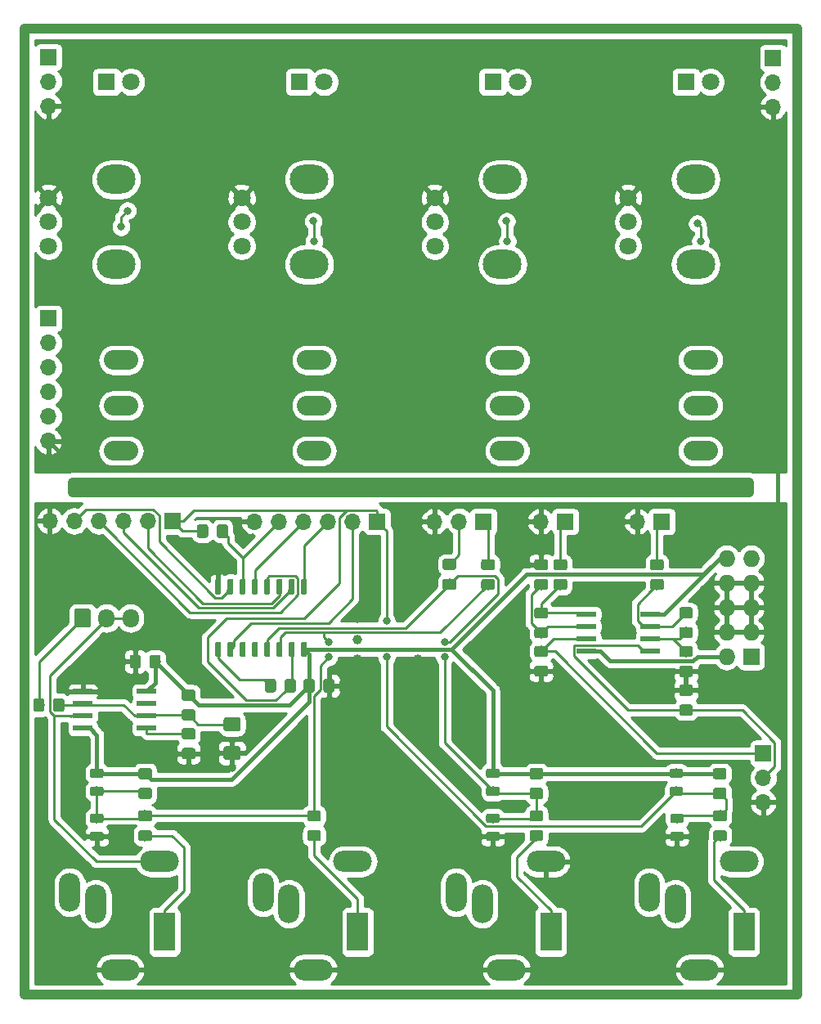
<source format=gbr>
%TF.GenerationSoftware,KiCad,Pcbnew,(5.1.0)-1*%
%TF.CreationDate,2019-09-30T23:49:38+02:00*%
%TF.ProjectId,KicadJE_SympleSeq,4b696361-644a-4455-9f53-796d706c6553,Rev A*%
%TF.SameCoordinates,Original*%
%TF.FileFunction,Copper,L1,Top*%
%TF.FilePolarity,Positive*%
%FSLAX46Y46*%
G04 Gerber Fmt 4.6, Leading zero omitted, Abs format (unit mm)*
G04 Created by KiCad (PCBNEW (5.1.0)-1) date 2019-09-30 23:49:38*
%MOMM*%
%LPD*%
G04 APERTURE LIST*
%ADD10C,1.000000*%
%ADD11C,0.150000*%
%ADD12C,1.425000*%
%ADD13C,1.150000*%
%ADD14C,0.975000*%
%ADD15C,1.800000*%
%ADD16R,1.800000X1.800000*%
%ADD17O,1.700000X1.700000*%
%ADD18R,1.700000X1.700000*%
%ADD19R,1.727200X1.727200*%
%ADD20O,1.727200X1.727200*%
%ADD21C,1.700000*%
%ADD22O,1.700000X1.950000*%
%ADD23O,4.000000X3.000000*%
%ADD24R,2.000000X0.550000*%
%ADD25C,0.550000*%
%ADD26O,3.556000X2.032000*%
%ADD27R,2.200000X4.000000*%
%ADD28O,4.000000X2.200000*%
%ADD29O,2.200000X4.000000*%
%ADD30C,1.000000*%
%ADD31C,0.800000*%
%ADD32C,0.400000*%
%ADD33C,0.250000*%
%ADD34C,0.254000*%
G04 APERTURE END LIST*
D10*
X105000000Y-96950000D02*
X105000000Y-97950000D01*
X175000000Y-96950000D02*
X175000000Y-97950000D01*
X105000000Y-96950000D02*
X175000000Y-96950000D01*
X175000000Y-97950000D02*
X105000000Y-97950000D01*
X180000000Y-50000000D02*
X100000000Y-50000000D01*
X180000000Y-150000000D02*
X180000000Y-50000000D01*
X100000000Y-150000000D02*
X180000000Y-150000000D01*
X100000000Y-50000000D02*
X100000000Y-150000000D01*
D11*
G36*
X122149504Y-124263704D02*
G01*
X122173773Y-124267304D01*
X122197571Y-124273265D01*
X122220671Y-124281530D01*
X122242849Y-124292020D01*
X122263893Y-124304633D01*
X122283598Y-124319247D01*
X122301777Y-124335723D01*
X122318253Y-124353902D01*
X122332867Y-124373607D01*
X122345480Y-124394651D01*
X122355970Y-124416829D01*
X122364235Y-124439929D01*
X122370196Y-124463727D01*
X122373796Y-124487996D01*
X122375000Y-124512500D01*
X122375000Y-125437500D01*
X122373796Y-125462004D01*
X122370196Y-125486273D01*
X122364235Y-125510071D01*
X122355970Y-125533171D01*
X122345480Y-125555349D01*
X122332867Y-125576393D01*
X122318253Y-125596098D01*
X122301777Y-125614277D01*
X122283598Y-125630753D01*
X122263893Y-125645367D01*
X122242849Y-125657980D01*
X122220671Y-125668470D01*
X122197571Y-125676735D01*
X122173773Y-125682696D01*
X122149504Y-125686296D01*
X122125000Y-125687500D01*
X120875000Y-125687500D01*
X120850496Y-125686296D01*
X120826227Y-125682696D01*
X120802429Y-125676735D01*
X120779329Y-125668470D01*
X120757151Y-125657980D01*
X120736107Y-125645367D01*
X120716402Y-125630753D01*
X120698223Y-125614277D01*
X120681747Y-125596098D01*
X120667133Y-125576393D01*
X120654520Y-125555349D01*
X120644030Y-125533171D01*
X120635765Y-125510071D01*
X120629804Y-125486273D01*
X120626204Y-125462004D01*
X120625000Y-125437500D01*
X120625000Y-124512500D01*
X120626204Y-124487996D01*
X120629804Y-124463727D01*
X120635765Y-124439929D01*
X120644030Y-124416829D01*
X120654520Y-124394651D01*
X120667133Y-124373607D01*
X120681747Y-124353902D01*
X120698223Y-124335723D01*
X120716402Y-124319247D01*
X120736107Y-124304633D01*
X120757151Y-124292020D01*
X120779329Y-124281530D01*
X120802429Y-124273265D01*
X120826227Y-124267304D01*
X120850496Y-124263704D01*
X120875000Y-124262500D01*
X122125000Y-124262500D01*
X122149504Y-124263704D01*
X122149504Y-124263704D01*
G37*
D12*
X121500000Y-124975000D03*
D11*
G36*
X122149504Y-121288704D02*
G01*
X122173773Y-121292304D01*
X122197571Y-121298265D01*
X122220671Y-121306530D01*
X122242849Y-121317020D01*
X122263893Y-121329633D01*
X122283598Y-121344247D01*
X122301777Y-121360723D01*
X122318253Y-121378902D01*
X122332867Y-121398607D01*
X122345480Y-121419651D01*
X122355970Y-121441829D01*
X122364235Y-121464929D01*
X122370196Y-121488727D01*
X122373796Y-121512996D01*
X122375000Y-121537500D01*
X122375000Y-122462500D01*
X122373796Y-122487004D01*
X122370196Y-122511273D01*
X122364235Y-122535071D01*
X122355970Y-122558171D01*
X122345480Y-122580349D01*
X122332867Y-122601393D01*
X122318253Y-122621098D01*
X122301777Y-122639277D01*
X122283598Y-122655753D01*
X122263893Y-122670367D01*
X122242849Y-122682980D01*
X122220671Y-122693470D01*
X122197571Y-122701735D01*
X122173773Y-122707696D01*
X122149504Y-122711296D01*
X122125000Y-122712500D01*
X120875000Y-122712500D01*
X120850496Y-122711296D01*
X120826227Y-122707696D01*
X120802429Y-122701735D01*
X120779329Y-122693470D01*
X120757151Y-122682980D01*
X120736107Y-122670367D01*
X120716402Y-122655753D01*
X120698223Y-122639277D01*
X120681747Y-122621098D01*
X120667133Y-122601393D01*
X120654520Y-122580349D01*
X120644030Y-122558171D01*
X120635765Y-122535071D01*
X120629804Y-122511273D01*
X120626204Y-122487004D01*
X120625000Y-122462500D01*
X120625000Y-121537500D01*
X120626204Y-121512996D01*
X120629804Y-121488727D01*
X120635765Y-121464929D01*
X120644030Y-121441829D01*
X120654520Y-121419651D01*
X120667133Y-121398607D01*
X120681747Y-121378902D01*
X120698223Y-121360723D01*
X120716402Y-121344247D01*
X120736107Y-121329633D01*
X120757151Y-121317020D01*
X120779329Y-121306530D01*
X120802429Y-121298265D01*
X120826227Y-121292304D01*
X120850496Y-121288704D01*
X120875000Y-121287500D01*
X122125000Y-121287500D01*
X122149504Y-121288704D01*
X122149504Y-121288704D01*
G37*
D12*
X121500000Y-122000000D03*
D11*
G36*
X129824505Y-117301204D02*
G01*
X129848773Y-117304804D01*
X129872572Y-117310765D01*
X129895671Y-117319030D01*
X129917850Y-117329520D01*
X129938893Y-117342132D01*
X129958599Y-117356747D01*
X129976777Y-117373223D01*
X129993253Y-117391401D01*
X130007868Y-117411107D01*
X130020480Y-117432150D01*
X130030970Y-117454329D01*
X130039235Y-117477428D01*
X130045196Y-117501227D01*
X130048796Y-117525495D01*
X130050000Y-117549999D01*
X130050000Y-118450001D01*
X130048796Y-118474505D01*
X130045196Y-118498773D01*
X130039235Y-118522572D01*
X130030970Y-118545671D01*
X130020480Y-118567850D01*
X130007868Y-118588893D01*
X129993253Y-118608599D01*
X129976777Y-118626777D01*
X129958599Y-118643253D01*
X129938893Y-118657868D01*
X129917850Y-118670480D01*
X129895671Y-118680970D01*
X129872572Y-118689235D01*
X129848773Y-118695196D01*
X129824505Y-118698796D01*
X129800001Y-118700000D01*
X129149999Y-118700000D01*
X129125495Y-118698796D01*
X129101227Y-118695196D01*
X129077428Y-118689235D01*
X129054329Y-118680970D01*
X129032150Y-118670480D01*
X129011107Y-118657868D01*
X128991401Y-118643253D01*
X128973223Y-118626777D01*
X128956747Y-118608599D01*
X128942132Y-118588893D01*
X128929520Y-118567850D01*
X128919030Y-118545671D01*
X128910765Y-118522572D01*
X128904804Y-118498773D01*
X128901204Y-118474505D01*
X128900000Y-118450001D01*
X128900000Y-117549999D01*
X128901204Y-117525495D01*
X128904804Y-117501227D01*
X128910765Y-117477428D01*
X128919030Y-117454329D01*
X128929520Y-117432150D01*
X128942132Y-117411107D01*
X128956747Y-117391401D01*
X128973223Y-117373223D01*
X128991401Y-117356747D01*
X129011107Y-117342132D01*
X129032150Y-117329520D01*
X129054329Y-117319030D01*
X129077428Y-117310765D01*
X129101227Y-117304804D01*
X129125495Y-117301204D01*
X129149999Y-117300000D01*
X129800001Y-117300000D01*
X129824505Y-117301204D01*
X129824505Y-117301204D01*
G37*
D13*
X129475000Y-118000000D03*
D11*
G36*
X131874505Y-117301204D02*
G01*
X131898773Y-117304804D01*
X131922572Y-117310765D01*
X131945671Y-117319030D01*
X131967850Y-117329520D01*
X131988893Y-117342132D01*
X132008599Y-117356747D01*
X132026777Y-117373223D01*
X132043253Y-117391401D01*
X132057868Y-117411107D01*
X132070480Y-117432150D01*
X132080970Y-117454329D01*
X132089235Y-117477428D01*
X132095196Y-117501227D01*
X132098796Y-117525495D01*
X132100000Y-117549999D01*
X132100000Y-118450001D01*
X132098796Y-118474505D01*
X132095196Y-118498773D01*
X132089235Y-118522572D01*
X132080970Y-118545671D01*
X132070480Y-118567850D01*
X132057868Y-118588893D01*
X132043253Y-118608599D01*
X132026777Y-118626777D01*
X132008599Y-118643253D01*
X131988893Y-118657868D01*
X131967850Y-118670480D01*
X131945671Y-118680970D01*
X131922572Y-118689235D01*
X131898773Y-118695196D01*
X131874505Y-118698796D01*
X131850001Y-118700000D01*
X131199999Y-118700000D01*
X131175495Y-118698796D01*
X131151227Y-118695196D01*
X131127428Y-118689235D01*
X131104329Y-118680970D01*
X131082150Y-118670480D01*
X131061107Y-118657868D01*
X131041401Y-118643253D01*
X131023223Y-118626777D01*
X131006747Y-118608599D01*
X130992132Y-118588893D01*
X130979520Y-118567850D01*
X130969030Y-118545671D01*
X130960765Y-118522572D01*
X130954804Y-118498773D01*
X130951204Y-118474505D01*
X130950000Y-118450001D01*
X130950000Y-117549999D01*
X130951204Y-117525495D01*
X130954804Y-117501227D01*
X130960765Y-117477428D01*
X130969030Y-117454329D01*
X130979520Y-117432150D01*
X130992132Y-117411107D01*
X131006747Y-117391401D01*
X131023223Y-117373223D01*
X131041401Y-117356747D01*
X131061107Y-117342132D01*
X131082150Y-117329520D01*
X131104329Y-117319030D01*
X131127428Y-117310765D01*
X131151227Y-117304804D01*
X131175495Y-117301204D01*
X131199999Y-117300000D01*
X131850001Y-117300000D01*
X131874505Y-117301204D01*
X131874505Y-117301204D01*
G37*
D13*
X131525000Y-118000000D03*
D11*
G36*
X111824505Y-114801204D02*
G01*
X111848773Y-114804804D01*
X111872572Y-114810765D01*
X111895671Y-114819030D01*
X111917850Y-114829520D01*
X111938893Y-114842132D01*
X111958599Y-114856747D01*
X111976777Y-114873223D01*
X111993253Y-114891401D01*
X112007868Y-114911107D01*
X112020480Y-114932150D01*
X112030970Y-114954329D01*
X112039235Y-114977428D01*
X112045196Y-115001227D01*
X112048796Y-115025495D01*
X112050000Y-115049999D01*
X112050000Y-115950001D01*
X112048796Y-115974505D01*
X112045196Y-115998773D01*
X112039235Y-116022572D01*
X112030970Y-116045671D01*
X112020480Y-116067850D01*
X112007868Y-116088893D01*
X111993253Y-116108599D01*
X111976777Y-116126777D01*
X111958599Y-116143253D01*
X111938893Y-116157868D01*
X111917850Y-116170480D01*
X111895671Y-116180970D01*
X111872572Y-116189235D01*
X111848773Y-116195196D01*
X111824505Y-116198796D01*
X111800001Y-116200000D01*
X111149999Y-116200000D01*
X111125495Y-116198796D01*
X111101227Y-116195196D01*
X111077428Y-116189235D01*
X111054329Y-116180970D01*
X111032150Y-116170480D01*
X111011107Y-116157868D01*
X110991401Y-116143253D01*
X110973223Y-116126777D01*
X110956747Y-116108599D01*
X110942132Y-116088893D01*
X110929520Y-116067850D01*
X110919030Y-116045671D01*
X110910765Y-116022572D01*
X110904804Y-115998773D01*
X110901204Y-115974505D01*
X110900000Y-115950001D01*
X110900000Y-115049999D01*
X110901204Y-115025495D01*
X110904804Y-115001227D01*
X110910765Y-114977428D01*
X110919030Y-114954329D01*
X110929520Y-114932150D01*
X110942132Y-114911107D01*
X110956747Y-114891401D01*
X110973223Y-114873223D01*
X110991401Y-114856747D01*
X111011107Y-114842132D01*
X111032150Y-114829520D01*
X111054329Y-114819030D01*
X111077428Y-114810765D01*
X111101227Y-114804804D01*
X111125495Y-114801204D01*
X111149999Y-114800000D01*
X111800001Y-114800000D01*
X111824505Y-114801204D01*
X111824505Y-114801204D01*
G37*
D13*
X111475000Y-115500000D03*
D11*
G36*
X113874505Y-114801204D02*
G01*
X113898773Y-114804804D01*
X113922572Y-114810765D01*
X113945671Y-114819030D01*
X113967850Y-114829520D01*
X113988893Y-114842132D01*
X114008599Y-114856747D01*
X114026777Y-114873223D01*
X114043253Y-114891401D01*
X114057868Y-114911107D01*
X114070480Y-114932150D01*
X114080970Y-114954329D01*
X114089235Y-114977428D01*
X114095196Y-115001227D01*
X114098796Y-115025495D01*
X114100000Y-115049999D01*
X114100000Y-115950001D01*
X114098796Y-115974505D01*
X114095196Y-115998773D01*
X114089235Y-116022572D01*
X114080970Y-116045671D01*
X114070480Y-116067850D01*
X114057868Y-116088893D01*
X114043253Y-116108599D01*
X114026777Y-116126777D01*
X114008599Y-116143253D01*
X113988893Y-116157868D01*
X113967850Y-116170480D01*
X113945671Y-116180970D01*
X113922572Y-116189235D01*
X113898773Y-116195196D01*
X113874505Y-116198796D01*
X113850001Y-116200000D01*
X113199999Y-116200000D01*
X113175495Y-116198796D01*
X113151227Y-116195196D01*
X113127428Y-116189235D01*
X113104329Y-116180970D01*
X113082150Y-116170480D01*
X113061107Y-116157868D01*
X113041401Y-116143253D01*
X113023223Y-116126777D01*
X113006747Y-116108599D01*
X112992132Y-116088893D01*
X112979520Y-116067850D01*
X112969030Y-116045671D01*
X112960765Y-116022572D01*
X112954804Y-115998773D01*
X112951204Y-115974505D01*
X112950000Y-115950001D01*
X112950000Y-115049999D01*
X112951204Y-115025495D01*
X112954804Y-115001227D01*
X112960765Y-114977428D01*
X112969030Y-114954329D01*
X112979520Y-114932150D01*
X112992132Y-114911107D01*
X113006747Y-114891401D01*
X113023223Y-114873223D01*
X113041401Y-114856747D01*
X113061107Y-114842132D01*
X113082150Y-114829520D01*
X113104329Y-114819030D01*
X113127428Y-114810765D01*
X113151227Y-114804804D01*
X113175495Y-114801204D01*
X113199999Y-114800000D01*
X113850001Y-114800000D01*
X113874505Y-114801204D01*
X113874505Y-114801204D01*
G37*
D13*
X113525000Y-115500000D03*
D11*
G36*
X107980142Y-126576174D02*
G01*
X108003803Y-126579684D01*
X108027007Y-126585496D01*
X108049529Y-126593554D01*
X108071153Y-126603782D01*
X108091670Y-126616079D01*
X108110883Y-126630329D01*
X108128607Y-126646393D01*
X108144671Y-126664117D01*
X108158921Y-126683330D01*
X108171218Y-126703847D01*
X108181446Y-126725471D01*
X108189504Y-126747993D01*
X108195316Y-126771197D01*
X108198826Y-126794858D01*
X108200000Y-126818750D01*
X108200000Y-127306250D01*
X108198826Y-127330142D01*
X108195316Y-127353803D01*
X108189504Y-127377007D01*
X108181446Y-127399529D01*
X108171218Y-127421153D01*
X108158921Y-127441670D01*
X108144671Y-127460883D01*
X108128607Y-127478607D01*
X108110883Y-127494671D01*
X108091670Y-127508921D01*
X108071153Y-127521218D01*
X108049529Y-127531446D01*
X108027007Y-127539504D01*
X108003803Y-127545316D01*
X107980142Y-127548826D01*
X107956250Y-127550000D01*
X107043750Y-127550000D01*
X107019858Y-127548826D01*
X106996197Y-127545316D01*
X106972993Y-127539504D01*
X106950471Y-127531446D01*
X106928847Y-127521218D01*
X106908330Y-127508921D01*
X106889117Y-127494671D01*
X106871393Y-127478607D01*
X106855329Y-127460883D01*
X106841079Y-127441670D01*
X106828782Y-127421153D01*
X106818554Y-127399529D01*
X106810496Y-127377007D01*
X106804684Y-127353803D01*
X106801174Y-127330142D01*
X106800000Y-127306250D01*
X106800000Y-126818750D01*
X106801174Y-126794858D01*
X106804684Y-126771197D01*
X106810496Y-126747993D01*
X106818554Y-126725471D01*
X106828782Y-126703847D01*
X106841079Y-126683330D01*
X106855329Y-126664117D01*
X106871393Y-126646393D01*
X106889117Y-126630329D01*
X106908330Y-126616079D01*
X106928847Y-126603782D01*
X106950471Y-126593554D01*
X106972993Y-126585496D01*
X106996197Y-126579684D01*
X107019858Y-126576174D01*
X107043750Y-126575000D01*
X107956250Y-126575000D01*
X107980142Y-126576174D01*
X107980142Y-126576174D01*
G37*
D14*
X107500000Y-127062500D03*
D11*
G36*
X107980142Y-128451174D02*
G01*
X108003803Y-128454684D01*
X108027007Y-128460496D01*
X108049529Y-128468554D01*
X108071153Y-128478782D01*
X108091670Y-128491079D01*
X108110883Y-128505329D01*
X108128607Y-128521393D01*
X108144671Y-128539117D01*
X108158921Y-128558330D01*
X108171218Y-128578847D01*
X108181446Y-128600471D01*
X108189504Y-128622993D01*
X108195316Y-128646197D01*
X108198826Y-128669858D01*
X108200000Y-128693750D01*
X108200000Y-129181250D01*
X108198826Y-129205142D01*
X108195316Y-129228803D01*
X108189504Y-129252007D01*
X108181446Y-129274529D01*
X108171218Y-129296153D01*
X108158921Y-129316670D01*
X108144671Y-129335883D01*
X108128607Y-129353607D01*
X108110883Y-129369671D01*
X108091670Y-129383921D01*
X108071153Y-129396218D01*
X108049529Y-129406446D01*
X108027007Y-129414504D01*
X108003803Y-129420316D01*
X107980142Y-129423826D01*
X107956250Y-129425000D01*
X107043750Y-129425000D01*
X107019858Y-129423826D01*
X106996197Y-129420316D01*
X106972993Y-129414504D01*
X106950471Y-129406446D01*
X106928847Y-129396218D01*
X106908330Y-129383921D01*
X106889117Y-129369671D01*
X106871393Y-129353607D01*
X106855329Y-129335883D01*
X106841079Y-129316670D01*
X106828782Y-129296153D01*
X106818554Y-129274529D01*
X106810496Y-129252007D01*
X106804684Y-129228803D01*
X106801174Y-129205142D01*
X106800000Y-129181250D01*
X106800000Y-128693750D01*
X106801174Y-128669858D01*
X106804684Y-128646197D01*
X106810496Y-128622993D01*
X106818554Y-128600471D01*
X106828782Y-128578847D01*
X106841079Y-128558330D01*
X106855329Y-128539117D01*
X106871393Y-128521393D01*
X106889117Y-128505329D01*
X106908330Y-128491079D01*
X106928847Y-128478782D01*
X106950471Y-128468554D01*
X106972993Y-128460496D01*
X106996197Y-128454684D01*
X107019858Y-128451174D01*
X107043750Y-128450000D01*
X107956250Y-128450000D01*
X107980142Y-128451174D01*
X107980142Y-128451174D01*
G37*
D14*
X107500000Y-128937500D03*
D11*
G36*
X107980142Y-133121174D02*
G01*
X108003803Y-133124684D01*
X108027007Y-133130496D01*
X108049529Y-133138554D01*
X108071153Y-133148782D01*
X108091670Y-133161079D01*
X108110883Y-133175329D01*
X108128607Y-133191393D01*
X108144671Y-133209117D01*
X108158921Y-133228330D01*
X108171218Y-133248847D01*
X108181446Y-133270471D01*
X108189504Y-133292993D01*
X108195316Y-133316197D01*
X108198826Y-133339858D01*
X108200000Y-133363750D01*
X108200000Y-133851250D01*
X108198826Y-133875142D01*
X108195316Y-133898803D01*
X108189504Y-133922007D01*
X108181446Y-133944529D01*
X108171218Y-133966153D01*
X108158921Y-133986670D01*
X108144671Y-134005883D01*
X108128607Y-134023607D01*
X108110883Y-134039671D01*
X108091670Y-134053921D01*
X108071153Y-134066218D01*
X108049529Y-134076446D01*
X108027007Y-134084504D01*
X108003803Y-134090316D01*
X107980142Y-134093826D01*
X107956250Y-134095000D01*
X107043750Y-134095000D01*
X107019858Y-134093826D01*
X106996197Y-134090316D01*
X106972993Y-134084504D01*
X106950471Y-134076446D01*
X106928847Y-134066218D01*
X106908330Y-134053921D01*
X106889117Y-134039671D01*
X106871393Y-134023607D01*
X106855329Y-134005883D01*
X106841079Y-133986670D01*
X106828782Y-133966153D01*
X106818554Y-133944529D01*
X106810496Y-133922007D01*
X106804684Y-133898803D01*
X106801174Y-133875142D01*
X106800000Y-133851250D01*
X106800000Y-133363750D01*
X106801174Y-133339858D01*
X106804684Y-133316197D01*
X106810496Y-133292993D01*
X106818554Y-133270471D01*
X106828782Y-133248847D01*
X106841079Y-133228330D01*
X106855329Y-133209117D01*
X106871393Y-133191393D01*
X106889117Y-133175329D01*
X106908330Y-133161079D01*
X106928847Y-133148782D01*
X106950471Y-133138554D01*
X106972993Y-133130496D01*
X106996197Y-133124684D01*
X107019858Y-133121174D01*
X107043750Y-133120000D01*
X107956250Y-133120000D01*
X107980142Y-133121174D01*
X107980142Y-133121174D01*
G37*
D14*
X107500000Y-133607500D03*
D11*
G36*
X107980142Y-131246174D02*
G01*
X108003803Y-131249684D01*
X108027007Y-131255496D01*
X108049529Y-131263554D01*
X108071153Y-131273782D01*
X108091670Y-131286079D01*
X108110883Y-131300329D01*
X108128607Y-131316393D01*
X108144671Y-131334117D01*
X108158921Y-131353330D01*
X108171218Y-131373847D01*
X108181446Y-131395471D01*
X108189504Y-131417993D01*
X108195316Y-131441197D01*
X108198826Y-131464858D01*
X108200000Y-131488750D01*
X108200000Y-131976250D01*
X108198826Y-132000142D01*
X108195316Y-132023803D01*
X108189504Y-132047007D01*
X108181446Y-132069529D01*
X108171218Y-132091153D01*
X108158921Y-132111670D01*
X108144671Y-132130883D01*
X108128607Y-132148607D01*
X108110883Y-132164671D01*
X108091670Y-132178921D01*
X108071153Y-132191218D01*
X108049529Y-132201446D01*
X108027007Y-132209504D01*
X108003803Y-132215316D01*
X107980142Y-132218826D01*
X107956250Y-132220000D01*
X107043750Y-132220000D01*
X107019858Y-132218826D01*
X106996197Y-132215316D01*
X106972993Y-132209504D01*
X106950471Y-132201446D01*
X106928847Y-132191218D01*
X106908330Y-132178921D01*
X106889117Y-132164671D01*
X106871393Y-132148607D01*
X106855329Y-132130883D01*
X106841079Y-132111670D01*
X106828782Y-132091153D01*
X106818554Y-132069529D01*
X106810496Y-132047007D01*
X106804684Y-132023803D01*
X106801174Y-132000142D01*
X106800000Y-131976250D01*
X106800000Y-131488750D01*
X106801174Y-131464858D01*
X106804684Y-131441197D01*
X106810496Y-131417993D01*
X106818554Y-131395471D01*
X106828782Y-131373847D01*
X106841079Y-131353330D01*
X106855329Y-131334117D01*
X106871393Y-131316393D01*
X106889117Y-131300329D01*
X106908330Y-131286079D01*
X106928847Y-131273782D01*
X106950471Y-131263554D01*
X106972993Y-131255496D01*
X106996197Y-131249684D01*
X107019858Y-131246174D01*
X107043750Y-131245000D01*
X107956250Y-131245000D01*
X107980142Y-131246174D01*
X107980142Y-131246174D01*
G37*
D14*
X107500000Y-131732500D03*
D11*
G36*
X148980142Y-133121174D02*
G01*
X149003803Y-133124684D01*
X149027007Y-133130496D01*
X149049529Y-133138554D01*
X149071153Y-133148782D01*
X149091670Y-133161079D01*
X149110883Y-133175329D01*
X149128607Y-133191393D01*
X149144671Y-133209117D01*
X149158921Y-133228330D01*
X149171218Y-133248847D01*
X149181446Y-133270471D01*
X149189504Y-133292993D01*
X149195316Y-133316197D01*
X149198826Y-133339858D01*
X149200000Y-133363750D01*
X149200000Y-133851250D01*
X149198826Y-133875142D01*
X149195316Y-133898803D01*
X149189504Y-133922007D01*
X149181446Y-133944529D01*
X149171218Y-133966153D01*
X149158921Y-133986670D01*
X149144671Y-134005883D01*
X149128607Y-134023607D01*
X149110883Y-134039671D01*
X149091670Y-134053921D01*
X149071153Y-134066218D01*
X149049529Y-134076446D01*
X149027007Y-134084504D01*
X149003803Y-134090316D01*
X148980142Y-134093826D01*
X148956250Y-134095000D01*
X148043750Y-134095000D01*
X148019858Y-134093826D01*
X147996197Y-134090316D01*
X147972993Y-134084504D01*
X147950471Y-134076446D01*
X147928847Y-134066218D01*
X147908330Y-134053921D01*
X147889117Y-134039671D01*
X147871393Y-134023607D01*
X147855329Y-134005883D01*
X147841079Y-133986670D01*
X147828782Y-133966153D01*
X147818554Y-133944529D01*
X147810496Y-133922007D01*
X147804684Y-133898803D01*
X147801174Y-133875142D01*
X147800000Y-133851250D01*
X147800000Y-133363750D01*
X147801174Y-133339858D01*
X147804684Y-133316197D01*
X147810496Y-133292993D01*
X147818554Y-133270471D01*
X147828782Y-133248847D01*
X147841079Y-133228330D01*
X147855329Y-133209117D01*
X147871393Y-133191393D01*
X147889117Y-133175329D01*
X147908330Y-133161079D01*
X147928847Y-133148782D01*
X147950471Y-133138554D01*
X147972993Y-133130496D01*
X147996197Y-133124684D01*
X148019858Y-133121174D01*
X148043750Y-133120000D01*
X148956250Y-133120000D01*
X148980142Y-133121174D01*
X148980142Y-133121174D01*
G37*
D14*
X148500000Y-133607500D03*
D11*
G36*
X148980142Y-131246174D02*
G01*
X149003803Y-131249684D01*
X149027007Y-131255496D01*
X149049529Y-131263554D01*
X149071153Y-131273782D01*
X149091670Y-131286079D01*
X149110883Y-131300329D01*
X149128607Y-131316393D01*
X149144671Y-131334117D01*
X149158921Y-131353330D01*
X149171218Y-131373847D01*
X149181446Y-131395471D01*
X149189504Y-131417993D01*
X149195316Y-131441197D01*
X149198826Y-131464858D01*
X149200000Y-131488750D01*
X149200000Y-131976250D01*
X149198826Y-132000142D01*
X149195316Y-132023803D01*
X149189504Y-132047007D01*
X149181446Y-132069529D01*
X149171218Y-132091153D01*
X149158921Y-132111670D01*
X149144671Y-132130883D01*
X149128607Y-132148607D01*
X149110883Y-132164671D01*
X149091670Y-132178921D01*
X149071153Y-132191218D01*
X149049529Y-132201446D01*
X149027007Y-132209504D01*
X149003803Y-132215316D01*
X148980142Y-132218826D01*
X148956250Y-132220000D01*
X148043750Y-132220000D01*
X148019858Y-132218826D01*
X147996197Y-132215316D01*
X147972993Y-132209504D01*
X147950471Y-132201446D01*
X147928847Y-132191218D01*
X147908330Y-132178921D01*
X147889117Y-132164671D01*
X147871393Y-132148607D01*
X147855329Y-132130883D01*
X147841079Y-132111670D01*
X147828782Y-132091153D01*
X147818554Y-132069529D01*
X147810496Y-132047007D01*
X147804684Y-132023803D01*
X147801174Y-132000142D01*
X147800000Y-131976250D01*
X147800000Y-131488750D01*
X147801174Y-131464858D01*
X147804684Y-131441197D01*
X147810496Y-131417993D01*
X147818554Y-131395471D01*
X147828782Y-131373847D01*
X147841079Y-131353330D01*
X147855329Y-131334117D01*
X147871393Y-131316393D01*
X147889117Y-131300329D01*
X147908330Y-131286079D01*
X147928847Y-131273782D01*
X147950471Y-131263554D01*
X147972993Y-131255496D01*
X147996197Y-131249684D01*
X148019858Y-131246174D01*
X148043750Y-131245000D01*
X148956250Y-131245000D01*
X148980142Y-131246174D01*
X148980142Y-131246174D01*
G37*
D14*
X148500000Y-131732500D03*
D11*
G36*
X148980142Y-126576174D02*
G01*
X149003803Y-126579684D01*
X149027007Y-126585496D01*
X149049529Y-126593554D01*
X149071153Y-126603782D01*
X149091670Y-126616079D01*
X149110883Y-126630329D01*
X149128607Y-126646393D01*
X149144671Y-126664117D01*
X149158921Y-126683330D01*
X149171218Y-126703847D01*
X149181446Y-126725471D01*
X149189504Y-126747993D01*
X149195316Y-126771197D01*
X149198826Y-126794858D01*
X149200000Y-126818750D01*
X149200000Y-127306250D01*
X149198826Y-127330142D01*
X149195316Y-127353803D01*
X149189504Y-127377007D01*
X149181446Y-127399529D01*
X149171218Y-127421153D01*
X149158921Y-127441670D01*
X149144671Y-127460883D01*
X149128607Y-127478607D01*
X149110883Y-127494671D01*
X149091670Y-127508921D01*
X149071153Y-127521218D01*
X149049529Y-127531446D01*
X149027007Y-127539504D01*
X149003803Y-127545316D01*
X148980142Y-127548826D01*
X148956250Y-127550000D01*
X148043750Y-127550000D01*
X148019858Y-127548826D01*
X147996197Y-127545316D01*
X147972993Y-127539504D01*
X147950471Y-127531446D01*
X147928847Y-127521218D01*
X147908330Y-127508921D01*
X147889117Y-127494671D01*
X147871393Y-127478607D01*
X147855329Y-127460883D01*
X147841079Y-127441670D01*
X147828782Y-127421153D01*
X147818554Y-127399529D01*
X147810496Y-127377007D01*
X147804684Y-127353803D01*
X147801174Y-127330142D01*
X147800000Y-127306250D01*
X147800000Y-126818750D01*
X147801174Y-126794858D01*
X147804684Y-126771197D01*
X147810496Y-126747993D01*
X147818554Y-126725471D01*
X147828782Y-126703847D01*
X147841079Y-126683330D01*
X147855329Y-126664117D01*
X147871393Y-126646393D01*
X147889117Y-126630329D01*
X147908330Y-126616079D01*
X147928847Y-126603782D01*
X147950471Y-126593554D01*
X147972993Y-126585496D01*
X147996197Y-126579684D01*
X148019858Y-126576174D01*
X148043750Y-126575000D01*
X148956250Y-126575000D01*
X148980142Y-126576174D01*
X148980142Y-126576174D01*
G37*
D14*
X148500000Y-127062500D03*
D11*
G36*
X148980142Y-128451174D02*
G01*
X149003803Y-128454684D01*
X149027007Y-128460496D01*
X149049529Y-128468554D01*
X149071153Y-128478782D01*
X149091670Y-128491079D01*
X149110883Y-128505329D01*
X149128607Y-128521393D01*
X149144671Y-128539117D01*
X149158921Y-128558330D01*
X149171218Y-128578847D01*
X149181446Y-128600471D01*
X149189504Y-128622993D01*
X149195316Y-128646197D01*
X149198826Y-128669858D01*
X149200000Y-128693750D01*
X149200000Y-129181250D01*
X149198826Y-129205142D01*
X149195316Y-129228803D01*
X149189504Y-129252007D01*
X149181446Y-129274529D01*
X149171218Y-129296153D01*
X149158921Y-129316670D01*
X149144671Y-129335883D01*
X149128607Y-129353607D01*
X149110883Y-129369671D01*
X149091670Y-129383921D01*
X149071153Y-129396218D01*
X149049529Y-129406446D01*
X149027007Y-129414504D01*
X149003803Y-129420316D01*
X148980142Y-129423826D01*
X148956250Y-129425000D01*
X148043750Y-129425000D01*
X148019858Y-129423826D01*
X147996197Y-129420316D01*
X147972993Y-129414504D01*
X147950471Y-129406446D01*
X147928847Y-129396218D01*
X147908330Y-129383921D01*
X147889117Y-129369671D01*
X147871393Y-129353607D01*
X147855329Y-129335883D01*
X147841079Y-129316670D01*
X147828782Y-129296153D01*
X147818554Y-129274529D01*
X147810496Y-129252007D01*
X147804684Y-129228803D01*
X147801174Y-129205142D01*
X147800000Y-129181250D01*
X147800000Y-128693750D01*
X147801174Y-128669858D01*
X147804684Y-128646197D01*
X147810496Y-128622993D01*
X147818554Y-128600471D01*
X147828782Y-128578847D01*
X147841079Y-128558330D01*
X147855329Y-128539117D01*
X147871393Y-128521393D01*
X147889117Y-128505329D01*
X147908330Y-128491079D01*
X147928847Y-128478782D01*
X147950471Y-128468554D01*
X147972993Y-128460496D01*
X147996197Y-128454684D01*
X148019858Y-128451174D01*
X148043750Y-128450000D01*
X148956250Y-128450000D01*
X148980142Y-128451174D01*
X148980142Y-128451174D01*
G37*
D14*
X148500000Y-128937500D03*
D11*
G36*
X167980142Y-128451174D02*
G01*
X168003803Y-128454684D01*
X168027007Y-128460496D01*
X168049529Y-128468554D01*
X168071153Y-128478782D01*
X168091670Y-128491079D01*
X168110883Y-128505329D01*
X168128607Y-128521393D01*
X168144671Y-128539117D01*
X168158921Y-128558330D01*
X168171218Y-128578847D01*
X168181446Y-128600471D01*
X168189504Y-128622993D01*
X168195316Y-128646197D01*
X168198826Y-128669858D01*
X168200000Y-128693750D01*
X168200000Y-129181250D01*
X168198826Y-129205142D01*
X168195316Y-129228803D01*
X168189504Y-129252007D01*
X168181446Y-129274529D01*
X168171218Y-129296153D01*
X168158921Y-129316670D01*
X168144671Y-129335883D01*
X168128607Y-129353607D01*
X168110883Y-129369671D01*
X168091670Y-129383921D01*
X168071153Y-129396218D01*
X168049529Y-129406446D01*
X168027007Y-129414504D01*
X168003803Y-129420316D01*
X167980142Y-129423826D01*
X167956250Y-129425000D01*
X167043750Y-129425000D01*
X167019858Y-129423826D01*
X166996197Y-129420316D01*
X166972993Y-129414504D01*
X166950471Y-129406446D01*
X166928847Y-129396218D01*
X166908330Y-129383921D01*
X166889117Y-129369671D01*
X166871393Y-129353607D01*
X166855329Y-129335883D01*
X166841079Y-129316670D01*
X166828782Y-129296153D01*
X166818554Y-129274529D01*
X166810496Y-129252007D01*
X166804684Y-129228803D01*
X166801174Y-129205142D01*
X166800000Y-129181250D01*
X166800000Y-128693750D01*
X166801174Y-128669858D01*
X166804684Y-128646197D01*
X166810496Y-128622993D01*
X166818554Y-128600471D01*
X166828782Y-128578847D01*
X166841079Y-128558330D01*
X166855329Y-128539117D01*
X166871393Y-128521393D01*
X166889117Y-128505329D01*
X166908330Y-128491079D01*
X166928847Y-128478782D01*
X166950471Y-128468554D01*
X166972993Y-128460496D01*
X166996197Y-128454684D01*
X167019858Y-128451174D01*
X167043750Y-128450000D01*
X167956250Y-128450000D01*
X167980142Y-128451174D01*
X167980142Y-128451174D01*
G37*
D14*
X167500000Y-128937500D03*
D11*
G36*
X167980142Y-126576174D02*
G01*
X168003803Y-126579684D01*
X168027007Y-126585496D01*
X168049529Y-126593554D01*
X168071153Y-126603782D01*
X168091670Y-126616079D01*
X168110883Y-126630329D01*
X168128607Y-126646393D01*
X168144671Y-126664117D01*
X168158921Y-126683330D01*
X168171218Y-126703847D01*
X168181446Y-126725471D01*
X168189504Y-126747993D01*
X168195316Y-126771197D01*
X168198826Y-126794858D01*
X168200000Y-126818750D01*
X168200000Y-127306250D01*
X168198826Y-127330142D01*
X168195316Y-127353803D01*
X168189504Y-127377007D01*
X168181446Y-127399529D01*
X168171218Y-127421153D01*
X168158921Y-127441670D01*
X168144671Y-127460883D01*
X168128607Y-127478607D01*
X168110883Y-127494671D01*
X168091670Y-127508921D01*
X168071153Y-127521218D01*
X168049529Y-127531446D01*
X168027007Y-127539504D01*
X168003803Y-127545316D01*
X167980142Y-127548826D01*
X167956250Y-127550000D01*
X167043750Y-127550000D01*
X167019858Y-127548826D01*
X166996197Y-127545316D01*
X166972993Y-127539504D01*
X166950471Y-127531446D01*
X166928847Y-127521218D01*
X166908330Y-127508921D01*
X166889117Y-127494671D01*
X166871393Y-127478607D01*
X166855329Y-127460883D01*
X166841079Y-127441670D01*
X166828782Y-127421153D01*
X166818554Y-127399529D01*
X166810496Y-127377007D01*
X166804684Y-127353803D01*
X166801174Y-127330142D01*
X166800000Y-127306250D01*
X166800000Y-126818750D01*
X166801174Y-126794858D01*
X166804684Y-126771197D01*
X166810496Y-126747993D01*
X166818554Y-126725471D01*
X166828782Y-126703847D01*
X166841079Y-126683330D01*
X166855329Y-126664117D01*
X166871393Y-126646393D01*
X166889117Y-126630329D01*
X166908330Y-126616079D01*
X166928847Y-126603782D01*
X166950471Y-126593554D01*
X166972993Y-126585496D01*
X166996197Y-126579684D01*
X167019858Y-126576174D01*
X167043750Y-126575000D01*
X167956250Y-126575000D01*
X167980142Y-126576174D01*
X167980142Y-126576174D01*
G37*
D14*
X167500000Y-127062500D03*
D11*
G36*
X168042642Y-131246174D02*
G01*
X168066303Y-131249684D01*
X168089507Y-131255496D01*
X168112029Y-131263554D01*
X168133653Y-131273782D01*
X168154170Y-131286079D01*
X168173383Y-131300329D01*
X168191107Y-131316393D01*
X168207171Y-131334117D01*
X168221421Y-131353330D01*
X168233718Y-131373847D01*
X168243946Y-131395471D01*
X168252004Y-131417993D01*
X168257816Y-131441197D01*
X168261326Y-131464858D01*
X168262500Y-131488750D01*
X168262500Y-131976250D01*
X168261326Y-132000142D01*
X168257816Y-132023803D01*
X168252004Y-132047007D01*
X168243946Y-132069529D01*
X168233718Y-132091153D01*
X168221421Y-132111670D01*
X168207171Y-132130883D01*
X168191107Y-132148607D01*
X168173383Y-132164671D01*
X168154170Y-132178921D01*
X168133653Y-132191218D01*
X168112029Y-132201446D01*
X168089507Y-132209504D01*
X168066303Y-132215316D01*
X168042642Y-132218826D01*
X168018750Y-132220000D01*
X167106250Y-132220000D01*
X167082358Y-132218826D01*
X167058697Y-132215316D01*
X167035493Y-132209504D01*
X167012971Y-132201446D01*
X166991347Y-132191218D01*
X166970830Y-132178921D01*
X166951617Y-132164671D01*
X166933893Y-132148607D01*
X166917829Y-132130883D01*
X166903579Y-132111670D01*
X166891282Y-132091153D01*
X166881054Y-132069529D01*
X166872996Y-132047007D01*
X166867184Y-132023803D01*
X166863674Y-132000142D01*
X166862500Y-131976250D01*
X166862500Y-131488750D01*
X166863674Y-131464858D01*
X166867184Y-131441197D01*
X166872996Y-131417993D01*
X166881054Y-131395471D01*
X166891282Y-131373847D01*
X166903579Y-131353330D01*
X166917829Y-131334117D01*
X166933893Y-131316393D01*
X166951617Y-131300329D01*
X166970830Y-131286079D01*
X166991347Y-131273782D01*
X167012971Y-131263554D01*
X167035493Y-131255496D01*
X167058697Y-131249684D01*
X167082358Y-131246174D01*
X167106250Y-131245000D01*
X168018750Y-131245000D01*
X168042642Y-131246174D01*
X168042642Y-131246174D01*
G37*
D14*
X167562500Y-131732500D03*
D11*
G36*
X168042642Y-133121174D02*
G01*
X168066303Y-133124684D01*
X168089507Y-133130496D01*
X168112029Y-133138554D01*
X168133653Y-133148782D01*
X168154170Y-133161079D01*
X168173383Y-133175329D01*
X168191107Y-133191393D01*
X168207171Y-133209117D01*
X168221421Y-133228330D01*
X168233718Y-133248847D01*
X168243946Y-133270471D01*
X168252004Y-133292993D01*
X168257816Y-133316197D01*
X168261326Y-133339858D01*
X168262500Y-133363750D01*
X168262500Y-133851250D01*
X168261326Y-133875142D01*
X168257816Y-133898803D01*
X168252004Y-133922007D01*
X168243946Y-133944529D01*
X168233718Y-133966153D01*
X168221421Y-133986670D01*
X168207171Y-134005883D01*
X168191107Y-134023607D01*
X168173383Y-134039671D01*
X168154170Y-134053921D01*
X168133653Y-134066218D01*
X168112029Y-134076446D01*
X168089507Y-134084504D01*
X168066303Y-134090316D01*
X168042642Y-134093826D01*
X168018750Y-134095000D01*
X167106250Y-134095000D01*
X167082358Y-134093826D01*
X167058697Y-134090316D01*
X167035493Y-134084504D01*
X167012971Y-134076446D01*
X166991347Y-134066218D01*
X166970830Y-134053921D01*
X166951617Y-134039671D01*
X166933893Y-134023607D01*
X166917829Y-134005883D01*
X166903579Y-133986670D01*
X166891282Y-133966153D01*
X166881054Y-133944529D01*
X166872996Y-133922007D01*
X166867184Y-133898803D01*
X166863674Y-133875142D01*
X166862500Y-133851250D01*
X166862500Y-133363750D01*
X166863674Y-133339858D01*
X166867184Y-133316197D01*
X166872996Y-133292993D01*
X166881054Y-133270471D01*
X166891282Y-133248847D01*
X166903579Y-133228330D01*
X166917829Y-133209117D01*
X166933893Y-133191393D01*
X166951617Y-133175329D01*
X166970830Y-133161079D01*
X166991347Y-133148782D01*
X167012971Y-133138554D01*
X167035493Y-133130496D01*
X167058697Y-133124684D01*
X167082358Y-133121174D01*
X167106250Y-133120000D01*
X168018750Y-133120000D01*
X168042642Y-133121174D01*
X168042642Y-133121174D01*
G37*
D14*
X167562500Y-133607500D03*
D15*
X111040000Y-55500000D03*
D16*
X108500000Y-55500000D03*
X128500000Y-55500000D03*
D15*
X131040000Y-55500000D03*
X151040000Y-55500000D03*
D16*
X148500000Y-55500000D03*
X168500000Y-55500000D03*
D15*
X171040000Y-55500000D03*
D17*
X153460000Y-101000000D03*
D18*
X156000000Y-101000000D03*
D17*
X102500000Y-92700000D03*
X102500000Y-90160000D03*
X102500000Y-87620000D03*
X102500000Y-85080000D03*
X102500000Y-82540000D03*
D18*
X102500000Y-80000000D03*
X102500000Y-52920000D03*
D17*
X102500000Y-55460000D03*
X102500000Y-58000000D03*
X177500000Y-58080000D03*
X177500000Y-55540000D03*
D18*
X177500000Y-53000000D03*
X147540000Y-101000000D03*
D17*
X145000000Y-101000000D03*
X142460000Y-101000000D03*
D18*
X166000000Y-101000000D03*
D17*
X163460000Y-101000000D03*
D18*
X115324999Y-100955001D03*
D17*
X112784999Y-100955001D03*
X110244999Y-100955001D03*
X107704999Y-100955001D03*
X105164999Y-100955001D03*
X102624999Y-100955001D03*
D18*
X136500000Y-101000000D03*
D17*
X133960000Y-101000000D03*
X131420000Y-101000000D03*
X128880000Y-101000000D03*
X126340000Y-101000000D03*
X123800000Y-101000000D03*
D19*
X175250000Y-115000000D03*
D20*
X172710000Y-115000000D03*
X175250000Y-112460000D03*
X172710000Y-112460000D03*
X175250000Y-109920000D03*
X172710000Y-109920000D03*
X175250000Y-107380000D03*
X172710000Y-107380000D03*
X175250000Y-104840000D03*
X172710000Y-104840000D03*
D11*
G36*
X153974505Y-106951204D02*
G01*
X153998773Y-106954804D01*
X154022572Y-106960765D01*
X154045671Y-106969030D01*
X154067850Y-106979520D01*
X154088893Y-106992132D01*
X154108599Y-107006747D01*
X154126777Y-107023223D01*
X154143253Y-107041401D01*
X154157868Y-107061107D01*
X154170480Y-107082150D01*
X154180970Y-107104329D01*
X154189235Y-107127428D01*
X154195196Y-107151227D01*
X154198796Y-107175495D01*
X154200000Y-107199999D01*
X154200000Y-107850001D01*
X154198796Y-107874505D01*
X154195196Y-107898773D01*
X154189235Y-107922572D01*
X154180970Y-107945671D01*
X154170480Y-107967850D01*
X154157868Y-107988893D01*
X154143253Y-108008599D01*
X154126777Y-108026777D01*
X154108599Y-108043253D01*
X154088893Y-108057868D01*
X154067850Y-108070480D01*
X154045671Y-108080970D01*
X154022572Y-108089235D01*
X153998773Y-108095196D01*
X153974505Y-108098796D01*
X153950001Y-108100000D01*
X153049999Y-108100000D01*
X153025495Y-108098796D01*
X153001227Y-108095196D01*
X152977428Y-108089235D01*
X152954329Y-108080970D01*
X152932150Y-108070480D01*
X152911107Y-108057868D01*
X152891401Y-108043253D01*
X152873223Y-108026777D01*
X152856747Y-108008599D01*
X152842132Y-107988893D01*
X152829520Y-107967850D01*
X152819030Y-107945671D01*
X152810765Y-107922572D01*
X152804804Y-107898773D01*
X152801204Y-107874505D01*
X152800000Y-107850001D01*
X152800000Y-107199999D01*
X152801204Y-107175495D01*
X152804804Y-107151227D01*
X152810765Y-107127428D01*
X152819030Y-107104329D01*
X152829520Y-107082150D01*
X152842132Y-107061107D01*
X152856747Y-107041401D01*
X152873223Y-107023223D01*
X152891401Y-107006747D01*
X152911107Y-106992132D01*
X152932150Y-106979520D01*
X152954329Y-106969030D01*
X152977428Y-106960765D01*
X153001227Y-106954804D01*
X153025495Y-106951204D01*
X153049999Y-106950000D01*
X153950001Y-106950000D01*
X153974505Y-106951204D01*
X153974505Y-106951204D01*
G37*
D13*
X153500000Y-107525000D03*
D11*
G36*
X153974505Y-104901204D02*
G01*
X153998773Y-104904804D01*
X154022572Y-104910765D01*
X154045671Y-104919030D01*
X154067850Y-104929520D01*
X154088893Y-104942132D01*
X154108599Y-104956747D01*
X154126777Y-104973223D01*
X154143253Y-104991401D01*
X154157868Y-105011107D01*
X154170480Y-105032150D01*
X154180970Y-105054329D01*
X154189235Y-105077428D01*
X154195196Y-105101227D01*
X154198796Y-105125495D01*
X154200000Y-105149999D01*
X154200000Y-105800001D01*
X154198796Y-105824505D01*
X154195196Y-105848773D01*
X154189235Y-105872572D01*
X154180970Y-105895671D01*
X154170480Y-105917850D01*
X154157868Y-105938893D01*
X154143253Y-105958599D01*
X154126777Y-105976777D01*
X154108599Y-105993253D01*
X154088893Y-106007868D01*
X154067850Y-106020480D01*
X154045671Y-106030970D01*
X154022572Y-106039235D01*
X153998773Y-106045196D01*
X153974505Y-106048796D01*
X153950001Y-106050000D01*
X153049999Y-106050000D01*
X153025495Y-106048796D01*
X153001227Y-106045196D01*
X152977428Y-106039235D01*
X152954329Y-106030970D01*
X152932150Y-106020480D01*
X152911107Y-106007868D01*
X152891401Y-105993253D01*
X152873223Y-105976777D01*
X152856747Y-105958599D01*
X152842132Y-105938893D01*
X152829520Y-105917850D01*
X152819030Y-105895671D01*
X152810765Y-105872572D01*
X152804804Y-105848773D01*
X152801204Y-105824505D01*
X152800000Y-105800001D01*
X152800000Y-105149999D01*
X152801204Y-105125495D01*
X152804804Y-105101227D01*
X152810765Y-105077428D01*
X152819030Y-105054329D01*
X152829520Y-105032150D01*
X152842132Y-105011107D01*
X152856747Y-104991401D01*
X152873223Y-104973223D01*
X152891401Y-104956747D01*
X152911107Y-104942132D01*
X152932150Y-104929520D01*
X152954329Y-104919030D01*
X152977428Y-104910765D01*
X153001227Y-104904804D01*
X153025495Y-104901204D01*
X153049999Y-104900000D01*
X153950001Y-104900000D01*
X153974505Y-104901204D01*
X153974505Y-104901204D01*
G37*
D13*
X153500000Y-105475000D03*
D11*
G36*
X153974505Y-109901204D02*
G01*
X153998773Y-109904804D01*
X154022572Y-109910765D01*
X154045671Y-109919030D01*
X154067850Y-109929520D01*
X154088893Y-109942132D01*
X154108599Y-109956747D01*
X154126777Y-109973223D01*
X154143253Y-109991401D01*
X154157868Y-110011107D01*
X154170480Y-110032150D01*
X154180970Y-110054329D01*
X154189235Y-110077428D01*
X154195196Y-110101227D01*
X154198796Y-110125495D01*
X154200000Y-110149999D01*
X154200000Y-110800001D01*
X154198796Y-110824505D01*
X154195196Y-110848773D01*
X154189235Y-110872572D01*
X154180970Y-110895671D01*
X154170480Y-110917850D01*
X154157868Y-110938893D01*
X154143253Y-110958599D01*
X154126777Y-110976777D01*
X154108599Y-110993253D01*
X154088893Y-111007868D01*
X154067850Y-111020480D01*
X154045671Y-111030970D01*
X154022572Y-111039235D01*
X153998773Y-111045196D01*
X153974505Y-111048796D01*
X153950001Y-111050000D01*
X153049999Y-111050000D01*
X153025495Y-111048796D01*
X153001227Y-111045196D01*
X152977428Y-111039235D01*
X152954329Y-111030970D01*
X152932150Y-111020480D01*
X152911107Y-111007868D01*
X152891401Y-110993253D01*
X152873223Y-110976777D01*
X152856747Y-110958599D01*
X152842132Y-110938893D01*
X152829520Y-110917850D01*
X152819030Y-110895671D01*
X152810765Y-110872572D01*
X152804804Y-110848773D01*
X152801204Y-110824505D01*
X152800000Y-110800001D01*
X152800000Y-110149999D01*
X152801204Y-110125495D01*
X152804804Y-110101227D01*
X152810765Y-110077428D01*
X152819030Y-110054329D01*
X152829520Y-110032150D01*
X152842132Y-110011107D01*
X152856747Y-109991401D01*
X152873223Y-109973223D01*
X152891401Y-109956747D01*
X152911107Y-109942132D01*
X152932150Y-109929520D01*
X152954329Y-109919030D01*
X152977428Y-109910765D01*
X153001227Y-109904804D01*
X153025495Y-109901204D01*
X153049999Y-109900000D01*
X153950001Y-109900000D01*
X153974505Y-109901204D01*
X153974505Y-109901204D01*
G37*
D13*
X153500000Y-110475000D03*
D11*
G36*
X153974505Y-111951204D02*
G01*
X153998773Y-111954804D01*
X154022572Y-111960765D01*
X154045671Y-111969030D01*
X154067850Y-111979520D01*
X154088893Y-111992132D01*
X154108599Y-112006747D01*
X154126777Y-112023223D01*
X154143253Y-112041401D01*
X154157868Y-112061107D01*
X154170480Y-112082150D01*
X154180970Y-112104329D01*
X154189235Y-112127428D01*
X154195196Y-112151227D01*
X154198796Y-112175495D01*
X154200000Y-112199999D01*
X154200000Y-112850001D01*
X154198796Y-112874505D01*
X154195196Y-112898773D01*
X154189235Y-112922572D01*
X154180970Y-112945671D01*
X154170480Y-112967850D01*
X154157868Y-112988893D01*
X154143253Y-113008599D01*
X154126777Y-113026777D01*
X154108599Y-113043253D01*
X154088893Y-113057868D01*
X154067850Y-113070480D01*
X154045671Y-113080970D01*
X154022572Y-113089235D01*
X153998773Y-113095196D01*
X153974505Y-113098796D01*
X153950001Y-113100000D01*
X153049999Y-113100000D01*
X153025495Y-113098796D01*
X153001227Y-113095196D01*
X152977428Y-113089235D01*
X152954329Y-113080970D01*
X152932150Y-113070480D01*
X152911107Y-113057868D01*
X152891401Y-113043253D01*
X152873223Y-113026777D01*
X152856747Y-113008599D01*
X152842132Y-112988893D01*
X152829520Y-112967850D01*
X152819030Y-112945671D01*
X152810765Y-112922572D01*
X152804804Y-112898773D01*
X152801204Y-112874505D01*
X152800000Y-112850001D01*
X152800000Y-112199999D01*
X152801204Y-112175495D01*
X152804804Y-112151227D01*
X152810765Y-112127428D01*
X152819030Y-112104329D01*
X152829520Y-112082150D01*
X152842132Y-112061107D01*
X152856747Y-112041401D01*
X152873223Y-112023223D01*
X152891401Y-112006747D01*
X152911107Y-111992132D01*
X152932150Y-111979520D01*
X152954329Y-111969030D01*
X152977428Y-111960765D01*
X153001227Y-111954804D01*
X153025495Y-111951204D01*
X153049999Y-111950000D01*
X153950001Y-111950000D01*
X153974505Y-111951204D01*
X153974505Y-111951204D01*
G37*
D13*
X153500000Y-112525000D03*
D11*
G36*
X155974505Y-104901204D02*
G01*
X155998773Y-104904804D01*
X156022572Y-104910765D01*
X156045671Y-104919030D01*
X156067850Y-104929520D01*
X156088893Y-104942132D01*
X156108599Y-104956747D01*
X156126777Y-104973223D01*
X156143253Y-104991401D01*
X156157868Y-105011107D01*
X156170480Y-105032150D01*
X156180970Y-105054329D01*
X156189235Y-105077428D01*
X156195196Y-105101227D01*
X156198796Y-105125495D01*
X156200000Y-105149999D01*
X156200000Y-105800001D01*
X156198796Y-105824505D01*
X156195196Y-105848773D01*
X156189235Y-105872572D01*
X156180970Y-105895671D01*
X156170480Y-105917850D01*
X156157868Y-105938893D01*
X156143253Y-105958599D01*
X156126777Y-105976777D01*
X156108599Y-105993253D01*
X156088893Y-106007868D01*
X156067850Y-106020480D01*
X156045671Y-106030970D01*
X156022572Y-106039235D01*
X155998773Y-106045196D01*
X155974505Y-106048796D01*
X155950001Y-106050000D01*
X155049999Y-106050000D01*
X155025495Y-106048796D01*
X155001227Y-106045196D01*
X154977428Y-106039235D01*
X154954329Y-106030970D01*
X154932150Y-106020480D01*
X154911107Y-106007868D01*
X154891401Y-105993253D01*
X154873223Y-105976777D01*
X154856747Y-105958599D01*
X154842132Y-105938893D01*
X154829520Y-105917850D01*
X154819030Y-105895671D01*
X154810765Y-105872572D01*
X154804804Y-105848773D01*
X154801204Y-105824505D01*
X154800000Y-105800001D01*
X154800000Y-105149999D01*
X154801204Y-105125495D01*
X154804804Y-105101227D01*
X154810765Y-105077428D01*
X154819030Y-105054329D01*
X154829520Y-105032150D01*
X154842132Y-105011107D01*
X154856747Y-104991401D01*
X154873223Y-104973223D01*
X154891401Y-104956747D01*
X154911107Y-104942132D01*
X154932150Y-104929520D01*
X154954329Y-104919030D01*
X154977428Y-104910765D01*
X155001227Y-104904804D01*
X155025495Y-104901204D01*
X155049999Y-104900000D01*
X155950001Y-104900000D01*
X155974505Y-104901204D01*
X155974505Y-104901204D01*
G37*
D13*
X155500000Y-105475000D03*
D11*
G36*
X155974505Y-106951204D02*
G01*
X155998773Y-106954804D01*
X156022572Y-106960765D01*
X156045671Y-106969030D01*
X156067850Y-106979520D01*
X156088893Y-106992132D01*
X156108599Y-107006747D01*
X156126777Y-107023223D01*
X156143253Y-107041401D01*
X156157868Y-107061107D01*
X156170480Y-107082150D01*
X156180970Y-107104329D01*
X156189235Y-107127428D01*
X156195196Y-107151227D01*
X156198796Y-107175495D01*
X156200000Y-107199999D01*
X156200000Y-107850001D01*
X156198796Y-107874505D01*
X156195196Y-107898773D01*
X156189235Y-107922572D01*
X156180970Y-107945671D01*
X156170480Y-107967850D01*
X156157868Y-107988893D01*
X156143253Y-108008599D01*
X156126777Y-108026777D01*
X156108599Y-108043253D01*
X156088893Y-108057868D01*
X156067850Y-108070480D01*
X156045671Y-108080970D01*
X156022572Y-108089235D01*
X155998773Y-108095196D01*
X155974505Y-108098796D01*
X155950001Y-108100000D01*
X155049999Y-108100000D01*
X155025495Y-108098796D01*
X155001227Y-108095196D01*
X154977428Y-108089235D01*
X154954329Y-108080970D01*
X154932150Y-108070480D01*
X154911107Y-108057868D01*
X154891401Y-108043253D01*
X154873223Y-108026777D01*
X154856747Y-108008599D01*
X154842132Y-107988893D01*
X154829520Y-107967850D01*
X154819030Y-107945671D01*
X154810765Y-107922572D01*
X154804804Y-107898773D01*
X154801204Y-107874505D01*
X154800000Y-107850001D01*
X154800000Y-107199999D01*
X154801204Y-107175495D01*
X154804804Y-107151227D01*
X154810765Y-107127428D01*
X154819030Y-107104329D01*
X154829520Y-107082150D01*
X154842132Y-107061107D01*
X154856747Y-107041401D01*
X154873223Y-107023223D01*
X154891401Y-107006747D01*
X154911107Y-106992132D01*
X154932150Y-106979520D01*
X154954329Y-106969030D01*
X154977428Y-106960765D01*
X155001227Y-106954804D01*
X155025495Y-106951204D01*
X155049999Y-106950000D01*
X155950001Y-106950000D01*
X155974505Y-106951204D01*
X155974505Y-106951204D01*
G37*
D13*
X155500000Y-107525000D03*
D11*
G36*
X153974505Y-113876204D02*
G01*
X153998773Y-113879804D01*
X154022572Y-113885765D01*
X154045671Y-113894030D01*
X154067850Y-113904520D01*
X154088893Y-113917132D01*
X154108599Y-113931747D01*
X154126777Y-113948223D01*
X154143253Y-113966401D01*
X154157868Y-113986107D01*
X154170480Y-114007150D01*
X154180970Y-114029329D01*
X154189235Y-114052428D01*
X154195196Y-114076227D01*
X154198796Y-114100495D01*
X154200000Y-114124999D01*
X154200000Y-114775001D01*
X154198796Y-114799505D01*
X154195196Y-114823773D01*
X154189235Y-114847572D01*
X154180970Y-114870671D01*
X154170480Y-114892850D01*
X154157868Y-114913893D01*
X154143253Y-114933599D01*
X154126777Y-114951777D01*
X154108599Y-114968253D01*
X154088893Y-114982868D01*
X154067850Y-114995480D01*
X154045671Y-115005970D01*
X154022572Y-115014235D01*
X153998773Y-115020196D01*
X153974505Y-115023796D01*
X153950001Y-115025000D01*
X153049999Y-115025000D01*
X153025495Y-115023796D01*
X153001227Y-115020196D01*
X152977428Y-115014235D01*
X152954329Y-115005970D01*
X152932150Y-114995480D01*
X152911107Y-114982868D01*
X152891401Y-114968253D01*
X152873223Y-114951777D01*
X152856747Y-114933599D01*
X152842132Y-114913893D01*
X152829520Y-114892850D01*
X152819030Y-114870671D01*
X152810765Y-114847572D01*
X152804804Y-114823773D01*
X152801204Y-114799505D01*
X152800000Y-114775001D01*
X152800000Y-114124999D01*
X152801204Y-114100495D01*
X152804804Y-114076227D01*
X152810765Y-114052428D01*
X152819030Y-114029329D01*
X152829520Y-114007150D01*
X152842132Y-113986107D01*
X152856747Y-113966401D01*
X152873223Y-113948223D01*
X152891401Y-113931747D01*
X152911107Y-113917132D01*
X152932150Y-113904520D01*
X152954329Y-113894030D01*
X152977428Y-113885765D01*
X153001227Y-113879804D01*
X153025495Y-113876204D01*
X153049999Y-113875000D01*
X153950001Y-113875000D01*
X153974505Y-113876204D01*
X153974505Y-113876204D01*
G37*
D13*
X153500000Y-114450000D03*
D11*
G36*
X153974505Y-115926204D02*
G01*
X153998773Y-115929804D01*
X154022572Y-115935765D01*
X154045671Y-115944030D01*
X154067850Y-115954520D01*
X154088893Y-115967132D01*
X154108599Y-115981747D01*
X154126777Y-115998223D01*
X154143253Y-116016401D01*
X154157868Y-116036107D01*
X154170480Y-116057150D01*
X154180970Y-116079329D01*
X154189235Y-116102428D01*
X154195196Y-116126227D01*
X154198796Y-116150495D01*
X154200000Y-116174999D01*
X154200000Y-116825001D01*
X154198796Y-116849505D01*
X154195196Y-116873773D01*
X154189235Y-116897572D01*
X154180970Y-116920671D01*
X154170480Y-116942850D01*
X154157868Y-116963893D01*
X154143253Y-116983599D01*
X154126777Y-117001777D01*
X154108599Y-117018253D01*
X154088893Y-117032868D01*
X154067850Y-117045480D01*
X154045671Y-117055970D01*
X154022572Y-117064235D01*
X153998773Y-117070196D01*
X153974505Y-117073796D01*
X153950001Y-117075000D01*
X153049999Y-117075000D01*
X153025495Y-117073796D01*
X153001227Y-117070196D01*
X152977428Y-117064235D01*
X152954329Y-117055970D01*
X152932150Y-117045480D01*
X152911107Y-117032868D01*
X152891401Y-117018253D01*
X152873223Y-117001777D01*
X152856747Y-116983599D01*
X152842132Y-116963893D01*
X152829520Y-116942850D01*
X152819030Y-116920671D01*
X152810765Y-116897572D01*
X152804804Y-116873773D01*
X152801204Y-116849505D01*
X152800000Y-116825001D01*
X152800000Y-116174999D01*
X152801204Y-116150495D01*
X152804804Y-116126227D01*
X152810765Y-116102428D01*
X152819030Y-116079329D01*
X152829520Y-116057150D01*
X152842132Y-116036107D01*
X152856747Y-116016401D01*
X152873223Y-115998223D01*
X152891401Y-115981747D01*
X152911107Y-115967132D01*
X152932150Y-115954520D01*
X152954329Y-115944030D01*
X152977428Y-115935765D01*
X153001227Y-115929804D01*
X153025495Y-115926204D01*
X153049999Y-115925000D01*
X153950001Y-115925000D01*
X153974505Y-115926204D01*
X153974505Y-115926204D01*
G37*
D13*
X153500000Y-116500000D03*
D11*
G36*
X168974505Y-115951204D02*
G01*
X168998773Y-115954804D01*
X169022572Y-115960765D01*
X169045671Y-115969030D01*
X169067850Y-115979520D01*
X169088893Y-115992132D01*
X169108599Y-116006747D01*
X169126777Y-116023223D01*
X169143253Y-116041401D01*
X169157868Y-116061107D01*
X169170480Y-116082150D01*
X169180970Y-116104329D01*
X169189235Y-116127428D01*
X169195196Y-116151227D01*
X169198796Y-116175495D01*
X169200000Y-116199999D01*
X169200000Y-116850001D01*
X169198796Y-116874505D01*
X169195196Y-116898773D01*
X169189235Y-116922572D01*
X169180970Y-116945671D01*
X169170480Y-116967850D01*
X169157868Y-116988893D01*
X169143253Y-117008599D01*
X169126777Y-117026777D01*
X169108599Y-117043253D01*
X169088893Y-117057868D01*
X169067850Y-117070480D01*
X169045671Y-117080970D01*
X169022572Y-117089235D01*
X168998773Y-117095196D01*
X168974505Y-117098796D01*
X168950001Y-117100000D01*
X168049999Y-117100000D01*
X168025495Y-117098796D01*
X168001227Y-117095196D01*
X167977428Y-117089235D01*
X167954329Y-117080970D01*
X167932150Y-117070480D01*
X167911107Y-117057868D01*
X167891401Y-117043253D01*
X167873223Y-117026777D01*
X167856747Y-117008599D01*
X167842132Y-116988893D01*
X167829520Y-116967850D01*
X167819030Y-116945671D01*
X167810765Y-116922572D01*
X167804804Y-116898773D01*
X167801204Y-116874505D01*
X167800000Y-116850001D01*
X167800000Y-116199999D01*
X167801204Y-116175495D01*
X167804804Y-116151227D01*
X167810765Y-116127428D01*
X167819030Y-116104329D01*
X167829520Y-116082150D01*
X167842132Y-116061107D01*
X167856747Y-116041401D01*
X167873223Y-116023223D01*
X167891401Y-116006747D01*
X167911107Y-115992132D01*
X167932150Y-115979520D01*
X167954329Y-115969030D01*
X167977428Y-115960765D01*
X168001227Y-115954804D01*
X168025495Y-115951204D01*
X168049999Y-115950000D01*
X168950001Y-115950000D01*
X168974505Y-115951204D01*
X168974505Y-115951204D01*
G37*
D13*
X168500000Y-116525000D03*
D11*
G36*
X168974505Y-113901204D02*
G01*
X168998773Y-113904804D01*
X169022572Y-113910765D01*
X169045671Y-113919030D01*
X169067850Y-113929520D01*
X169088893Y-113942132D01*
X169108599Y-113956747D01*
X169126777Y-113973223D01*
X169143253Y-113991401D01*
X169157868Y-114011107D01*
X169170480Y-114032150D01*
X169180970Y-114054329D01*
X169189235Y-114077428D01*
X169195196Y-114101227D01*
X169198796Y-114125495D01*
X169200000Y-114149999D01*
X169200000Y-114800001D01*
X169198796Y-114824505D01*
X169195196Y-114848773D01*
X169189235Y-114872572D01*
X169180970Y-114895671D01*
X169170480Y-114917850D01*
X169157868Y-114938893D01*
X169143253Y-114958599D01*
X169126777Y-114976777D01*
X169108599Y-114993253D01*
X169088893Y-115007868D01*
X169067850Y-115020480D01*
X169045671Y-115030970D01*
X169022572Y-115039235D01*
X168998773Y-115045196D01*
X168974505Y-115048796D01*
X168950001Y-115050000D01*
X168049999Y-115050000D01*
X168025495Y-115048796D01*
X168001227Y-115045196D01*
X167977428Y-115039235D01*
X167954329Y-115030970D01*
X167932150Y-115020480D01*
X167911107Y-115007868D01*
X167891401Y-114993253D01*
X167873223Y-114976777D01*
X167856747Y-114958599D01*
X167842132Y-114938893D01*
X167829520Y-114917850D01*
X167819030Y-114895671D01*
X167810765Y-114872572D01*
X167804804Y-114848773D01*
X167801204Y-114824505D01*
X167800000Y-114800001D01*
X167800000Y-114149999D01*
X167801204Y-114125495D01*
X167804804Y-114101227D01*
X167810765Y-114077428D01*
X167819030Y-114054329D01*
X167829520Y-114032150D01*
X167842132Y-114011107D01*
X167856747Y-113991401D01*
X167873223Y-113973223D01*
X167891401Y-113956747D01*
X167911107Y-113942132D01*
X167932150Y-113929520D01*
X167954329Y-113919030D01*
X167977428Y-113910765D01*
X168001227Y-113904804D01*
X168025495Y-113901204D01*
X168049999Y-113900000D01*
X168950001Y-113900000D01*
X168974505Y-113901204D01*
X168974505Y-113901204D01*
G37*
D13*
X168500000Y-114475000D03*
D11*
G36*
X168974505Y-109876204D02*
G01*
X168998773Y-109879804D01*
X169022572Y-109885765D01*
X169045671Y-109894030D01*
X169067850Y-109904520D01*
X169088893Y-109917132D01*
X169108599Y-109931747D01*
X169126777Y-109948223D01*
X169143253Y-109966401D01*
X169157868Y-109986107D01*
X169170480Y-110007150D01*
X169180970Y-110029329D01*
X169189235Y-110052428D01*
X169195196Y-110076227D01*
X169198796Y-110100495D01*
X169200000Y-110124999D01*
X169200000Y-110775001D01*
X169198796Y-110799505D01*
X169195196Y-110823773D01*
X169189235Y-110847572D01*
X169180970Y-110870671D01*
X169170480Y-110892850D01*
X169157868Y-110913893D01*
X169143253Y-110933599D01*
X169126777Y-110951777D01*
X169108599Y-110968253D01*
X169088893Y-110982868D01*
X169067850Y-110995480D01*
X169045671Y-111005970D01*
X169022572Y-111014235D01*
X168998773Y-111020196D01*
X168974505Y-111023796D01*
X168950001Y-111025000D01*
X168049999Y-111025000D01*
X168025495Y-111023796D01*
X168001227Y-111020196D01*
X167977428Y-111014235D01*
X167954329Y-111005970D01*
X167932150Y-110995480D01*
X167911107Y-110982868D01*
X167891401Y-110968253D01*
X167873223Y-110951777D01*
X167856747Y-110933599D01*
X167842132Y-110913893D01*
X167829520Y-110892850D01*
X167819030Y-110870671D01*
X167810765Y-110847572D01*
X167804804Y-110823773D01*
X167801204Y-110799505D01*
X167800000Y-110775001D01*
X167800000Y-110124999D01*
X167801204Y-110100495D01*
X167804804Y-110076227D01*
X167810765Y-110052428D01*
X167819030Y-110029329D01*
X167829520Y-110007150D01*
X167842132Y-109986107D01*
X167856747Y-109966401D01*
X167873223Y-109948223D01*
X167891401Y-109931747D01*
X167911107Y-109917132D01*
X167932150Y-109904520D01*
X167954329Y-109894030D01*
X167977428Y-109885765D01*
X168001227Y-109879804D01*
X168025495Y-109876204D01*
X168049999Y-109875000D01*
X168950001Y-109875000D01*
X168974505Y-109876204D01*
X168974505Y-109876204D01*
G37*
D13*
X168500000Y-110450000D03*
D11*
G36*
X168974505Y-111926204D02*
G01*
X168998773Y-111929804D01*
X169022572Y-111935765D01*
X169045671Y-111944030D01*
X169067850Y-111954520D01*
X169088893Y-111967132D01*
X169108599Y-111981747D01*
X169126777Y-111998223D01*
X169143253Y-112016401D01*
X169157868Y-112036107D01*
X169170480Y-112057150D01*
X169180970Y-112079329D01*
X169189235Y-112102428D01*
X169195196Y-112126227D01*
X169198796Y-112150495D01*
X169200000Y-112174999D01*
X169200000Y-112825001D01*
X169198796Y-112849505D01*
X169195196Y-112873773D01*
X169189235Y-112897572D01*
X169180970Y-112920671D01*
X169170480Y-112942850D01*
X169157868Y-112963893D01*
X169143253Y-112983599D01*
X169126777Y-113001777D01*
X169108599Y-113018253D01*
X169088893Y-113032868D01*
X169067850Y-113045480D01*
X169045671Y-113055970D01*
X169022572Y-113064235D01*
X168998773Y-113070196D01*
X168974505Y-113073796D01*
X168950001Y-113075000D01*
X168049999Y-113075000D01*
X168025495Y-113073796D01*
X168001227Y-113070196D01*
X167977428Y-113064235D01*
X167954329Y-113055970D01*
X167932150Y-113045480D01*
X167911107Y-113032868D01*
X167891401Y-113018253D01*
X167873223Y-113001777D01*
X167856747Y-112983599D01*
X167842132Y-112963893D01*
X167829520Y-112942850D01*
X167819030Y-112920671D01*
X167810765Y-112897572D01*
X167804804Y-112873773D01*
X167801204Y-112849505D01*
X167800000Y-112825001D01*
X167800000Y-112174999D01*
X167801204Y-112150495D01*
X167804804Y-112126227D01*
X167810765Y-112102428D01*
X167819030Y-112079329D01*
X167829520Y-112057150D01*
X167842132Y-112036107D01*
X167856747Y-112016401D01*
X167873223Y-111998223D01*
X167891401Y-111981747D01*
X167911107Y-111967132D01*
X167932150Y-111954520D01*
X167954329Y-111944030D01*
X167977428Y-111935765D01*
X168001227Y-111929804D01*
X168025495Y-111926204D01*
X168049999Y-111925000D01*
X168950001Y-111925000D01*
X168974505Y-111926204D01*
X168974505Y-111926204D01*
G37*
D13*
X168500000Y-112500000D03*
D11*
G36*
X148474505Y-106951204D02*
G01*
X148498773Y-106954804D01*
X148522572Y-106960765D01*
X148545671Y-106969030D01*
X148567850Y-106979520D01*
X148588893Y-106992132D01*
X148608599Y-107006747D01*
X148626777Y-107023223D01*
X148643253Y-107041401D01*
X148657868Y-107061107D01*
X148670480Y-107082150D01*
X148680970Y-107104329D01*
X148689235Y-107127428D01*
X148695196Y-107151227D01*
X148698796Y-107175495D01*
X148700000Y-107199999D01*
X148700000Y-107850001D01*
X148698796Y-107874505D01*
X148695196Y-107898773D01*
X148689235Y-107922572D01*
X148680970Y-107945671D01*
X148670480Y-107967850D01*
X148657868Y-107988893D01*
X148643253Y-108008599D01*
X148626777Y-108026777D01*
X148608599Y-108043253D01*
X148588893Y-108057868D01*
X148567850Y-108070480D01*
X148545671Y-108080970D01*
X148522572Y-108089235D01*
X148498773Y-108095196D01*
X148474505Y-108098796D01*
X148450001Y-108100000D01*
X147549999Y-108100000D01*
X147525495Y-108098796D01*
X147501227Y-108095196D01*
X147477428Y-108089235D01*
X147454329Y-108080970D01*
X147432150Y-108070480D01*
X147411107Y-108057868D01*
X147391401Y-108043253D01*
X147373223Y-108026777D01*
X147356747Y-108008599D01*
X147342132Y-107988893D01*
X147329520Y-107967850D01*
X147319030Y-107945671D01*
X147310765Y-107922572D01*
X147304804Y-107898773D01*
X147301204Y-107874505D01*
X147300000Y-107850001D01*
X147300000Y-107199999D01*
X147301204Y-107175495D01*
X147304804Y-107151227D01*
X147310765Y-107127428D01*
X147319030Y-107104329D01*
X147329520Y-107082150D01*
X147342132Y-107061107D01*
X147356747Y-107041401D01*
X147373223Y-107023223D01*
X147391401Y-107006747D01*
X147411107Y-106992132D01*
X147432150Y-106979520D01*
X147454329Y-106969030D01*
X147477428Y-106960765D01*
X147501227Y-106954804D01*
X147525495Y-106951204D01*
X147549999Y-106950000D01*
X148450001Y-106950000D01*
X148474505Y-106951204D01*
X148474505Y-106951204D01*
G37*
D13*
X148000000Y-107525000D03*
D11*
G36*
X148474505Y-104901204D02*
G01*
X148498773Y-104904804D01*
X148522572Y-104910765D01*
X148545671Y-104919030D01*
X148567850Y-104929520D01*
X148588893Y-104942132D01*
X148608599Y-104956747D01*
X148626777Y-104973223D01*
X148643253Y-104991401D01*
X148657868Y-105011107D01*
X148670480Y-105032150D01*
X148680970Y-105054329D01*
X148689235Y-105077428D01*
X148695196Y-105101227D01*
X148698796Y-105125495D01*
X148700000Y-105149999D01*
X148700000Y-105800001D01*
X148698796Y-105824505D01*
X148695196Y-105848773D01*
X148689235Y-105872572D01*
X148680970Y-105895671D01*
X148670480Y-105917850D01*
X148657868Y-105938893D01*
X148643253Y-105958599D01*
X148626777Y-105976777D01*
X148608599Y-105993253D01*
X148588893Y-106007868D01*
X148567850Y-106020480D01*
X148545671Y-106030970D01*
X148522572Y-106039235D01*
X148498773Y-106045196D01*
X148474505Y-106048796D01*
X148450001Y-106050000D01*
X147549999Y-106050000D01*
X147525495Y-106048796D01*
X147501227Y-106045196D01*
X147477428Y-106039235D01*
X147454329Y-106030970D01*
X147432150Y-106020480D01*
X147411107Y-106007868D01*
X147391401Y-105993253D01*
X147373223Y-105976777D01*
X147356747Y-105958599D01*
X147342132Y-105938893D01*
X147329520Y-105917850D01*
X147319030Y-105895671D01*
X147310765Y-105872572D01*
X147304804Y-105848773D01*
X147301204Y-105824505D01*
X147300000Y-105800001D01*
X147300000Y-105149999D01*
X147301204Y-105125495D01*
X147304804Y-105101227D01*
X147310765Y-105077428D01*
X147319030Y-105054329D01*
X147329520Y-105032150D01*
X147342132Y-105011107D01*
X147356747Y-104991401D01*
X147373223Y-104973223D01*
X147391401Y-104956747D01*
X147411107Y-104942132D01*
X147432150Y-104929520D01*
X147454329Y-104919030D01*
X147477428Y-104910765D01*
X147501227Y-104904804D01*
X147525495Y-104901204D01*
X147549999Y-104900000D01*
X148450001Y-104900000D01*
X148474505Y-104901204D01*
X148474505Y-104901204D01*
G37*
D13*
X148000000Y-105475000D03*
D11*
G36*
X144474505Y-104876204D02*
G01*
X144498773Y-104879804D01*
X144522572Y-104885765D01*
X144545671Y-104894030D01*
X144567850Y-104904520D01*
X144588893Y-104917132D01*
X144608599Y-104931747D01*
X144626777Y-104948223D01*
X144643253Y-104966401D01*
X144657868Y-104986107D01*
X144670480Y-105007150D01*
X144680970Y-105029329D01*
X144689235Y-105052428D01*
X144695196Y-105076227D01*
X144698796Y-105100495D01*
X144700000Y-105124999D01*
X144700000Y-105775001D01*
X144698796Y-105799505D01*
X144695196Y-105823773D01*
X144689235Y-105847572D01*
X144680970Y-105870671D01*
X144670480Y-105892850D01*
X144657868Y-105913893D01*
X144643253Y-105933599D01*
X144626777Y-105951777D01*
X144608599Y-105968253D01*
X144588893Y-105982868D01*
X144567850Y-105995480D01*
X144545671Y-106005970D01*
X144522572Y-106014235D01*
X144498773Y-106020196D01*
X144474505Y-106023796D01*
X144450001Y-106025000D01*
X143549999Y-106025000D01*
X143525495Y-106023796D01*
X143501227Y-106020196D01*
X143477428Y-106014235D01*
X143454329Y-106005970D01*
X143432150Y-105995480D01*
X143411107Y-105982868D01*
X143391401Y-105968253D01*
X143373223Y-105951777D01*
X143356747Y-105933599D01*
X143342132Y-105913893D01*
X143329520Y-105892850D01*
X143319030Y-105870671D01*
X143310765Y-105847572D01*
X143304804Y-105823773D01*
X143301204Y-105799505D01*
X143300000Y-105775001D01*
X143300000Y-105124999D01*
X143301204Y-105100495D01*
X143304804Y-105076227D01*
X143310765Y-105052428D01*
X143319030Y-105029329D01*
X143329520Y-105007150D01*
X143342132Y-104986107D01*
X143356747Y-104966401D01*
X143373223Y-104948223D01*
X143391401Y-104931747D01*
X143411107Y-104917132D01*
X143432150Y-104904520D01*
X143454329Y-104894030D01*
X143477428Y-104885765D01*
X143501227Y-104879804D01*
X143525495Y-104876204D01*
X143549999Y-104875000D01*
X144450001Y-104875000D01*
X144474505Y-104876204D01*
X144474505Y-104876204D01*
G37*
D13*
X144000000Y-105450000D03*
D11*
G36*
X144474505Y-106926204D02*
G01*
X144498773Y-106929804D01*
X144522572Y-106935765D01*
X144545671Y-106944030D01*
X144567850Y-106954520D01*
X144588893Y-106967132D01*
X144608599Y-106981747D01*
X144626777Y-106998223D01*
X144643253Y-107016401D01*
X144657868Y-107036107D01*
X144670480Y-107057150D01*
X144680970Y-107079329D01*
X144689235Y-107102428D01*
X144695196Y-107126227D01*
X144698796Y-107150495D01*
X144700000Y-107174999D01*
X144700000Y-107825001D01*
X144698796Y-107849505D01*
X144695196Y-107873773D01*
X144689235Y-107897572D01*
X144680970Y-107920671D01*
X144670480Y-107942850D01*
X144657868Y-107963893D01*
X144643253Y-107983599D01*
X144626777Y-108001777D01*
X144608599Y-108018253D01*
X144588893Y-108032868D01*
X144567850Y-108045480D01*
X144545671Y-108055970D01*
X144522572Y-108064235D01*
X144498773Y-108070196D01*
X144474505Y-108073796D01*
X144450001Y-108075000D01*
X143549999Y-108075000D01*
X143525495Y-108073796D01*
X143501227Y-108070196D01*
X143477428Y-108064235D01*
X143454329Y-108055970D01*
X143432150Y-108045480D01*
X143411107Y-108032868D01*
X143391401Y-108018253D01*
X143373223Y-108001777D01*
X143356747Y-107983599D01*
X143342132Y-107963893D01*
X143329520Y-107942850D01*
X143319030Y-107920671D01*
X143310765Y-107897572D01*
X143304804Y-107873773D01*
X143301204Y-107849505D01*
X143300000Y-107825001D01*
X143300000Y-107174999D01*
X143301204Y-107150495D01*
X143304804Y-107126227D01*
X143310765Y-107102428D01*
X143319030Y-107079329D01*
X143329520Y-107057150D01*
X143342132Y-107036107D01*
X143356747Y-107016401D01*
X143373223Y-106998223D01*
X143391401Y-106981747D01*
X143411107Y-106967132D01*
X143432150Y-106954520D01*
X143454329Y-106944030D01*
X143477428Y-106935765D01*
X143501227Y-106929804D01*
X143525495Y-106926204D01*
X143549999Y-106925000D01*
X144450001Y-106925000D01*
X144474505Y-106926204D01*
X144474505Y-106926204D01*
G37*
D13*
X144000000Y-107500000D03*
D11*
G36*
X165974505Y-106951204D02*
G01*
X165998773Y-106954804D01*
X166022572Y-106960765D01*
X166045671Y-106969030D01*
X166067850Y-106979520D01*
X166088893Y-106992132D01*
X166108599Y-107006747D01*
X166126777Y-107023223D01*
X166143253Y-107041401D01*
X166157868Y-107061107D01*
X166170480Y-107082150D01*
X166180970Y-107104329D01*
X166189235Y-107127428D01*
X166195196Y-107151227D01*
X166198796Y-107175495D01*
X166200000Y-107199999D01*
X166200000Y-107850001D01*
X166198796Y-107874505D01*
X166195196Y-107898773D01*
X166189235Y-107922572D01*
X166180970Y-107945671D01*
X166170480Y-107967850D01*
X166157868Y-107988893D01*
X166143253Y-108008599D01*
X166126777Y-108026777D01*
X166108599Y-108043253D01*
X166088893Y-108057868D01*
X166067850Y-108070480D01*
X166045671Y-108080970D01*
X166022572Y-108089235D01*
X165998773Y-108095196D01*
X165974505Y-108098796D01*
X165950001Y-108100000D01*
X165049999Y-108100000D01*
X165025495Y-108098796D01*
X165001227Y-108095196D01*
X164977428Y-108089235D01*
X164954329Y-108080970D01*
X164932150Y-108070480D01*
X164911107Y-108057868D01*
X164891401Y-108043253D01*
X164873223Y-108026777D01*
X164856747Y-108008599D01*
X164842132Y-107988893D01*
X164829520Y-107967850D01*
X164819030Y-107945671D01*
X164810765Y-107922572D01*
X164804804Y-107898773D01*
X164801204Y-107874505D01*
X164800000Y-107850001D01*
X164800000Y-107199999D01*
X164801204Y-107175495D01*
X164804804Y-107151227D01*
X164810765Y-107127428D01*
X164819030Y-107104329D01*
X164829520Y-107082150D01*
X164842132Y-107061107D01*
X164856747Y-107041401D01*
X164873223Y-107023223D01*
X164891401Y-107006747D01*
X164911107Y-106992132D01*
X164932150Y-106979520D01*
X164954329Y-106969030D01*
X164977428Y-106960765D01*
X165001227Y-106954804D01*
X165025495Y-106951204D01*
X165049999Y-106950000D01*
X165950001Y-106950000D01*
X165974505Y-106951204D01*
X165974505Y-106951204D01*
G37*
D13*
X165500000Y-107525000D03*
D11*
G36*
X165974505Y-104901204D02*
G01*
X165998773Y-104904804D01*
X166022572Y-104910765D01*
X166045671Y-104919030D01*
X166067850Y-104929520D01*
X166088893Y-104942132D01*
X166108599Y-104956747D01*
X166126777Y-104973223D01*
X166143253Y-104991401D01*
X166157868Y-105011107D01*
X166170480Y-105032150D01*
X166180970Y-105054329D01*
X166189235Y-105077428D01*
X166195196Y-105101227D01*
X166198796Y-105125495D01*
X166200000Y-105149999D01*
X166200000Y-105800001D01*
X166198796Y-105824505D01*
X166195196Y-105848773D01*
X166189235Y-105872572D01*
X166180970Y-105895671D01*
X166170480Y-105917850D01*
X166157868Y-105938893D01*
X166143253Y-105958599D01*
X166126777Y-105976777D01*
X166108599Y-105993253D01*
X166088893Y-106007868D01*
X166067850Y-106020480D01*
X166045671Y-106030970D01*
X166022572Y-106039235D01*
X165998773Y-106045196D01*
X165974505Y-106048796D01*
X165950001Y-106050000D01*
X165049999Y-106050000D01*
X165025495Y-106048796D01*
X165001227Y-106045196D01*
X164977428Y-106039235D01*
X164954329Y-106030970D01*
X164932150Y-106020480D01*
X164911107Y-106007868D01*
X164891401Y-105993253D01*
X164873223Y-105976777D01*
X164856747Y-105958599D01*
X164842132Y-105938893D01*
X164829520Y-105917850D01*
X164819030Y-105895671D01*
X164810765Y-105872572D01*
X164804804Y-105848773D01*
X164801204Y-105824505D01*
X164800000Y-105800001D01*
X164800000Y-105149999D01*
X164801204Y-105125495D01*
X164804804Y-105101227D01*
X164810765Y-105077428D01*
X164819030Y-105054329D01*
X164829520Y-105032150D01*
X164842132Y-105011107D01*
X164856747Y-104991401D01*
X164873223Y-104973223D01*
X164891401Y-104956747D01*
X164911107Y-104942132D01*
X164932150Y-104929520D01*
X164954329Y-104919030D01*
X164977428Y-104910765D01*
X165001227Y-104904804D01*
X165025495Y-104901204D01*
X165049999Y-104900000D01*
X165950001Y-104900000D01*
X165974505Y-104901204D01*
X165974505Y-104901204D01*
G37*
D13*
X165500000Y-105475000D03*
D11*
G36*
X168974505Y-117901204D02*
G01*
X168998773Y-117904804D01*
X169022572Y-117910765D01*
X169045671Y-117919030D01*
X169067850Y-117929520D01*
X169088893Y-117942132D01*
X169108599Y-117956747D01*
X169126777Y-117973223D01*
X169143253Y-117991401D01*
X169157868Y-118011107D01*
X169170480Y-118032150D01*
X169180970Y-118054329D01*
X169189235Y-118077428D01*
X169195196Y-118101227D01*
X169198796Y-118125495D01*
X169200000Y-118149999D01*
X169200000Y-118800001D01*
X169198796Y-118824505D01*
X169195196Y-118848773D01*
X169189235Y-118872572D01*
X169180970Y-118895671D01*
X169170480Y-118917850D01*
X169157868Y-118938893D01*
X169143253Y-118958599D01*
X169126777Y-118976777D01*
X169108599Y-118993253D01*
X169088893Y-119007868D01*
X169067850Y-119020480D01*
X169045671Y-119030970D01*
X169022572Y-119039235D01*
X168998773Y-119045196D01*
X168974505Y-119048796D01*
X168950001Y-119050000D01*
X168049999Y-119050000D01*
X168025495Y-119048796D01*
X168001227Y-119045196D01*
X167977428Y-119039235D01*
X167954329Y-119030970D01*
X167932150Y-119020480D01*
X167911107Y-119007868D01*
X167891401Y-118993253D01*
X167873223Y-118976777D01*
X167856747Y-118958599D01*
X167842132Y-118938893D01*
X167829520Y-118917850D01*
X167819030Y-118895671D01*
X167810765Y-118872572D01*
X167804804Y-118848773D01*
X167801204Y-118824505D01*
X167800000Y-118800001D01*
X167800000Y-118149999D01*
X167801204Y-118125495D01*
X167804804Y-118101227D01*
X167810765Y-118077428D01*
X167819030Y-118054329D01*
X167829520Y-118032150D01*
X167842132Y-118011107D01*
X167856747Y-117991401D01*
X167873223Y-117973223D01*
X167891401Y-117956747D01*
X167911107Y-117942132D01*
X167932150Y-117929520D01*
X167954329Y-117919030D01*
X167977428Y-117910765D01*
X168001227Y-117904804D01*
X168025495Y-117901204D01*
X168049999Y-117900000D01*
X168950001Y-117900000D01*
X168974505Y-117901204D01*
X168974505Y-117901204D01*
G37*
D13*
X168500000Y-118475000D03*
D11*
G36*
X168974505Y-119951204D02*
G01*
X168998773Y-119954804D01*
X169022572Y-119960765D01*
X169045671Y-119969030D01*
X169067850Y-119979520D01*
X169088893Y-119992132D01*
X169108599Y-120006747D01*
X169126777Y-120023223D01*
X169143253Y-120041401D01*
X169157868Y-120061107D01*
X169170480Y-120082150D01*
X169180970Y-120104329D01*
X169189235Y-120127428D01*
X169195196Y-120151227D01*
X169198796Y-120175495D01*
X169200000Y-120199999D01*
X169200000Y-120850001D01*
X169198796Y-120874505D01*
X169195196Y-120898773D01*
X169189235Y-120922572D01*
X169180970Y-120945671D01*
X169170480Y-120967850D01*
X169157868Y-120988893D01*
X169143253Y-121008599D01*
X169126777Y-121026777D01*
X169108599Y-121043253D01*
X169088893Y-121057868D01*
X169067850Y-121070480D01*
X169045671Y-121080970D01*
X169022572Y-121089235D01*
X168998773Y-121095196D01*
X168974505Y-121098796D01*
X168950001Y-121100000D01*
X168049999Y-121100000D01*
X168025495Y-121098796D01*
X168001227Y-121095196D01*
X167977428Y-121089235D01*
X167954329Y-121080970D01*
X167932150Y-121070480D01*
X167911107Y-121057868D01*
X167891401Y-121043253D01*
X167873223Y-121026777D01*
X167856747Y-121008599D01*
X167842132Y-120988893D01*
X167829520Y-120967850D01*
X167819030Y-120945671D01*
X167810765Y-120922572D01*
X167804804Y-120898773D01*
X167801204Y-120874505D01*
X167800000Y-120850001D01*
X167800000Y-120199999D01*
X167801204Y-120175495D01*
X167804804Y-120151227D01*
X167810765Y-120127428D01*
X167819030Y-120104329D01*
X167829520Y-120082150D01*
X167842132Y-120061107D01*
X167856747Y-120041401D01*
X167873223Y-120023223D01*
X167891401Y-120006747D01*
X167911107Y-119992132D01*
X167932150Y-119979520D01*
X167954329Y-119969030D01*
X167977428Y-119960765D01*
X168001227Y-119954804D01*
X168025495Y-119951204D01*
X168049999Y-119950000D01*
X168950001Y-119950000D01*
X168974505Y-119951204D01*
X168974505Y-119951204D01*
G37*
D13*
X168500000Y-120525000D03*
D11*
G36*
X103899505Y-119301204D02*
G01*
X103923773Y-119304804D01*
X103947572Y-119310765D01*
X103970671Y-119319030D01*
X103992850Y-119329520D01*
X104013893Y-119342132D01*
X104033599Y-119356747D01*
X104051777Y-119373223D01*
X104068253Y-119391401D01*
X104082868Y-119411107D01*
X104095480Y-119432150D01*
X104105970Y-119454329D01*
X104114235Y-119477428D01*
X104120196Y-119501227D01*
X104123796Y-119525495D01*
X104125000Y-119549999D01*
X104125000Y-120450001D01*
X104123796Y-120474505D01*
X104120196Y-120498773D01*
X104114235Y-120522572D01*
X104105970Y-120545671D01*
X104095480Y-120567850D01*
X104082868Y-120588893D01*
X104068253Y-120608599D01*
X104051777Y-120626777D01*
X104033599Y-120643253D01*
X104013893Y-120657868D01*
X103992850Y-120670480D01*
X103970671Y-120680970D01*
X103947572Y-120689235D01*
X103923773Y-120695196D01*
X103899505Y-120698796D01*
X103875001Y-120700000D01*
X103224999Y-120700000D01*
X103200495Y-120698796D01*
X103176227Y-120695196D01*
X103152428Y-120689235D01*
X103129329Y-120680970D01*
X103107150Y-120670480D01*
X103086107Y-120657868D01*
X103066401Y-120643253D01*
X103048223Y-120626777D01*
X103031747Y-120608599D01*
X103017132Y-120588893D01*
X103004520Y-120567850D01*
X102994030Y-120545671D01*
X102985765Y-120522572D01*
X102979804Y-120498773D01*
X102976204Y-120474505D01*
X102975000Y-120450001D01*
X102975000Y-119549999D01*
X102976204Y-119525495D01*
X102979804Y-119501227D01*
X102985765Y-119477428D01*
X102994030Y-119454329D01*
X103004520Y-119432150D01*
X103017132Y-119411107D01*
X103031747Y-119391401D01*
X103048223Y-119373223D01*
X103066401Y-119356747D01*
X103086107Y-119342132D01*
X103107150Y-119329520D01*
X103129329Y-119319030D01*
X103152428Y-119310765D01*
X103176227Y-119304804D01*
X103200495Y-119301204D01*
X103224999Y-119300000D01*
X103875001Y-119300000D01*
X103899505Y-119301204D01*
X103899505Y-119301204D01*
G37*
D13*
X103550000Y-120000000D03*
D11*
G36*
X101849505Y-119301204D02*
G01*
X101873773Y-119304804D01*
X101897572Y-119310765D01*
X101920671Y-119319030D01*
X101942850Y-119329520D01*
X101963893Y-119342132D01*
X101983599Y-119356747D01*
X102001777Y-119373223D01*
X102018253Y-119391401D01*
X102032868Y-119411107D01*
X102045480Y-119432150D01*
X102055970Y-119454329D01*
X102064235Y-119477428D01*
X102070196Y-119501227D01*
X102073796Y-119525495D01*
X102075000Y-119549999D01*
X102075000Y-120450001D01*
X102073796Y-120474505D01*
X102070196Y-120498773D01*
X102064235Y-120522572D01*
X102055970Y-120545671D01*
X102045480Y-120567850D01*
X102032868Y-120588893D01*
X102018253Y-120608599D01*
X102001777Y-120626777D01*
X101983599Y-120643253D01*
X101963893Y-120657868D01*
X101942850Y-120670480D01*
X101920671Y-120680970D01*
X101897572Y-120689235D01*
X101873773Y-120695196D01*
X101849505Y-120698796D01*
X101825001Y-120700000D01*
X101174999Y-120700000D01*
X101150495Y-120698796D01*
X101126227Y-120695196D01*
X101102428Y-120689235D01*
X101079329Y-120680970D01*
X101057150Y-120670480D01*
X101036107Y-120657868D01*
X101016401Y-120643253D01*
X100998223Y-120626777D01*
X100981747Y-120608599D01*
X100967132Y-120588893D01*
X100954520Y-120567850D01*
X100944030Y-120545671D01*
X100935765Y-120522572D01*
X100929804Y-120498773D01*
X100926204Y-120474505D01*
X100925000Y-120450001D01*
X100925000Y-119549999D01*
X100926204Y-119525495D01*
X100929804Y-119501227D01*
X100935765Y-119477428D01*
X100944030Y-119454329D01*
X100954520Y-119432150D01*
X100967132Y-119411107D01*
X100981747Y-119391401D01*
X100998223Y-119373223D01*
X101016401Y-119356747D01*
X101036107Y-119342132D01*
X101057150Y-119329520D01*
X101079329Y-119319030D01*
X101102428Y-119310765D01*
X101126227Y-119304804D01*
X101150495Y-119301204D01*
X101174999Y-119300000D01*
X101825001Y-119300000D01*
X101849505Y-119301204D01*
X101849505Y-119301204D01*
G37*
D13*
X101500000Y-120000000D03*
D11*
G36*
X117474505Y-120451204D02*
G01*
X117498773Y-120454804D01*
X117522572Y-120460765D01*
X117545671Y-120469030D01*
X117567850Y-120479520D01*
X117588893Y-120492132D01*
X117608599Y-120506747D01*
X117626777Y-120523223D01*
X117643253Y-120541401D01*
X117657868Y-120561107D01*
X117670480Y-120582150D01*
X117680970Y-120604329D01*
X117689235Y-120627428D01*
X117695196Y-120651227D01*
X117698796Y-120675495D01*
X117700000Y-120699999D01*
X117700000Y-121350001D01*
X117698796Y-121374505D01*
X117695196Y-121398773D01*
X117689235Y-121422572D01*
X117680970Y-121445671D01*
X117670480Y-121467850D01*
X117657868Y-121488893D01*
X117643253Y-121508599D01*
X117626777Y-121526777D01*
X117608599Y-121543253D01*
X117588893Y-121557868D01*
X117567850Y-121570480D01*
X117545671Y-121580970D01*
X117522572Y-121589235D01*
X117498773Y-121595196D01*
X117474505Y-121598796D01*
X117450001Y-121600000D01*
X116549999Y-121600000D01*
X116525495Y-121598796D01*
X116501227Y-121595196D01*
X116477428Y-121589235D01*
X116454329Y-121580970D01*
X116432150Y-121570480D01*
X116411107Y-121557868D01*
X116391401Y-121543253D01*
X116373223Y-121526777D01*
X116356747Y-121508599D01*
X116342132Y-121488893D01*
X116329520Y-121467850D01*
X116319030Y-121445671D01*
X116310765Y-121422572D01*
X116304804Y-121398773D01*
X116301204Y-121374505D01*
X116300000Y-121350001D01*
X116300000Y-120699999D01*
X116301204Y-120675495D01*
X116304804Y-120651227D01*
X116310765Y-120627428D01*
X116319030Y-120604329D01*
X116329520Y-120582150D01*
X116342132Y-120561107D01*
X116356747Y-120541401D01*
X116373223Y-120523223D01*
X116391401Y-120506747D01*
X116411107Y-120492132D01*
X116432150Y-120479520D01*
X116454329Y-120469030D01*
X116477428Y-120460765D01*
X116501227Y-120454804D01*
X116525495Y-120451204D01*
X116549999Y-120450000D01*
X117450001Y-120450000D01*
X117474505Y-120451204D01*
X117474505Y-120451204D01*
G37*
D13*
X117000000Y-121025000D03*
D11*
G36*
X117474505Y-118401204D02*
G01*
X117498773Y-118404804D01*
X117522572Y-118410765D01*
X117545671Y-118419030D01*
X117567850Y-118429520D01*
X117588893Y-118442132D01*
X117608599Y-118456747D01*
X117626777Y-118473223D01*
X117643253Y-118491401D01*
X117657868Y-118511107D01*
X117670480Y-118532150D01*
X117680970Y-118554329D01*
X117689235Y-118577428D01*
X117695196Y-118601227D01*
X117698796Y-118625495D01*
X117700000Y-118649999D01*
X117700000Y-119300001D01*
X117698796Y-119324505D01*
X117695196Y-119348773D01*
X117689235Y-119372572D01*
X117680970Y-119395671D01*
X117670480Y-119417850D01*
X117657868Y-119438893D01*
X117643253Y-119458599D01*
X117626777Y-119476777D01*
X117608599Y-119493253D01*
X117588893Y-119507868D01*
X117567850Y-119520480D01*
X117545671Y-119530970D01*
X117522572Y-119539235D01*
X117498773Y-119545196D01*
X117474505Y-119548796D01*
X117450001Y-119550000D01*
X116549999Y-119550000D01*
X116525495Y-119548796D01*
X116501227Y-119545196D01*
X116477428Y-119539235D01*
X116454329Y-119530970D01*
X116432150Y-119520480D01*
X116411107Y-119507868D01*
X116391401Y-119493253D01*
X116373223Y-119476777D01*
X116356747Y-119458599D01*
X116342132Y-119438893D01*
X116329520Y-119417850D01*
X116319030Y-119395671D01*
X116310765Y-119372572D01*
X116304804Y-119348773D01*
X116301204Y-119324505D01*
X116300000Y-119300001D01*
X116300000Y-118649999D01*
X116301204Y-118625495D01*
X116304804Y-118601227D01*
X116310765Y-118577428D01*
X116319030Y-118554329D01*
X116329520Y-118532150D01*
X116342132Y-118511107D01*
X116356747Y-118491401D01*
X116373223Y-118473223D01*
X116391401Y-118456747D01*
X116411107Y-118442132D01*
X116432150Y-118429520D01*
X116454329Y-118419030D01*
X116477428Y-118410765D01*
X116501227Y-118404804D01*
X116525495Y-118401204D01*
X116549999Y-118400000D01*
X117450001Y-118400000D01*
X117474505Y-118401204D01*
X117474505Y-118401204D01*
G37*
D13*
X117000000Y-118975000D03*
D11*
G36*
X112974505Y-126531204D02*
G01*
X112998773Y-126534804D01*
X113022572Y-126540765D01*
X113045671Y-126549030D01*
X113067850Y-126559520D01*
X113088893Y-126572132D01*
X113108599Y-126586747D01*
X113126777Y-126603223D01*
X113143253Y-126621401D01*
X113157868Y-126641107D01*
X113170480Y-126662150D01*
X113180970Y-126684329D01*
X113189235Y-126707428D01*
X113195196Y-126731227D01*
X113198796Y-126755495D01*
X113200000Y-126779999D01*
X113200000Y-127430001D01*
X113198796Y-127454505D01*
X113195196Y-127478773D01*
X113189235Y-127502572D01*
X113180970Y-127525671D01*
X113170480Y-127547850D01*
X113157868Y-127568893D01*
X113143253Y-127588599D01*
X113126777Y-127606777D01*
X113108599Y-127623253D01*
X113088893Y-127637868D01*
X113067850Y-127650480D01*
X113045671Y-127660970D01*
X113022572Y-127669235D01*
X112998773Y-127675196D01*
X112974505Y-127678796D01*
X112950001Y-127680000D01*
X112049999Y-127680000D01*
X112025495Y-127678796D01*
X112001227Y-127675196D01*
X111977428Y-127669235D01*
X111954329Y-127660970D01*
X111932150Y-127650480D01*
X111911107Y-127637868D01*
X111891401Y-127623253D01*
X111873223Y-127606777D01*
X111856747Y-127588599D01*
X111842132Y-127568893D01*
X111829520Y-127547850D01*
X111819030Y-127525671D01*
X111810765Y-127502572D01*
X111804804Y-127478773D01*
X111801204Y-127454505D01*
X111800000Y-127430001D01*
X111800000Y-126779999D01*
X111801204Y-126755495D01*
X111804804Y-126731227D01*
X111810765Y-126707428D01*
X111819030Y-126684329D01*
X111829520Y-126662150D01*
X111842132Y-126641107D01*
X111856747Y-126621401D01*
X111873223Y-126603223D01*
X111891401Y-126586747D01*
X111911107Y-126572132D01*
X111932150Y-126559520D01*
X111954329Y-126549030D01*
X111977428Y-126540765D01*
X112001227Y-126534804D01*
X112025495Y-126531204D01*
X112049999Y-126530000D01*
X112950001Y-126530000D01*
X112974505Y-126531204D01*
X112974505Y-126531204D01*
G37*
D13*
X112500000Y-127105000D03*
D11*
G36*
X112974505Y-128581204D02*
G01*
X112998773Y-128584804D01*
X113022572Y-128590765D01*
X113045671Y-128599030D01*
X113067850Y-128609520D01*
X113088893Y-128622132D01*
X113108599Y-128636747D01*
X113126777Y-128653223D01*
X113143253Y-128671401D01*
X113157868Y-128691107D01*
X113170480Y-128712150D01*
X113180970Y-128734329D01*
X113189235Y-128757428D01*
X113195196Y-128781227D01*
X113198796Y-128805495D01*
X113200000Y-128829999D01*
X113200000Y-129480001D01*
X113198796Y-129504505D01*
X113195196Y-129528773D01*
X113189235Y-129552572D01*
X113180970Y-129575671D01*
X113170480Y-129597850D01*
X113157868Y-129618893D01*
X113143253Y-129638599D01*
X113126777Y-129656777D01*
X113108599Y-129673253D01*
X113088893Y-129687868D01*
X113067850Y-129700480D01*
X113045671Y-129710970D01*
X113022572Y-129719235D01*
X112998773Y-129725196D01*
X112974505Y-129728796D01*
X112950001Y-129730000D01*
X112049999Y-129730000D01*
X112025495Y-129728796D01*
X112001227Y-129725196D01*
X111977428Y-129719235D01*
X111954329Y-129710970D01*
X111932150Y-129700480D01*
X111911107Y-129687868D01*
X111891401Y-129673253D01*
X111873223Y-129656777D01*
X111856747Y-129638599D01*
X111842132Y-129618893D01*
X111829520Y-129597850D01*
X111819030Y-129575671D01*
X111810765Y-129552572D01*
X111804804Y-129528773D01*
X111801204Y-129504505D01*
X111800000Y-129480001D01*
X111800000Y-128829999D01*
X111801204Y-128805495D01*
X111804804Y-128781227D01*
X111810765Y-128757428D01*
X111819030Y-128734329D01*
X111829520Y-128712150D01*
X111842132Y-128691107D01*
X111856747Y-128671401D01*
X111873223Y-128653223D01*
X111891401Y-128636747D01*
X111911107Y-128622132D01*
X111932150Y-128609520D01*
X111954329Y-128599030D01*
X111977428Y-128590765D01*
X112001227Y-128584804D01*
X112025495Y-128581204D01*
X112049999Y-128580000D01*
X112950001Y-128580000D01*
X112974505Y-128581204D01*
X112974505Y-128581204D01*
G37*
D13*
X112500000Y-129155000D03*
D11*
G36*
X112974505Y-132951204D02*
G01*
X112998773Y-132954804D01*
X113022572Y-132960765D01*
X113045671Y-132969030D01*
X113067850Y-132979520D01*
X113088893Y-132992132D01*
X113108599Y-133006747D01*
X113126777Y-133023223D01*
X113143253Y-133041401D01*
X113157868Y-133061107D01*
X113170480Y-133082150D01*
X113180970Y-133104329D01*
X113189235Y-133127428D01*
X113195196Y-133151227D01*
X113198796Y-133175495D01*
X113200000Y-133199999D01*
X113200000Y-133850001D01*
X113198796Y-133874505D01*
X113195196Y-133898773D01*
X113189235Y-133922572D01*
X113180970Y-133945671D01*
X113170480Y-133967850D01*
X113157868Y-133988893D01*
X113143253Y-134008599D01*
X113126777Y-134026777D01*
X113108599Y-134043253D01*
X113088893Y-134057868D01*
X113067850Y-134070480D01*
X113045671Y-134080970D01*
X113022572Y-134089235D01*
X112998773Y-134095196D01*
X112974505Y-134098796D01*
X112950001Y-134100000D01*
X112049999Y-134100000D01*
X112025495Y-134098796D01*
X112001227Y-134095196D01*
X111977428Y-134089235D01*
X111954329Y-134080970D01*
X111932150Y-134070480D01*
X111911107Y-134057868D01*
X111891401Y-134043253D01*
X111873223Y-134026777D01*
X111856747Y-134008599D01*
X111842132Y-133988893D01*
X111829520Y-133967850D01*
X111819030Y-133945671D01*
X111810765Y-133922572D01*
X111804804Y-133898773D01*
X111801204Y-133874505D01*
X111800000Y-133850001D01*
X111800000Y-133199999D01*
X111801204Y-133175495D01*
X111804804Y-133151227D01*
X111810765Y-133127428D01*
X111819030Y-133104329D01*
X111829520Y-133082150D01*
X111842132Y-133061107D01*
X111856747Y-133041401D01*
X111873223Y-133023223D01*
X111891401Y-133006747D01*
X111911107Y-132992132D01*
X111932150Y-132979520D01*
X111954329Y-132969030D01*
X111977428Y-132960765D01*
X112001227Y-132954804D01*
X112025495Y-132951204D01*
X112049999Y-132950000D01*
X112950001Y-132950000D01*
X112974505Y-132951204D01*
X112974505Y-132951204D01*
G37*
D13*
X112500000Y-133525000D03*
D11*
G36*
X112974505Y-130901204D02*
G01*
X112998773Y-130904804D01*
X113022572Y-130910765D01*
X113045671Y-130919030D01*
X113067850Y-130929520D01*
X113088893Y-130942132D01*
X113108599Y-130956747D01*
X113126777Y-130973223D01*
X113143253Y-130991401D01*
X113157868Y-131011107D01*
X113170480Y-131032150D01*
X113180970Y-131054329D01*
X113189235Y-131077428D01*
X113195196Y-131101227D01*
X113198796Y-131125495D01*
X113200000Y-131149999D01*
X113200000Y-131800001D01*
X113198796Y-131824505D01*
X113195196Y-131848773D01*
X113189235Y-131872572D01*
X113180970Y-131895671D01*
X113170480Y-131917850D01*
X113157868Y-131938893D01*
X113143253Y-131958599D01*
X113126777Y-131976777D01*
X113108599Y-131993253D01*
X113088893Y-132007868D01*
X113067850Y-132020480D01*
X113045671Y-132030970D01*
X113022572Y-132039235D01*
X112998773Y-132045196D01*
X112974505Y-132048796D01*
X112950001Y-132050000D01*
X112049999Y-132050000D01*
X112025495Y-132048796D01*
X112001227Y-132045196D01*
X111977428Y-132039235D01*
X111954329Y-132030970D01*
X111932150Y-132020480D01*
X111911107Y-132007868D01*
X111891401Y-131993253D01*
X111873223Y-131976777D01*
X111856747Y-131958599D01*
X111842132Y-131938893D01*
X111829520Y-131917850D01*
X111819030Y-131895671D01*
X111810765Y-131872572D01*
X111804804Y-131848773D01*
X111801204Y-131824505D01*
X111800000Y-131800001D01*
X111800000Y-131149999D01*
X111801204Y-131125495D01*
X111804804Y-131101227D01*
X111810765Y-131077428D01*
X111819030Y-131054329D01*
X111829520Y-131032150D01*
X111842132Y-131011107D01*
X111856747Y-130991401D01*
X111873223Y-130973223D01*
X111891401Y-130956747D01*
X111911107Y-130942132D01*
X111932150Y-130929520D01*
X111954329Y-130919030D01*
X111977428Y-130910765D01*
X112001227Y-130904804D01*
X112025495Y-130901204D01*
X112049999Y-130900000D01*
X112950001Y-130900000D01*
X112974505Y-130901204D01*
X112974505Y-130901204D01*
G37*
D13*
X112500000Y-131475000D03*
D11*
G36*
X130474505Y-130901204D02*
G01*
X130498773Y-130904804D01*
X130522572Y-130910765D01*
X130545671Y-130919030D01*
X130567850Y-130929520D01*
X130588893Y-130942132D01*
X130608599Y-130956747D01*
X130626777Y-130973223D01*
X130643253Y-130991401D01*
X130657868Y-131011107D01*
X130670480Y-131032150D01*
X130680970Y-131054329D01*
X130689235Y-131077428D01*
X130695196Y-131101227D01*
X130698796Y-131125495D01*
X130700000Y-131149999D01*
X130700000Y-131800001D01*
X130698796Y-131824505D01*
X130695196Y-131848773D01*
X130689235Y-131872572D01*
X130680970Y-131895671D01*
X130670480Y-131917850D01*
X130657868Y-131938893D01*
X130643253Y-131958599D01*
X130626777Y-131976777D01*
X130608599Y-131993253D01*
X130588893Y-132007868D01*
X130567850Y-132020480D01*
X130545671Y-132030970D01*
X130522572Y-132039235D01*
X130498773Y-132045196D01*
X130474505Y-132048796D01*
X130450001Y-132050000D01*
X129549999Y-132050000D01*
X129525495Y-132048796D01*
X129501227Y-132045196D01*
X129477428Y-132039235D01*
X129454329Y-132030970D01*
X129432150Y-132020480D01*
X129411107Y-132007868D01*
X129391401Y-131993253D01*
X129373223Y-131976777D01*
X129356747Y-131958599D01*
X129342132Y-131938893D01*
X129329520Y-131917850D01*
X129319030Y-131895671D01*
X129310765Y-131872572D01*
X129304804Y-131848773D01*
X129301204Y-131824505D01*
X129300000Y-131800001D01*
X129300000Y-131149999D01*
X129301204Y-131125495D01*
X129304804Y-131101227D01*
X129310765Y-131077428D01*
X129319030Y-131054329D01*
X129329520Y-131032150D01*
X129342132Y-131011107D01*
X129356747Y-130991401D01*
X129373223Y-130973223D01*
X129391401Y-130956747D01*
X129411107Y-130942132D01*
X129432150Y-130929520D01*
X129454329Y-130919030D01*
X129477428Y-130910765D01*
X129501227Y-130904804D01*
X129525495Y-130901204D01*
X129549999Y-130900000D01*
X130450001Y-130900000D01*
X130474505Y-130901204D01*
X130474505Y-130901204D01*
G37*
D13*
X130000000Y-131475000D03*
D11*
G36*
X130474505Y-132951204D02*
G01*
X130498773Y-132954804D01*
X130522572Y-132960765D01*
X130545671Y-132969030D01*
X130567850Y-132979520D01*
X130588893Y-132992132D01*
X130608599Y-133006747D01*
X130626777Y-133023223D01*
X130643253Y-133041401D01*
X130657868Y-133061107D01*
X130670480Y-133082150D01*
X130680970Y-133104329D01*
X130689235Y-133127428D01*
X130695196Y-133151227D01*
X130698796Y-133175495D01*
X130700000Y-133199999D01*
X130700000Y-133850001D01*
X130698796Y-133874505D01*
X130695196Y-133898773D01*
X130689235Y-133922572D01*
X130680970Y-133945671D01*
X130670480Y-133967850D01*
X130657868Y-133988893D01*
X130643253Y-134008599D01*
X130626777Y-134026777D01*
X130608599Y-134043253D01*
X130588893Y-134057868D01*
X130567850Y-134070480D01*
X130545671Y-134080970D01*
X130522572Y-134089235D01*
X130498773Y-134095196D01*
X130474505Y-134098796D01*
X130450001Y-134100000D01*
X129549999Y-134100000D01*
X129525495Y-134098796D01*
X129501227Y-134095196D01*
X129477428Y-134089235D01*
X129454329Y-134080970D01*
X129432150Y-134070480D01*
X129411107Y-134057868D01*
X129391401Y-134043253D01*
X129373223Y-134026777D01*
X129356747Y-134008599D01*
X129342132Y-133988893D01*
X129329520Y-133967850D01*
X129319030Y-133945671D01*
X129310765Y-133922572D01*
X129304804Y-133898773D01*
X129301204Y-133874505D01*
X129300000Y-133850001D01*
X129300000Y-133199999D01*
X129301204Y-133175495D01*
X129304804Y-133151227D01*
X129310765Y-133127428D01*
X129319030Y-133104329D01*
X129329520Y-133082150D01*
X129342132Y-133061107D01*
X129356747Y-133041401D01*
X129373223Y-133023223D01*
X129391401Y-133006747D01*
X129411107Y-132992132D01*
X129432150Y-132979520D01*
X129454329Y-132969030D01*
X129477428Y-132960765D01*
X129501227Y-132954804D01*
X129525495Y-132951204D01*
X129549999Y-132950000D01*
X130450001Y-132950000D01*
X130474505Y-132951204D01*
X130474505Y-132951204D01*
G37*
D13*
X130000000Y-133525000D03*
D11*
G36*
X153474505Y-128581204D02*
G01*
X153498773Y-128584804D01*
X153522572Y-128590765D01*
X153545671Y-128599030D01*
X153567850Y-128609520D01*
X153588893Y-128622132D01*
X153608599Y-128636747D01*
X153626777Y-128653223D01*
X153643253Y-128671401D01*
X153657868Y-128691107D01*
X153670480Y-128712150D01*
X153680970Y-128734329D01*
X153689235Y-128757428D01*
X153695196Y-128781227D01*
X153698796Y-128805495D01*
X153700000Y-128829999D01*
X153700000Y-129480001D01*
X153698796Y-129504505D01*
X153695196Y-129528773D01*
X153689235Y-129552572D01*
X153680970Y-129575671D01*
X153670480Y-129597850D01*
X153657868Y-129618893D01*
X153643253Y-129638599D01*
X153626777Y-129656777D01*
X153608599Y-129673253D01*
X153588893Y-129687868D01*
X153567850Y-129700480D01*
X153545671Y-129710970D01*
X153522572Y-129719235D01*
X153498773Y-129725196D01*
X153474505Y-129728796D01*
X153450001Y-129730000D01*
X152549999Y-129730000D01*
X152525495Y-129728796D01*
X152501227Y-129725196D01*
X152477428Y-129719235D01*
X152454329Y-129710970D01*
X152432150Y-129700480D01*
X152411107Y-129687868D01*
X152391401Y-129673253D01*
X152373223Y-129656777D01*
X152356747Y-129638599D01*
X152342132Y-129618893D01*
X152329520Y-129597850D01*
X152319030Y-129575671D01*
X152310765Y-129552572D01*
X152304804Y-129528773D01*
X152301204Y-129504505D01*
X152300000Y-129480001D01*
X152300000Y-128829999D01*
X152301204Y-128805495D01*
X152304804Y-128781227D01*
X152310765Y-128757428D01*
X152319030Y-128734329D01*
X152329520Y-128712150D01*
X152342132Y-128691107D01*
X152356747Y-128671401D01*
X152373223Y-128653223D01*
X152391401Y-128636747D01*
X152411107Y-128622132D01*
X152432150Y-128609520D01*
X152454329Y-128599030D01*
X152477428Y-128590765D01*
X152501227Y-128584804D01*
X152525495Y-128581204D01*
X152549999Y-128580000D01*
X153450001Y-128580000D01*
X153474505Y-128581204D01*
X153474505Y-128581204D01*
G37*
D13*
X153000000Y-129155000D03*
D11*
G36*
X153474505Y-126531204D02*
G01*
X153498773Y-126534804D01*
X153522572Y-126540765D01*
X153545671Y-126549030D01*
X153567850Y-126559520D01*
X153588893Y-126572132D01*
X153608599Y-126586747D01*
X153626777Y-126603223D01*
X153643253Y-126621401D01*
X153657868Y-126641107D01*
X153670480Y-126662150D01*
X153680970Y-126684329D01*
X153689235Y-126707428D01*
X153695196Y-126731227D01*
X153698796Y-126755495D01*
X153700000Y-126779999D01*
X153700000Y-127430001D01*
X153698796Y-127454505D01*
X153695196Y-127478773D01*
X153689235Y-127502572D01*
X153680970Y-127525671D01*
X153670480Y-127547850D01*
X153657868Y-127568893D01*
X153643253Y-127588599D01*
X153626777Y-127606777D01*
X153608599Y-127623253D01*
X153588893Y-127637868D01*
X153567850Y-127650480D01*
X153545671Y-127660970D01*
X153522572Y-127669235D01*
X153498773Y-127675196D01*
X153474505Y-127678796D01*
X153450001Y-127680000D01*
X152549999Y-127680000D01*
X152525495Y-127678796D01*
X152501227Y-127675196D01*
X152477428Y-127669235D01*
X152454329Y-127660970D01*
X152432150Y-127650480D01*
X152411107Y-127637868D01*
X152391401Y-127623253D01*
X152373223Y-127606777D01*
X152356747Y-127588599D01*
X152342132Y-127568893D01*
X152329520Y-127547850D01*
X152319030Y-127525671D01*
X152310765Y-127502572D01*
X152304804Y-127478773D01*
X152301204Y-127454505D01*
X152300000Y-127430001D01*
X152300000Y-126779999D01*
X152301204Y-126755495D01*
X152304804Y-126731227D01*
X152310765Y-126707428D01*
X152319030Y-126684329D01*
X152329520Y-126662150D01*
X152342132Y-126641107D01*
X152356747Y-126621401D01*
X152373223Y-126603223D01*
X152391401Y-126586747D01*
X152411107Y-126572132D01*
X152432150Y-126559520D01*
X152454329Y-126549030D01*
X152477428Y-126540765D01*
X152501227Y-126534804D01*
X152525495Y-126531204D01*
X152549999Y-126530000D01*
X153450001Y-126530000D01*
X153474505Y-126531204D01*
X153474505Y-126531204D01*
G37*
D13*
X153000000Y-127105000D03*
D11*
G36*
X153474505Y-132951204D02*
G01*
X153498773Y-132954804D01*
X153522572Y-132960765D01*
X153545671Y-132969030D01*
X153567850Y-132979520D01*
X153588893Y-132992132D01*
X153608599Y-133006747D01*
X153626777Y-133023223D01*
X153643253Y-133041401D01*
X153657868Y-133061107D01*
X153670480Y-133082150D01*
X153680970Y-133104329D01*
X153689235Y-133127428D01*
X153695196Y-133151227D01*
X153698796Y-133175495D01*
X153700000Y-133199999D01*
X153700000Y-133850001D01*
X153698796Y-133874505D01*
X153695196Y-133898773D01*
X153689235Y-133922572D01*
X153680970Y-133945671D01*
X153670480Y-133967850D01*
X153657868Y-133988893D01*
X153643253Y-134008599D01*
X153626777Y-134026777D01*
X153608599Y-134043253D01*
X153588893Y-134057868D01*
X153567850Y-134070480D01*
X153545671Y-134080970D01*
X153522572Y-134089235D01*
X153498773Y-134095196D01*
X153474505Y-134098796D01*
X153450001Y-134100000D01*
X152549999Y-134100000D01*
X152525495Y-134098796D01*
X152501227Y-134095196D01*
X152477428Y-134089235D01*
X152454329Y-134080970D01*
X152432150Y-134070480D01*
X152411107Y-134057868D01*
X152391401Y-134043253D01*
X152373223Y-134026777D01*
X152356747Y-134008599D01*
X152342132Y-133988893D01*
X152329520Y-133967850D01*
X152319030Y-133945671D01*
X152310765Y-133922572D01*
X152304804Y-133898773D01*
X152301204Y-133874505D01*
X152300000Y-133850001D01*
X152300000Y-133199999D01*
X152301204Y-133175495D01*
X152304804Y-133151227D01*
X152310765Y-133127428D01*
X152319030Y-133104329D01*
X152329520Y-133082150D01*
X152342132Y-133061107D01*
X152356747Y-133041401D01*
X152373223Y-133023223D01*
X152391401Y-133006747D01*
X152411107Y-132992132D01*
X152432150Y-132979520D01*
X152454329Y-132969030D01*
X152477428Y-132960765D01*
X152501227Y-132954804D01*
X152525495Y-132951204D01*
X152549999Y-132950000D01*
X153450001Y-132950000D01*
X153474505Y-132951204D01*
X153474505Y-132951204D01*
G37*
D13*
X153000000Y-133525000D03*
D11*
G36*
X153474505Y-130901204D02*
G01*
X153498773Y-130904804D01*
X153522572Y-130910765D01*
X153545671Y-130919030D01*
X153567850Y-130929520D01*
X153588893Y-130942132D01*
X153608599Y-130956747D01*
X153626777Y-130973223D01*
X153643253Y-130991401D01*
X153657868Y-131011107D01*
X153670480Y-131032150D01*
X153680970Y-131054329D01*
X153689235Y-131077428D01*
X153695196Y-131101227D01*
X153698796Y-131125495D01*
X153700000Y-131149999D01*
X153700000Y-131800001D01*
X153698796Y-131824505D01*
X153695196Y-131848773D01*
X153689235Y-131872572D01*
X153680970Y-131895671D01*
X153670480Y-131917850D01*
X153657868Y-131938893D01*
X153643253Y-131958599D01*
X153626777Y-131976777D01*
X153608599Y-131993253D01*
X153588893Y-132007868D01*
X153567850Y-132020480D01*
X153545671Y-132030970D01*
X153522572Y-132039235D01*
X153498773Y-132045196D01*
X153474505Y-132048796D01*
X153450001Y-132050000D01*
X152549999Y-132050000D01*
X152525495Y-132048796D01*
X152501227Y-132045196D01*
X152477428Y-132039235D01*
X152454329Y-132030970D01*
X152432150Y-132020480D01*
X152411107Y-132007868D01*
X152391401Y-131993253D01*
X152373223Y-131976777D01*
X152356747Y-131958599D01*
X152342132Y-131938893D01*
X152329520Y-131917850D01*
X152319030Y-131895671D01*
X152310765Y-131872572D01*
X152304804Y-131848773D01*
X152301204Y-131824505D01*
X152300000Y-131800001D01*
X152300000Y-131149999D01*
X152301204Y-131125495D01*
X152304804Y-131101227D01*
X152310765Y-131077428D01*
X152319030Y-131054329D01*
X152329520Y-131032150D01*
X152342132Y-131011107D01*
X152356747Y-130991401D01*
X152373223Y-130973223D01*
X152391401Y-130956747D01*
X152411107Y-130942132D01*
X152432150Y-130929520D01*
X152454329Y-130919030D01*
X152477428Y-130910765D01*
X152501227Y-130904804D01*
X152525495Y-130901204D01*
X152549999Y-130900000D01*
X153450001Y-130900000D01*
X153474505Y-130901204D01*
X153474505Y-130901204D01*
G37*
D13*
X153000000Y-131475000D03*
D11*
G36*
X172474505Y-128581204D02*
G01*
X172498773Y-128584804D01*
X172522572Y-128590765D01*
X172545671Y-128599030D01*
X172567850Y-128609520D01*
X172588893Y-128622132D01*
X172608599Y-128636747D01*
X172626777Y-128653223D01*
X172643253Y-128671401D01*
X172657868Y-128691107D01*
X172670480Y-128712150D01*
X172680970Y-128734329D01*
X172689235Y-128757428D01*
X172695196Y-128781227D01*
X172698796Y-128805495D01*
X172700000Y-128829999D01*
X172700000Y-129480001D01*
X172698796Y-129504505D01*
X172695196Y-129528773D01*
X172689235Y-129552572D01*
X172680970Y-129575671D01*
X172670480Y-129597850D01*
X172657868Y-129618893D01*
X172643253Y-129638599D01*
X172626777Y-129656777D01*
X172608599Y-129673253D01*
X172588893Y-129687868D01*
X172567850Y-129700480D01*
X172545671Y-129710970D01*
X172522572Y-129719235D01*
X172498773Y-129725196D01*
X172474505Y-129728796D01*
X172450001Y-129730000D01*
X171549999Y-129730000D01*
X171525495Y-129728796D01*
X171501227Y-129725196D01*
X171477428Y-129719235D01*
X171454329Y-129710970D01*
X171432150Y-129700480D01*
X171411107Y-129687868D01*
X171391401Y-129673253D01*
X171373223Y-129656777D01*
X171356747Y-129638599D01*
X171342132Y-129618893D01*
X171329520Y-129597850D01*
X171319030Y-129575671D01*
X171310765Y-129552572D01*
X171304804Y-129528773D01*
X171301204Y-129504505D01*
X171300000Y-129480001D01*
X171300000Y-128829999D01*
X171301204Y-128805495D01*
X171304804Y-128781227D01*
X171310765Y-128757428D01*
X171319030Y-128734329D01*
X171329520Y-128712150D01*
X171342132Y-128691107D01*
X171356747Y-128671401D01*
X171373223Y-128653223D01*
X171391401Y-128636747D01*
X171411107Y-128622132D01*
X171432150Y-128609520D01*
X171454329Y-128599030D01*
X171477428Y-128590765D01*
X171501227Y-128584804D01*
X171525495Y-128581204D01*
X171549999Y-128580000D01*
X172450001Y-128580000D01*
X172474505Y-128581204D01*
X172474505Y-128581204D01*
G37*
D13*
X172000000Y-129155000D03*
D11*
G36*
X172474505Y-126531204D02*
G01*
X172498773Y-126534804D01*
X172522572Y-126540765D01*
X172545671Y-126549030D01*
X172567850Y-126559520D01*
X172588893Y-126572132D01*
X172608599Y-126586747D01*
X172626777Y-126603223D01*
X172643253Y-126621401D01*
X172657868Y-126641107D01*
X172670480Y-126662150D01*
X172680970Y-126684329D01*
X172689235Y-126707428D01*
X172695196Y-126731227D01*
X172698796Y-126755495D01*
X172700000Y-126779999D01*
X172700000Y-127430001D01*
X172698796Y-127454505D01*
X172695196Y-127478773D01*
X172689235Y-127502572D01*
X172680970Y-127525671D01*
X172670480Y-127547850D01*
X172657868Y-127568893D01*
X172643253Y-127588599D01*
X172626777Y-127606777D01*
X172608599Y-127623253D01*
X172588893Y-127637868D01*
X172567850Y-127650480D01*
X172545671Y-127660970D01*
X172522572Y-127669235D01*
X172498773Y-127675196D01*
X172474505Y-127678796D01*
X172450001Y-127680000D01*
X171549999Y-127680000D01*
X171525495Y-127678796D01*
X171501227Y-127675196D01*
X171477428Y-127669235D01*
X171454329Y-127660970D01*
X171432150Y-127650480D01*
X171411107Y-127637868D01*
X171391401Y-127623253D01*
X171373223Y-127606777D01*
X171356747Y-127588599D01*
X171342132Y-127568893D01*
X171329520Y-127547850D01*
X171319030Y-127525671D01*
X171310765Y-127502572D01*
X171304804Y-127478773D01*
X171301204Y-127454505D01*
X171300000Y-127430001D01*
X171300000Y-126779999D01*
X171301204Y-126755495D01*
X171304804Y-126731227D01*
X171310765Y-126707428D01*
X171319030Y-126684329D01*
X171329520Y-126662150D01*
X171342132Y-126641107D01*
X171356747Y-126621401D01*
X171373223Y-126603223D01*
X171391401Y-126586747D01*
X171411107Y-126572132D01*
X171432150Y-126559520D01*
X171454329Y-126549030D01*
X171477428Y-126540765D01*
X171501227Y-126534804D01*
X171525495Y-126531204D01*
X171549999Y-126530000D01*
X172450001Y-126530000D01*
X172474505Y-126531204D01*
X172474505Y-126531204D01*
G37*
D13*
X172000000Y-127105000D03*
D11*
G36*
X172499505Y-130901204D02*
G01*
X172523773Y-130904804D01*
X172547572Y-130910765D01*
X172570671Y-130919030D01*
X172592850Y-130929520D01*
X172613893Y-130942132D01*
X172633599Y-130956747D01*
X172651777Y-130973223D01*
X172668253Y-130991401D01*
X172682868Y-131011107D01*
X172695480Y-131032150D01*
X172705970Y-131054329D01*
X172714235Y-131077428D01*
X172720196Y-131101227D01*
X172723796Y-131125495D01*
X172725000Y-131149999D01*
X172725000Y-131800001D01*
X172723796Y-131824505D01*
X172720196Y-131848773D01*
X172714235Y-131872572D01*
X172705970Y-131895671D01*
X172695480Y-131917850D01*
X172682868Y-131938893D01*
X172668253Y-131958599D01*
X172651777Y-131976777D01*
X172633599Y-131993253D01*
X172613893Y-132007868D01*
X172592850Y-132020480D01*
X172570671Y-132030970D01*
X172547572Y-132039235D01*
X172523773Y-132045196D01*
X172499505Y-132048796D01*
X172475001Y-132050000D01*
X171574999Y-132050000D01*
X171550495Y-132048796D01*
X171526227Y-132045196D01*
X171502428Y-132039235D01*
X171479329Y-132030970D01*
X171457150Y-132020480D01*
X171436107Y-132007868D01*
X171416401Y-131993253D01*
X171398223Y-131976777D01*
X171381747Y-131958599D01*
X171367132Y-131938893D01*
X171354520Y-131917850D01*
X171344030Y-131895671D01*
X171335765Y-131872572D01*
X171329804Y-131848773D01*
X171326204Y-131824505D01*
X171325000Y-131800001D01*
X171325000Y-131149999D01*
X171326204Y-131125495D01*
X171329804Y-131101227D01*
X171335765Y-131077428D01*
X171344030Y-131054329D01*
X171354520Y-131032150D01*
X171367132Y-131011107D01*
X171381747Y-130991401D01*
X171398223Y-130973223D01*
X171416401Y-130956747D01*
X171436107Y-130942132D01*
X171457150Y-130929520D01*
X171479329Y-130919030D01*
X171502428Y-130910765D01*
X171526227Y-130904804D01*
X171550495Y-130901204D01*
X171574999Y-130900000D01*
X172475001Y-130900000D01*
X172499505Y-130901204D01*
X172499505Y-130901204D01*
G37*
D13*
X172025000Y-131475000D03*
D11*
G36*
X172499505Y-132951204D02*
G01*
X172523773Y-132954804D01*
X172547572Y-132960765D01*
X172570671Y-132969030D01*
X172592850Y-132979520D01*
X172613893Y-132992132D01*
X172633599Y-133006747D01*
X172651777Y-133023223D01*
X172668253Y-133041401D01*
X172682868Y-133061107D01*
X172695480Y-133082150D01*
X172705970Y-133104329D01*
X172714235Y-133127428D01*
X172720196Y-133151227D01*
X172723796Y-133175495D01*
X172725000Y-133199999D01*
X172725000Y-133850001D01*
X172723796Y-133874505D01*
X172720196Y-133898773D01*
X172714235Y-133922572D01*
X172705970Y-133945671D01*
X172695480Y-133967850D01*
X172682868Y-133988893D01*
X172668253Y-134008599D01*
X172651777Y-134026777D01*
X172633599Y-134043253D01*
X172613893Y-134057868D01*
X172592850Y-134070480D01*
X172570671Y-134080970D01*
X172547572Y-134089235D01*
X172523773Y-134095196D01*
X172499505Y-134098796D01*
X172475001Y-134100000D01*
X171574999Y-134100000D01*
X171550495Y-134098796D01*
X171526227Y-134095196D01*
X171502428Y-134089235D01*
X171479329Y-134080970D01*
X171457150Y-134070480D01*
X171436107Y-134057868D01*
X171416401Y-134043253D01*
X171398223Y-134026777D01*
X171381747Y-134008599D01*
X171367132Y-133988893D01*
X171354520Y-133967850D01*
X171344030Y-133945671D01*
X171335765Y-133922572D01*
X171329804Y-133898773D01*
X171326204Y-133874505D01*
X171325000Y-133850001D01*
X171325000Y-133199999D01*
X171326204Y-133175495D01*
X171329804Y-133151227D01*
X171335765Y-133127428D01*
X171344030Y-133104329D01*
X171354520Y-133082150D01*
X171367132Y-133061107D01*
X171381747Y-133041401D01*
X171398223Y-133023223D01*
X171416401Y-133006747D01*
X171436107Y-132992132D01*
X171457150Y-132979520D01*
X171479329Y-132969030D01*
X171502428Y-132960765D01*
X171526227Y-132954804D01*
X171550495Y-132951204D01*
X171574999Y-132950000D01*
X172475001Y-132950000D01*
X172499505Y-132951204D01*
X172499505Y-132951204D01*
G37*
D13*
X172025000Y-133525000D03*
D11*
G36*
X125824505Y-117301204D02*
G01*
X125848773Y-117304804D01*
X125872572Y-117310765D01*
X125895671Y-117319030D01*
X125917850Y-117329520D01*
X125938893Y-117342132D01*
X125958599Y-117356747D01*
X125976777Y-117373223D01*
X125993253Y-117391401D01*
X126007868Y-117411107D01*
X126020480Y-117432150D01*
X126030970Y-117454329D01*
X126039235Y-117477428D01*
X126045196Y-117501227D01*
X126048796Y-117525495D01*
X126050000Y-117549999D01*
X126050000Y-118450001D01*
X126048796Y-118474505D01*
X126045196Y-118498773D01*
X126039235Y-118522572D01*
X126030970Y-118545671D01*
X126020480Y-118567850D01*
X126007868Y-118588893D01*
X125993253Y-118608599D01*
X125976777Y-118626777D01*
X125958599Y-118643253D01*
X125938893Y-118657868D01*
X125917850Y-118670480D01*
X125895671Y-118680970D01*
X125872572Y-118689235D01*
X125848773Y-118695196D01*
X125824505Y-118698796D01*
X125800001Y-118700000D01*
X125149999Y-118700000D01*
X125125495Y-118698796D01*
X125101227Y-118695196D01*
X125077428Y-118689235D01*
X125054329Y-118680970D01*
X125032150Y-118670480D01*
X125011107Y-118657868D01*
X124991401Y-118643253D01*
X124973223Y-118626777D01*
X124956747Y-118608599D01*
X124942132Y-118588893D01*
X124929520Y-118567850D01*
X124919030Y-118545671D01*
X124910765Y-118522572D01*
X124904804Y-118498773D01*
X124901204Y-118474505D01*
X124900000Y-118450001D01*
X124900000Y-117549999D01*
X124901204Y-117525495D01*
X124904804Y-117501227D01*
X124910765Y-117477428D01*
X124919030Y-117454329D01*
X124929520Y-117432150D01*
X124942132Y-117411107D01*
X124956747Y-117391401D01*
X124973223Y-117373223D01*
X124991401Y-117356747D01*
X125011107Y-117342132D01*
X125032150Y-117329520D01*
X125054329Y-117319030D01*
X125077428Y-117310765D01*
X125101227Y-117304804D01*
X125125495Y-117301204D01*
X125149999Y-117300000D01*
X125800001Y-117300000D01*
X125824505Y-117301204D01*
X125824505Y-117301204D01*
G37*
D13*
X125475000Y-118000000D03*
D11*
G36*
X127874505Y-117301204D02*
G01*
X127898773Y-117304804D01*
X127922572Y-117310765D01*
X127945671Y-117319030D01*
X127967850Y-117329520D01*
X127988893Y-117342132D01*
X128008599Y-117356747D01*
X128026777Y-117373223D01*
X128043253Y-117391401D01*
X128057868Y-117411107D01*
X128070480Y-117432150D01*
X128080970Y-117454329D01*
X128089235Y-117477428D01*
X128095196Y-117501227D01*
X128098796Y-117525495D01*
X128100000Y-117549999D01*
X128100000Y-118450001D01*
X128098796Y-118474505D01*
X128095196Y-118498773D01*
X128089235Y-118522572D01*
X128080970Y-118545671D01*
X128070480Y-118567850D01*
X128057868Y-118588893D01*
X128043253Y-118608599D01*
X128026777Y-118626777D01*
X128008599Y-118643253D01*
X127988893Y-118657868D01*
X127967850Y-118670480D01*
X127945671Y-118680970D01*
X127922572Y-118689235D01*
X127898773Y-118695196D01*
X127874505Y-118698796D01*
X127850001Y-118700000D01*
X127199999Y-118700000D01*
X127175495Y-118698796D01*
X127151227Y-118695196D01*
X127127428Y-118689235D01*
X127104329Y-118680970D01*
X127082150Y-118670480D01*
X127061107Y-118657868D01*
X127041401Y-118643253D01*
X127023223Y-118626777D01*
X127006747Y-118608599D01*
X126992132Y-118588893D01*
X126979520Y-118567850D01*
X126969030Y-118545671D01*
X126960765Y-118522572D01*
X126954804Y-118498773D01*
X126951204Y-118474505D01*
X126950000Y-118450001D01*
X126950000Y-117549999D01*
X126951204Y-117525495D01*
X126954804Y-117501227D01*
X126960765Y-117477428D01*
X126969030Y-117454329D01*
X126979520Y-117432150D01*
X126992132Y-117411107D01*
X127006747Y-117391401D01*
X127023223Y-117373223D01*
X127041401Y-117356747D01*
X127061107Y-117342132D01*
X127082150Y-117329520D01*
X127104329Y-117319030D01*
X127127428Y-117310765D01*
X127151227Y-117304804D01*
X127175495Y-117301204D01*
X127199999Y-117300000D01*
X127850001Y-117300000D01*
X127874505Y-117301204D01*
X127874505Y-117301204D01*
G37*
D13*
X127525000Y-118000000D03*
D11*
G36*
X118799505Y-101301204D02*
G01*
X118823773Y-101304804D01*
X118847572Y-101310765D01*
X118870671Y-101319030D01*
X118892850Y-101329520D01*
X118913893Y-101342132D01*
X118933599Y-101356747D01*
X118951777Y-101373223D01*
X118968253Y-101391401D01*
X118982868Y-101411107D01*
X118995480Y-101432150D01*
X119005970Y-101454329D01*
X119014235Y-101477428D01*
X119020196Y-101501227D01*
X119023796Y-101525495D01*
X119025000Y-101549999D01*
X119025000Y-102450001D01*
X119023796Y-102474505D01*
X119020196Y-102498773D01*
X119014235Y-102522572D01*
X119005970Y-102545671D01*
X118995480Y-102567850D01*
X118982868Y-102588893D01*
X118968253Y-102608599D01*
X118951777Y-102626777D01*
X118933599Y-102643253D01*
X118913893Y-102657868D01*
X118892850Y-102670480D01*
X118870671Y-102680970D01*
X118847572Y-102689235D01*
X118823773Y-102695196D01*
X118799505Y-102698796D01*
X118775001Y-102700000D01*
X118124999Y-102700000D01*
X118100495Y-102698796D01*
X118076227Y-102695196D01*
X118052428Y-102689235D01*
X118029329Y-102680970D01*
X118007150Y-102670480D01*
X117986107Y-102657868D01*
X117966401Y-102643253D01*
X117948223Y-102626777D01*
X117931747Y-102608599D01*
X117917132Y-102588893D01*
X117904520Y-102567850D01*
X117894030Y-102545671D01*
X117885765Y-102522572D01*
X117879804Y-102498773D01*
X117876204Y-102474505D01*
X117875000Y-102450001D01*
X117875000Y-101549999D01*
X117876204Y-101525495D01*
X117879804Y-101501227D01*
X117885765Y-101477428D01*
X117894030Y-101454329D01*
X117904520Y-101432150D01*
X117917132Y-101411107D01*
X117931747Y-101391401D01*
X117948223Y-101373223D01*
X117966401Y-101356747D01*
X117986107Y-101342132D01*
X118007150Y-101329520D01*
X118029329Y-101319030D01*
X118052428Y-101310765D01*
X118076227Y-101304804D01*
X118100495Y-101301204D01*
X118124999Y-101300000D01*
X118775001Y-101300000D01*
X118799505Y-101301204D01*
X118799505Y-101301204D01*
G37*
D13*
X118450000Y-102000000D03*
D11*
G36*
X120849505Y-101301204D02*
G01*
X120873773Y-101304804D01*
X120897572Y-101310765D01*
X120920671Y-101319030D01*
X120942850Y-101329520D01*
X120963893Y-101342132D01*
X120983599Y-101356747D01*
X121001777Y-101373223D01*
X121018253Y-101391401D01*
X121032868Y-101411107D01*
X121045480Y-101432150D01*
X121055970Y-101454329D01*
X121064235Y-101477428D01*
X121070196Y-101501227D01*
X121073796Y-101525495D01*
X121075000Y-101549999D01*
X121075000Y-102450001D01*
X121073796Y-102474505D01*
X121070196Y-102498773D01*
X121064235Y-102522572D01*
X121055970Y-102545671D01*
X121045480Y-102567850D01*
X121032868Y-102588893D01*
X121018253Y-102608599D01*
X121001777Y-102626777D01*
X120983599Y-102643253D01*
X120963893Y-102657868D01*
X120942850Y-102670480D01*
X120920671Y-102680970D01*
X120897572Y-102689235D01*
X120873773Y-102695196D01*
X120849505Y-102698796D01*
X120825001Y-102700000D01*
X120174999Y-102700000D01*
X120150495Y-102698796D01*
X120126227Y-102695196D01*
X120102428Y-102689235D01*
X120079329Y-102680970D01*
X120057150Y-102670480D01*
X120036107Y-102657868D01*
X120016401Y-102643253D01*
X119998223Y-102626777D01*
X119981747Y-102608599D01*
X119967132Y-102588893D01*
X119954520Y-102567850D01*
X119944030Y-102545671D01*
X119935765Y-102522572D01*
X119929804Y-102498773D01*
X119926204Y-102474505D01*
X119925000Y-102450001D01*
X119925000Y-101549999D01*
X119926204Y-101525495D01*
X119929804Y-101501227D01*
X119935765Y-101477428D01*
X119944030Y-101454329D01*
X119954520Y-101432150D01*
X119967132Y-101411107D01*
X119981747Y-101391401D01*
X119998223Y-101373223D01*
X120016401Y-101356747D01*
X120036107Y-101342132D01*
X120057150Y-101329520D01*
X120079329Y-101319030D01*
X120102428Y-101310765D01*
X120126227Y-101304804D01*
X120150495Y-101301204D01*
X120174999Y-101300000D01*
X120825001Y-101300000D01*
X120849505Y-101301204D01*
X120849505Y-101301204D01*
G37*
D13*
X120500000Y-102000000D03*
D11*
G36*
X106624504Y-110026204D02*
G01*
X106648773Y-110029804D01*
X106672571Y-110035765D01*
X106695671Y-110044030D01*
X106717849Y-110054520D01*
X106738893Y-110067133D01*
X106758598Y-110081747D01*
X106776777Y-110098223D01*
X106793253Y-110116402D01*
X106807867Y-110136107D01*
X106820480Y-110157151D01*
X106830970Y-110179329D01*
X106839235Y-110202429D01*
X106845196Y-110226227D01*
X106848796Y-110250496D01*
X106850000Y-110275000D01*
X106850000Y-111725000D01*
X106848796Y-111749504D01*
X106845196Y-111773773D01*
X106839235Y-111797571D01*
X106830970Y-111820671D01*
X106820480Y-111842849D01*
X106807867Y-111863893D01*
X106793253Y-111883598D01*
X106776777Y-111901777D01*
X106758598Y-111918253D01*
X106738893Y-111932867D01*
X106717849Y-111945480D01*
X106695671Y-111955970D01*
X106672571Y-111964235D01*
X106648773Y-111970196D01*
X106624504Y-111973796D01*
X106600000Y-111975000D01*
X105400000Y-111975000D01*
X105375496Y-111973796D01*
X105351227Y-111970196D01*
X105327429Y-111964235D01*
X105304329Y-111955970D01*
X105282151Y-111945480D01*
X105261107Y-111932867D01*
X105241402Y-111918253D01*
X105223223Y-111901777D01*
X105206747Y-111883598D01*
X105192133Y-111863893D01*
X105179520Y-111842849D01*
X105169030Y-111820671D01*
X105160765Y-111797571D01*
X105154804Y-111773773D01*
X105151204Y-111749504D01*
X105150000Y-111725000D01*
X105150000Y-110275000D01*
X105151204Y-110250496D01*
X105154804Y-110226227D01*
X105160765Y-110202429D01*
X105169030Y-110179329D01*
X105179520Y-110157151D01*
X105192133Y-110136107D01*
X105206747Y-110116402D01*
X105223223Y-110098223D01*
X105241402Y-110081747D01*
X105261107Y-110067133D01*
X105282151Y-110054520D01*
X105304329Y-110044030D01*
X105327429Y-110035765D01*
X105351227Y-110029804D01*
X105375496Y-110026204D01*
X105400000Y-110025000D01*
X106600000Y-110025000D01*
X106624504Y-110026204D01*
X106624504Y-110026204D01*
G37*
D21*
X106000000Y-111000000D03*
D22*
X108500000Y-111000000D03*
X111000000Y-111000000D03*
D15*
X102500000Y-67500000D03*
X102500000Y-70000000D03*
X102500000Y-72500000D03*
D23*
X109500000Y-65600000D03*
X109500000Y-74400000D03*
D15*
X122500000Y-67500000D03*
X122500000Y-70000000D03*
X122500000Y-72500000D03*
D23*
X129500000Y-65600000D03*
X129500000Y-74400000D03*
X149500000Y-74400000D03*
X149500000Y-65600000D03*
D15*
X142500000Y-72500000D03*
X142500000Y-70000000D03*
X142500000Y-67500000D03*
D23*
X169500000Y-74400000D03*
X169500000Y-65600000D03*
D15*
X162500000Y-72500000D03*
X162500000Y-70000000D03*
X162500000Y-67500000D03*
D24*
X106055001Y-118595000D03*
X106055001Y-119865000D03*
X106055001Y-121135000D03*
X106055001Y-122405000D03*
X112655001Y-122405000D03*
X112655001Y-121135000D03*
X112655001Y-119865000D03*
X112655001Y-118595000D03*
D11*
G36*
X129095977Y-113450662D02*
G01*
X129109325Y-113452642D01*
X129122414Y-113455921D01*
X129135119Y-113460467D01*
X129147317Y-113466236D01*
X129158891Y-113473173D01*
X129169729Y-113481211D01*
X129179727Y-113490273D01*
X129188789Y-113500271D01*
X129196827Y-113511109D01*
X129203764Y-113522683D01*
X129209533Y-113534881D01*
X129214079Y-113547586D01*
X129217358Y-113560675D01*
X129219338Y-113574023D01*
X129220000Y-113587500D01*
X129220000Y-114912500D01*
X129219338Y-114925977D01*
X129217358Y-114939325D01*
X129214079Y-114952414D01*
X129209533Y-114965119D01*
X129203764Y-114977317D01*
X129196827Y-114988891D01*
X129188789Y-114999729D01*
X129179727Y-115009727D01*
X129169729Y-115018789D01*
X129158891Y-115026827D01*
X129147317Y-115033764D01*
X129135119Y-115039533D01*
X129122414Y-115044079D01*
X129109325Y-115047358D01*
X129095977Y-115049338D01*
X129082500Y-115050000D01*
X128807500Y-115050000D01*
X128794023Y-115049338D01*
X128780675Y-115047358D01*
X128767586Y-115044079D01*
X128754881Y-115039533D01*
X128742683Y-115033764D01*
X128731109Y-115026827D01*
X128720271Y-115018789D01*
X128710273Y-115009727D01*
X128701211Y-114999729D01*
X128693173Y-114988891D01*
X128686236Y-114977317D01*
X128680467Y-114965119D01*
X128675921Y-114952414D01*
X128672642Y-114939325D01*
X128670662Y-114925977D01*
X128670000Y-114912500D01*
X128670000Y-113587500D01*
X128670662Y-113574023D01*
X128672642Y-113560675D01*
X128675921Y-113547586D01*
X128680467Y-113534881D01*
X128686236Y-113522683D01*
X128693173Y-113511109D01*
X128701211Y-113500271D01*
X128710273Y-113490273D01*
X128720271Y-113481211D01*
X128731109Y-113473173D01*
X128742683Y-113466236D01*
X128754881Y-113460467D01*
X128767586Y-113455921D01*
X128780675Y-113452642D01*
X128794023Y-113450662D01*
X128807500Y-113450000D01*
X129082500Y-113450000D01*
X129095977Y-113450662D01*
X129095977Y-113450662D01*
G37*
D25*
X128945000Y-114250000D03*
D11*
G36*
X127825977Y-113450662D02*
G01*
X127839325Y-113452642D01*
X127852414Y-113455921D01*
X127865119Y-113460467D01*
X127877317Y-113466236D01*
X127888891Y-113473173D01*
X127899729Y-113481211D01*
X127909727Y-113490273D01*
X127918789Y-113500271D01*
X127926827Y-113511109D01*
X127933764Y-113522683D01*
X127939533Y-113534881D01*
X127944079Y-113547586D01*
X127947358Y-113560675D01*
X127949338Y-113574023D01*
X127950000Y-113587500D01*
X127950000Y-114912500D01*
X127949338Y-114925977D01*
X127947358Y-114939325D01*
X127944079Y-114952414D01*
X127939533Y-114965119D01*
X127933764Y-114977317D01*
X127926827Y-114988891D01*
X127918789Y-114999729D01*
X127909727Y-115009727D01*
X127899729Y-115018789D01*
X127888891Y-115026827D01*
X127877317Y-115033764D01*
X127865119Y-115039533D01*
X127852414Y-115044079D01*
X127839325Y-115047358D01*
X127825977Y-115049338D01*
X127812500Y-115050000D01*
X127537500Y-115050000D01*
X127524023Y-115049338D01*
X127510675Y-115047358D01*
X127497586Y-115044079D01*
X127484881Y-115039533D01*
X127472683Y-115033764D01*
X127461109Y-115026827D01*
X127450271Y-115018789D01*
X127440273Y-115009727D01*
X127431211Y-114999729D01*
X127423173Y-114988891D01*
X127416236Y-114977317D01*
X127410467Y-114965119D01*
X127405921Y-114952414D01*
X127402642Y-114939325D01*
X127400662Y-114925977D01*
X127400000Y-114912500D01*
X127400000Y-113587500D01*
X127400662Y-113574023D01*
X127402642Y-113560675D01*
X127405921Y-113547586D01*
X127410467Y-113534881D01*
X127416236Y-113522683D01*
X127423173Y-113511109D01*
X127431211Y-113500271D01*
X127440273Y-113490273D01*
X127450271Y-113481211D01*
X127461109Y-113473173D01*
X127472683Y-113466236D01*
X127484881Y-113460467D01*
X127497586Y-113455921D01*
X127510675Y-113452642D01*
X127524023Y-113450662D01*
X127537500Y-113450000D01*
X127812500Y-113450000D01*
X127825977Y-113450662D01*
X127825977Y-113450662D01*
G37*
D25*
X127675000Y-114250000D03*
D11*
G36*
X126555977Y-113450662D02*
G01*
X126569325Y-113452642D01*
X126582414Y-113455921D01*
X126595119Y-113460467D01*
X126607317Y-113466236D01*
X126618891Y-113473173D01*
X126629729Y-113481211D01*
X126639727Y-113490273D01*
X126648789Y-113500271D01*
X126656827Y-113511109D01*
X126663764Y-113522683D01*
X126669533Y-113534881D01*
X126674079Y-113547586D01*
X126677358Y-113560675D01*
X126679338Y-113574023D01*
X126680000Y-113587500D01*
X126680000Y-114912500D01*
X126679338Y-114925977D01*
X126677358Y-114939325D01*
X126674079Y-114952414D01*
X126669533Y-114965119D01*
X126663764Y-114977317D01*
X126656827Y-114988891D01*
X126648789Y-114999729D01*
X126639727Y-115009727D01*
X126629729Y-115018789D01*
X126618891Y-115026827D01*
X126607317Y-115033764D01*
X126595119Y-115039533D01*
X126582414Y-115044079D01*
X126569325Y-115047358D01*
X126555977Y-115049338D01*
X126542500Y-115050000D01*
X126267500Y-115050000D01*
X126254023Y-115049338D01*
X126240675Y-115047358D01*
X126227586Y-115044079D01*
X126214881Y-115039533D01*
X126202683Y-115033764D01*
X126191109Y-115026827D01*
X126180271Y-115018789D01*
X126170273Y-115009727D01*
X126161211Y-114999729D01*
X126153173Y-114988891D01*
X126146236Y-114977317D01*
X126140467Y-114965119D01*
X126135921Y-114952414D01*
X126132642Y-114939325D01*
X126130662Y-114925977D01*
X126130000Y-114912500D01*
X126130000Y-113587500D01*
X126130662Y-113574023D01*
X126132642Y-113560675D01*
X126135921Y-113547586D01*
X126140467Y-113534881D01*
X126146236Y-113522683D01*
X126153173Y-113511109D01*
X126161211Y-113500271D01*
X126170273Y-113490273D01*
X126180271Y-113481211D01*
X126191109Y-113473173D01*
X126202683Y-113466236D01*
X126214881Y-113460467D01*
X126227586Y-113455921D01*
X126240675Y-113452642D01*
X126254023Y-113450662D01*
X126267500Y-113450000D01*
X126542500Y-113450000D01*
X126555977Y-113450662D01*
X126555977Y-113450662D01*
G37*
D25*
X126405000Y-114250000D03*
D11*
G36*
X125285977Y-113450662D02*
G01*
X125299325Y-113452642D01*
X125312414Y-113455921D01*
X125325119Y-113460467D01*
X125337317Y-113466236D01*
X125348891Y-113473173D01*
X125359729Y-113481211D01*
X125369727Y-113490273D01*
X125378789Y-113500271D01*
X125386827Y-113511109D01*
X125393764Y-113522683D01*
X125399533Y-113534881D01*
X125404079Y-113547586D01*
X125407358Y-113560675D01*
X125409338Y-113574023D01*
X125410000Y-113587500D01*
X125410000Y-114912500D01*
X125409338Y-114925977D01*
X125407358Y-114939325D01*
X125404079Y-114952414D01*
X125399533Y-114965119D01*
X125393764Y-114977317D01*
X125386827Y-114988891D01*
X125378789Y-114999729D01*
X125369727Y-115009727D01*
X125359729Y-115018789D01*
X125348891Y-115026827D01*
X125337317Y-115033764D01*
X125325119Y-115039533D01*
X125312414Y-115044079D01*
X125299325Y-115047358D01*
X125285977Y-115049338D01*
X125272500Y-115050000D01*
X124997500Y-115050000D01*
X124984023Y-115049338D01*
X124970675Y-115047358D01*
X124957586Y-115044079D01*
X124944881Y-115039533D01*
X124932683Y-115033764D01*
X124921109Y-115026827D01*
X124910271Y-115018789D01*
X124900273Y-115009727D01*
X124891211Y-114999729D01*
X124883173Y-114988891D01*
X124876236Y-114977317D01*
X124870467Y-114965119D01*
X124865921Y-114952414D01*
X124862642Y-114939325D01*
X124860662Y-114925977D01*
X124860000Y-114912500D01*
X124860000Y-113587500D01*
X124860662Y-113574023D01*
X124862642Y-113560675D01*
X124865921Y-113547586D01*
X124870467Y-113534881D01*
X124876236Y-113522683D01*
X124883173Y-113511109D01*
X124891211Y-113500271D01*
X124900273Y-113490273D01*
X124910271Y-113481211D01*
X124921109Y-113473173D01*
X124932683Y-113466236D01*
X124944881Y-113460467D01*
X124957586Y-113455921D01*
X124970675Y-113452642D01*
X124984023Y-113450662D01*
X124997500Y-113450000D01*
X125272500Y-113450000D01*
X125285977Y-113450662D01*
X125285977Y-113450662D01*
G37*
D25*
X125135000Y-114250000D03*
D11*
G36*
X124015977Y-113450662D02*
G01*
X124029325Y-113452642D01*
X124042414Y-113455921D01*
X124055119Y-113460467D01*
X124067317Y-113466236D01*
X124078891Y-113473173D01*
X124089729Y-113481211D01*
X124099727Y-113490273D01*
X124108789Y-113500271D01*
X124116827Y-113511109D01*
X124123764Y-113522683D01*
X124129533Y-113534881D01*
X124134079Y-113547586D01*
X124137358Y-113560675D01*
X124139338Y-113574023D01*
X124140000Y-113587500D01*
X124140000Y-114912500D01*
X124139338Y-114925977D01*
X124137358Y-114939325D01*
X124134079Y-114952414D01*
X124129533Y-114965119D01*
X124123764Y-114977317D01*
X124116827Y-114988891D01*
X124108789Y-114999729D01*
X124099727Y-115009727D01*
X124089729Y-115018789D01*
X124078891Y-115026827D01*
X124067317Y-115033764D01*
X124055119Y-115039533D01*
X124042414Y-115044079D01*
X124029325Y-115047358D01*
X124015977Y-115049338D01*
X124002500Y-115050000D01*
X123727500Y-115050000D01*
X123714023Y-115049338D01*
X123700675Y-115047358D01*
X123687586Y-115044079D01*
X123674881Y-115039533D01*
X123662683Y-115033764D01*
X123651109Y-115026827D01*
X123640271Y-115018789D01*
X123630273Y-115009727D01*
X123621211Y-114999729D01*
X123613173Y-114988891D01*
X123606236Y-114977317D01*
X123600467Y-114965119D01*
X123595921Y-114952414D01*
X123592642Y-114939325D01*
X123590662Y-114925977D01*
X123590000Y-114912500D01*
X123590000Y-113587500D01*
X123590662Y-113574023D01*
X123592642Y-113560675D01*
X123595921Y-113547586D01*
X123600467Y-113534881D01*
X123606236Y-113522683D01*
X123613173Y-113511109D01*
X123621211Y-113500271D01*
X123630273Y-113490273D01*
X123640271Y-113481211D01*
X123651109Y-113473173D01*
X123662683Y-113466236D01*
X123674881Y-113460467D01*
X123687586Y-113455921D01*
X123700675Y-113452642D01*
X123714023Y-113450662D01*
X123727500Y-113450000D01*
X124002500Y-113450000D01*
X124015977Y-113450662D01*
X124015977Y-113450662D01*
G37*
D25*
X123865000Y-114250000D03*
D11*
G36*
X122745977Y-113450662D02*
G01*
X122759325Y-113452642D01*
X122772414Y-113455921D01*
X122785119Y-113460467D01*
X122797317Y-113466236D01*
X122808891Y-113473173D01*
X122819729Y-113481211D01*
X122829727Y-113490273D01*
X122838789Y-113500271D01*
X122846827Y-113511109D01*
X122853764Y-113522683D01*
X122859533Y-113534881D01*
X122864079Y-113547586D01*
X122867358Y-113560675D01*
X122869338Y-113574023D01*
X122870000Y-113587500D01*
X122870000Y-114912500D01*
X122869338Y-114925977D01*
X122867358Y-114939325D01*
X122864079Y-114952414D01*
X122859533Y-114965119D01*
X122853764Y-114977317D01*
X122846827Y-114988891D01*
X122838789Y-114999729D01*
X122829727Y-115009727D01*
X122819729Y-115018789D01*
X122808891Y-115026827D01*
X122797317Y-115033764D01*
X122785119Y-115039533D01*
X122772414Y-115044079D01*
X122759325Y-115047358D01*
X122745977Y-115049338D01*
X122732500Y-115050000D01*
X122457500Y-115050000D01*
X122444023Y-115049338D01*
X122430675Y-115047358D01*
X122417586Y-115044079D01*
X122404881Y-115039533D01*
X122392683Y-115033764D01*
X122381109Y-115026827D01*
X122370271Y-115018789D01*
X122360273Y-115009727D01*
X122351211Y-114999729D01*
X122343173Y-114988891D01*
X122336236Y-114977317D01*
X122330467Y-114965119D01*
X122325921Y-114952414D01*
X122322642Y-114939325D01*
X122320662Y-114925977D01*
X122320000Y-114912500D01*
X122320000Y-113587500D01*
X122320662Y-113574023D01*
X122322642Y-113560675D01*
X122325921Y-113547586D01*
X122330467Y-113534881D01*
X122336236Y-113522683D01*
X122343173Y-113511109D01*
X122351211Y-113500271D01*
X122360273Y-113490273D01*
X122370271Y-113481211D01*
X122381109Y-113473173D01*
X122392683Y-113466236D01*
X122404881Y-113460467D01*
X122417586Y-113455921D01*
X122430675Y-113452642D01*
X122444023Y-113450662D01*
X122457500Y-113450000D01*
X122732500Y-113450000D01*
X122745977Y-113450662D01*
X122745977Y-113450662D01*
G37*
D25*
X122595000Y-114250000D03*
D11*
G36*
X121475977Y-113450662D02*
G01*
X121489325Y-113452642D01*
X121502414Y-113455921D01*
X121515119Y-113460467D01*
X121527317Y-113466236D01*
X121538891Y-113473173D01*
X121549729Y-113481211D01*
X121559727Y-113490273D01*
X121568789Y-113500271D01*
X121576827Y-113511109D01*
X121583764Y-113522683D01*
X121589533Y-113534881D01*
X121594079Y-113547586D01*
X121597358Y-113560675D01*
X121599338Y-113574023D01*
X121600000Y-113587500D01*
X121600000Y-114912500D01*
X121599338Y-114925977D01*
X121597358Y-114939325D01*
X121594079Y-114952414D01*
X121589533Y-114965119D01*
X121583764Y-114977317D01*
X121576827Y-114988891D01*
X121568789Y-114999729D01*
X121559727Y-115009727D01*
X121549729Y-115018789D01*
X121538891Y-115026827D01*
X121527317Y-115033764D01*
X121515119Y-115039533D01*
X121502414Y-115044079D01*
X121489325Y-115047358D01*
X121475977Y-115049338D01*
X121462500Y-115050000D01*
X121187500Y-115050000D01*
X121174023Y-115049338D01*
X121160675Y-115047358D01*
X121147586Y-115044079D01*
X121134881Y-115039533D01*
X121122683Y-115033764D01*
X121111109Y-115026827D01*
X121100271Y-115018789D01*
X121090273Y-115009727D01*
X121081211Y-114999729D01*
X121073173Y-114988891D01*
X121066236Y-114977317D01*
X121060467Y-114965119D01*
X121055921Y-114952414D01*
X121052642Y-114939325D01*
X121050662Y-114925977D01*
X121050000Y-114912500D01*
X121050000Y-113587500D01*
X121050662Y-113574023D01*
X121052642Y-113560675D01*
X121055921Y-113547586D01*
X121060467Y-113534881D01*
X121066236Y-113522683D01*
X121073173Y-113511109D01*
X121081211Y-113500271D01*
X121090273Y-113490273D01*
X121100271Y-113481211D01*
X121111109Y-113473173D01*
X121122683Y-113466236D01*
X121134881Y-113460467D01*
X121147586Y-113455921D01*
X121160675Y-113452642D01*
X121174023Y-113450662D01*
X121187500Y-113450000D01*
X121462500Y-113450000D01*
X121475977Y-113450662D01*
X121475977Y-113450662D01*
G37*
D25*
X121325000Y-114250000D03*
D11*
G36*
X120205977Y-113450662D02*
G01*
X120219325Y-113452642D01*
X120232414Y-113455921D01*
X120245119Y-113460467D01*
X120257317Y-113466236D01*
X120268891Y-113473173D01*
X120279729Y-113481211D01*
X120289727Y-113490273D01*
X120298789Y-113500271D01*
X120306827Y-113511109D01*
X120313764Y-113522683D01*
X120319533Y-113534881D01*
X120324079Y-113547586D01*
X120327358Y-113560675D01*
X120329338Y-113574023D01*
X120330000Y-113587500D01*
X120330000Y-114912500D01*
X120329338Y-114925977D01*
X120327358Y-114939325D01*
X120324079Y-114952414D01*
X120319533Y-114965119D01*
X120313764Y-114977317D01*
X120306827Y-114988891D01*
X120298789Y-114999729D01*
X120289727Y-115009727D01*
X120279729Y-115018789D01*
X120268891Y-115026827D01*
X120257317Y-115033764D01*
X120245119Y-115039533D01*
X120232414Y-115044079D01*
X120219325Y-115047358D01*
X120205977Y-115049338D01*
X120192500Y-115050000D01*
X119917500Y-115050000D01*
X119904023Y-115049338D01*
X119890675Y-115047358D01*
X119877586Y-115044079D01*
X119864881Y-115039533D01*
X119852683Y-115033764D01*
X119841109Y-115026827D01*
X119830271Y-115018789D01*
X119820273Y-115009727D01*
X119811211Y-114999729D01*
X119803173Y-114988891D01*
X119796236Y-114977317D01*
X119790467Y-114965119D01*
X119785921Y-114952414D01*
X119782642Y-114939325D01*
X119780662Y-114925977D01*
X119780000Y-114912500D01*
X119780000Y-113587500D01*
X119780662Y-113574023D01*
X119782642Y-113560675D01*
X119785921Y-113547586D01*
X119790467Y-113534881D01*
X119796236Y-113522683D01*
X119803173Y-113511109D01*
X119811211Y-113500271D01*
X119820273Y-113490273D01*
X119830271Y-113481211D01*
X119841109Y-113473173D01*
X119852683Y-113466236D01*
X119864881Y-113460467D01*
X119877586Y-113455921D01*
X119890675Y-113452642D01*
X119904023Y-113450662D01*
X119917500Y-113450000D01*
X120192500Y-113450000D01*
X120205977Y-113450662D01*
X120205977Y-113450662D01*
G37*
D25*
X120055000Y-114250000D03*
D11*
G36*
X120205977Y-106950662D02*
G01*
X120219325Y-106952642D01*
X120232414Y-106955921D01*
X120245119Y-106960467D01*
X120257317Y-106966236D01*
X120268891Y-106973173D01*
X120279729Y-106981211D01*
X120289727Y-106990273D01*
X120298789Y-107000271D01*
X120306827Y-107011109D01*
X120313764Y-107022683D01*
X120319533Y-107034881D01*
X120324079Y-107047586D01*
X120327358Y-107060675D01*
X120329338Y-107074023D01*
X120330000Y-107087500D01*
X120330000Y-108412500D01*
X120329338Y-108425977D01*
X120327358Y-108439325D01*
X120324079Y-108452414D01*
X120319533Y-108465119D01*
X120313764Y-108477317D01*
X120306827Y-108488891D01*
X120298789Y-108499729D01*
X120289727Y-108509727D01*
X120279729Y-108518789D01*
X120268891Y-108526827D01*
X120257317Y-108533764D01*
X120245119Y-108539533D01*
X120232414Y-108544079D01*
X120219325Y-108547358D01*
X120205977Y-108549338D01*
X120192500Y-108550000D01*
X119917500Y-108550000D01*
X119904023Y-108549338D01*
X119890675Y-108547358D01*
X119877586Y-108544079D01*
X119864881Y-108539533D01*
X119852683Y-108533764D01*
X119841109Y-108526827D01*
X119830271Y-108518789D01*
X119820273Y-108509727D01*
X119811211Y-108499729D01*
X119803173Y-108488891D01*
X119796236Y-108477317D01*
X119790467Y-108465119D01*
X119785921Y-108452414D01*
X119782642Y-108439325D01*
X119780662Y-108425977D01*
X119780000Y-108412500D01*
X119780000Y-107087500D01*
X119780662Y-107074023D01*
X119782642Y-107060675D01*
X119785921Y-107047586D01*
X119790467Y-107034881D01*
X119796236Y-107022683D01*
X119803173Y-107011109D01*
X119811211Y-107000271D01*
X119820273Y-106990273D01*
X119830271Y-106981211D01*
X119841109Y-106973173D01*
X119852683Y-106966236D01*
X119864881Y-106960467D01*
X119877586Y-106955921D01*
X119890675Y-106952642D01*
X119904023Y-106950662D01*
X119917500Y-106950000D01*
X120192500Y-106950000D01*
X120205977Y-106950662D01*
X120205977Y-106950662D01*
G37*
D25*
X120055000Y-107750000D03*
D11*
G36*
X121475977Y-106950662D02*
G01*
X121489325Y-106952642D01*
X121502414Y-106955921D01*
X121515119Y-106960467D01*
X121527317Y-106966236D01*
X121538891Y-106973173D01*
X121549729Y-106981211D01*
X121559727Y-106990273D01*
X121568789Y-107000271D01*
X121576827Y-107011109D01*
X121583764Y-107022683D01*
X121589533Y-107034881D01*
X121594079Y-107047586D01*
X121597358Y-107060675D01*
X121599338Y-107074023D01*
X121600000Y-107087500D01*
X121600000Y-108412500D01*
X121599338Y-108425977D01*
X121597358Y-108439325D01*
X121594079Y-108452414D01*
X121589533Y-108465119D01*
X121583764Y-108477317D01*
X121576827Y-108488891D01*
X121568789Y-108499729D01*
X121559727Y-108509727D01*
X121549729Y-108518789D01*
X121538891Y-108526827D01*
X121527317Y-108533764D01*
X121515119Y-108539533D01*
X121502414Y-108544079D01*
X121489325Y-108547358D01*
X121475977Y-108549338D01*
X121462500Y-108550000D01*
X121187500Y-108550000D01*
X121174023Y-108549338D01*
X121160675Y-108547358D01*
X121147586Y-108544079D01*
X121134881Y-108539533D01*
X121122683Y-108533764D01*
X121111109Y-108526827D01*
X121100271Y-108518789D01*
X121090273Y-108509727D01*
X121081211Y-108499729D01*
X121073173Y-108488891D01*
X121066236Y-108477317D01*
X121060467Y-108465119D01*
X121055921Y-108452414D01*
X121052642Y-108439325D01*
X121050662Y-108425977D01*
X121050000Y-108412500D01*
X121050000Y-107087500D01*
X121050662Y-107074023D01*
X121052642Y-107060675D01*
X121055921Y-107047586D01*
X121060467Y-107034881D01*
X121066236Y-107022683D01*
X121073173Y-107011109D01*
X121081211Y-107000271D01*
X121090273Y-106990273D01*
X121100271Y-106981211D01*
X121111109Y-106973173D01*
X121122683Y-106966236D01*
X121134881Y-106960467D01*
X121147586Y-106955921D01*
X121160675Y-106952642D01*
X121174023Y-106950662D01*
X121187500Y-106950000D01*
X121462500Y-106950000D01*
X121475977Y-106950662D01*
X121475977Y-106950662D01*
G37*
D25*
X121325000Y-107750000D03*
D11*
G36*
X122745977Y-106950662D02*
G01*
X122759325Y-106952642D01*
X122772414Y-106955921D01*
X122785119Y-106960467D01*
X122797317Y-106966236D01*
X122808891Y-106973173D01*
X122819729Y-106981211D01*
X122829727Y-106990273D01*
X122838789Y-107000271D01*
X122846827Y-107011109D01*
X122853764Y-107022683D01*
X122859533Y-107034881D01*
X122864079Y-107047586D01*
X122867358Y-107060675D01*
X122869338Y-107074023D01*
X122870000Y-107087500D01*
X122870000Y-108412500D01*
X122869338Y-108425977D01*
X122867358Y-108439325D01*
X122864079Y-108452414D01*
X122859533Y-108465119D01*
X122853764Y-108477317D01*
X122846827Y-108488891D01*
X122838789Y-108499729D01*
X122829727Y-108509727D01*
X122819729Y-108518789D01*
X122808891Y-108526827D01*
X122797317Y-108533764D01*
X122785119Y-108539533D01*
X122772414Y-108544079D01*
X122759325Y-108547358D01*
X122745977Y-108549338D01*
X122732500Y-108550000D01*
X122457500Y-108550000D01*
X122444023Y-108549338D01*
X122430675Y-108547358D01*
X122417586Y-108544079D01*
X122404881Y-108539533D01*
X122392683Y-108533764D01*
X122381109Y-108526827D01*
X122370271Y-108518789D01*
X122360273Y-108509727D01*
X122351211Y-108499729D01*
X122343173Y-108488891D01*
X122336236Y-108477317D01*
X122330467Y-108465119D01*
X122325921Y-108452414D01*
X122322642Y-108439325D01*
X122320662Y-108425977D01*
X122320000Y-108412500D01*
X122320000Y-107087500D01*
X122320662Y-107074023D01*
X122322642Y-107060675D01*
X122325921Y-107047586D01*
X122330467Y-107034881D01*
X122336236Y-107022683D01*
X122343173Y-107011109D01*
X122351211Y-107000271D01*
X122360273Y-106990273D01*
X122370271Y-106981211D01*
X122381109Y-106973173D01*
X122392683Y-106966236D01*
X122404881Y-106960467D01*
X122417586Y-106955921D01*
X122430675Y-106952642D01*
X122444023Y-106950662D01*
X122457500Y-106950000D01*
X122732500Y-106950000D01*
X122745977Y-106950662D01*
X122745977Y-106950662D01*
G37*
D25*
X122595000Y-107750000D03*
D11*
G36*
X124015977Y-106950662D02*
G01*
X124029325Y-106952642D01*
X124042414Y-106955921D01*
X124055119Y-106960467D01*
X124067317Y-106966236D01*
X124078891Y-106973173D01*
X124089729Y-106981211D01*
X124099727Y-106990273D01*
X124108789Y-107000271D01*
X124116827Y-107011109D01*
X124123764Y-107022683D01*
X124129533Y-107034881D01*
X124134079Y-107047586D01*
X124137358Y-107060675D01*
X124139338Y-107074023D01*
X124140000Y-107087500D01*
X124140000Y-108412500D01*
X124139338Y-108425977D01*
X124137358Y-108439325D01*
X124134079Y-108452414D01*
X124129533Y-108465119D01*
X124123764Y-108477317D01*
X124116827Y-108488891D01*
X124108789Y-108499729D01*
X124099727Y-108509727D01*
X124089729Y-108518789D01*
X124078891Y-108526827D01*
X124067317Y-108533764D01*
X124055119Y-108539533D01*
X124042414Y-108544079D01*
X124029325Y-108547358D01*
X124015977Y-108549338D01*
X124002500Y-108550000D01*
X123727500Y-108550000D01*
X123714023Y-108549338D01*
X123700675Y-108547358D01*
X123687586Y-108544079D01*
X123674881Y-108539533D01*
X123662683Y-108533764D01*
X123651109Y-108526827D01*
X123640271Y-108518789D01*
X123630273Y-108509727D01*
X123621211Y-108499729D01*
X123613173Y-108488891D01*
X123606236Y-108477317D01*
X123600467Y-108465119D01*
X123595921Y-108452414D01*
X123592642Y-108439325D01*
X123590662Y-108425977D01*
X123590000Y-108412500D01*
X123590000Y-107087500D01*
X123590662Y-107074023D01*
X123592642Y-107060675D01*
X123595921Y-107047586D01*
X123600467Y-107034881D01*
X123606236Y-107022683D01*
X123613173Y-107011109D01*
X123621211Y-107000271D01*
X123630273Y-106990273D01*
X123640271Y-106981211D01*
X123651109Y-106973173D01*
X123662683Y-106966236D01*
X123674881Y-106960467D01*
X123687586Y-106955921D01*
X123700675Y-106952642D01*
X123714023Y-106950662D01*
X123727500Y-106950000D01*
X124002500Y-106950000D01*
X124015977Y-106950662D01*
X124015977Y-106950662D01*
G37*
D25*
X123865000Y-107750000D03*
D11*
G36*
X125285977Y-106950662D02*
G01*
X125299325Y-106952642D01*
X125312414Y-106955921D01*
X125325119Y-106960467D01*
X125337317Y-106966236D01*
X125348891Y-106973173D01*
X125359729Y-106981211D01*
X125369727Y-106990273D01*
X125378789Y-107000271D01*
X125386827Y-107011109D01*
X125393764Y-107022683D01*
X125399533Y-107034881D01*
X125404079Y-107047586D01*
X125407358Y-107060675D01*
X125409338Y-107074023D01*
X125410000Y-107087500D01*
X125410000Y-108412500D01*
X125409338Y-108425977D01*
X125407358Y-108439325D01*
X125404079Y-108452414D01*
X125399533Y-108465119D01*
X125393764Y-108477317D01*
X125386827Y-108488891D01*
X125378789Y-108499729D01*
X125369727Y-108509727D01*
X125359729Y-108518789D01*
X125348891Y-108526827D01*
X125337317Y-108533764D01*
X125325119Y-108539533D01*
X125312414Y-108544079D01*
X125299325Y-108547358D01*
X125285977Y-108549338D01*
X125272500Y-108550000D01*
X124997500Y-108550000D01*
X124984023Y-108549338D01*
X124970675Y-108547358D01*
X124957586Y-108544079D01*
X124944881Y-108539533D01*
X124932683Y-108533764D01*
X124921109Y-108526827D01*
X124910271Y-108518789D01*
X124900273Y-108509727D01*
X124891211Y-108499729D01*
X124883173Y-108488891D01*
X124876236Y-108477317D01*
X124870467Y-108465119D01*
X124865921Y-108452414D01*
X124862642Y-108439325D01*
X124860662Y-108425977D01*
X124860000Y-108412500D01*
X124860000Y-107087500D01*
X124860662Y-107074023D01*
X124862642Y-107060675D01*
X124865921Y-107047586D01*
X124870467Y-107034881D01*
X124876236Y-107022683D01*
X124883173Y-107011109D01*
X124891211Y-107000271D01*
X124900273Y-106990273D01*
X124910271Y-106981211D01*
X124921109Y-106973173D01*
X124932683Y-106966236D01*
X124944881Y-106960467D01*
X124957586Y-106955921D01*
X124970675Y-106952642D01*
X124984023Y-106950662D01*
X124997500Y-106950000D01*
X125272500Y-106950000D01*
X125285977Y-106950662D01*
X125285977Y-106950662D01*
G37*
D25*
X125135000Y-107750000D03*
D11*
G36*
X126555977Y-106950662D02*
G01*
X126569325Y-106952642D01*
X126582414Y-106955921D01*
X126595119Y-106960467D01*
X126607317Y-106966236D01*
X126618891Y-106973173D01*
X126629729Y-106981211D01*
X126639727Y-106990273D01*
X126648789Y-107000271D01*
X126656827Y-107011109D01*
X126663764Y-107022683D01*
X126669533Y-107034881D01*
X126674079Y-107047586D01*
X126677358Y-107060675D01*
X126679338Y-107074023D01*
X126680000Y-107087500D01*
X126680000Y-108412500D01*
X126679338Y-108425977D01*
X126677358Y-108439325D01*
X126674079Y-108452414D01*
X126669533Y-108465119D01*
X126663764Y-108477317D01*
X126656827Y-108488891D01*
X126648789Y-108499729D01*
X126639727Y-108509727D01*
X126629729Y-108518789D01*
X126618891Y-108526827D01*
X126607317Y-108533764D01*
X126595119Y-108539533D01*
X126582414Y-108544079D01*
X126569325Y-108547358D01*
X126555977Y-108549338D01*
X126542500Y-108550000D01*
X126267500Y-108550000D01*
X126254023Y-108549338D01*
X126240675Y-108547358D01*
X126227586Y-108544079D01*
X126214881Y-108539533D01*
X126202683Y-108533764D01*
X126191109Y-108526827D01*
X126180271Y-108518789D01*
X126170273Y-108509727D01*
X126161211Y-108499729D01*
X126153173Y-108488891D01*
X126146236Y-108477317D01*
X126140467Y-108465119D01*
X126135921Y-108452414D01*
X126132642Y-108439325D01*
X126130662Y-108425977D01*
X126130000Y-108412500D01*
X126130000Y-107087500D01*
X126130662Y-107074023D01*
X126132642Y-107060675D01*
X126135921Y-107047586D01*
X126140467Y-107034881D01*
X126146236Y-107022683D01*
X126153173Y-107011109D01*
X126161211Y-107000271D01*
X126170273Y-106990273D01*
X126180271Y-106981211D01*
X126191109Y-106973173D01*
X126202683Y-106966236D01*
X126214881Y-106960467D01*
X126227586Y-106955921D01*
X126240675Y-106952642D01*
X126254023Y-106950662D01*
X126267500Y-106950000D01*
X126542500Y-106950000D01*
X126555977Y-106950662D01*
X126555977Y-106950662D01*
G37*
D25*
X126405000Y-107750000D03*
D11*
G36*
X127825977Y-106950662D02*
G01*
X127839325Y-106952642D01*
X127852414Y-106955921D01*
X127865119Y-106960467D01*
X127877317Y-106966236D01*
X127888891Y-106973173D01*
X127899729Y-106981211D01*
X127909727Y-106990273D01*
X127918789Y-107000271D01*
X127926827Y-107011109D01*
X127933764Y-107022683D01*
X127939533Y-107034881D01*
X127944079Y-107047586D01*
X127947358Y-107060675D01*
X127949338Y-107074023D01*
X127950000Y-107087500D01*
X127950000Y-108412500D01*
X127949338Y-108425977D01*
X127947358Y-108439325D01*
X127944079Y-108452414D01*
X127939533Y-108465119D01*
X127933764Y-108477317D01*
X127926827Y-108488891D01*
X127918789Y-108499729D01*
X127909727Y-108509727D01*
X127899729Y-108518789D01*
X127888891Y-108526827D01*
X127877317Y-108533764D01*
X127865119Y-108539533D01*
X127852414Y-108544079D01*
X127839325Y-108547358D01*
X127825977Y-108549338D01*
X127812500Y-108550000D01*
X127537500Y-108550000D01*
X127524023Y-108549338D01*
X127510675Y-108547358D01*
X127497586Y-108544079D01*
X127484881Y-108539533D01*
X127472683Y-108533764D01*
X127461109Y-108526827D01*
X127450271Y-108518789D01*
X127440273Y-108509727D01*
X127431211Y-108499729D01*
X127423173Y-108488891D01*
X127416236Y-108477317D01*
X127410467Y-108465119D01*
X127405921Y-108452414D01*
X127402642Y-108439325D01*
X127400662Y-108425977D01*
X127400000Y-108412500D01*
X127400000Y-107087500D01*
X127400662Y-107074023D01*
X127402642Y-107060675D01*
X127405921Y-107047586D01*
X127410467Y-107034881D01*
X127416236Y-107022683D01*
X127423173Y-107011109D01*
X127431211Y-107000271D01*
X127440273Y-106990273D01*
X127450271Y-106981211D01*
X127461109Y-106973173D01*
X127472683Y-106966236D01*
X127484881Y-106960467D01*
X127497586Y-106955921D01*
X127510675Y-106952642D01*
X127524023Y-106950662D01*
X127537500Y-106950000D01*
X127812500Y-106950000D01*
X127825977Y-106950662D01*
X127825977Y-106950662D01*
G37*
D25*
X127675000Y-107750000D03*
D11*
G36*
X129095977Y-106950662D02*
G01*
X129109325Y-106952642D01*
X129122414Y-106955921D01*
X129135119Y-106960467D01*
X129147317Y-106966236D01*
X129158891Y-106973173D01*
X129169729Y-106981211D01*
X129179727Y-106990273D01*
X129188789Y-107000271D01*
X129196827Y-107011109D01*
X129203764Y-107022683D01*
X129209533Y-107034881D01*
X129214079Y-107047586D01*
X129217358Y-107060675D01*
X129219338Y-107074023D01*
X129220000Y-107087500D01*
X129220000Y-108412500D01*
X129219338Y-108425977D01*
X129217358Y-108439325D01*
X129214079Y-108452414D01*
X129209533Y-108465119D01*
X129203764Y-108477317D01*
X129196827Y-108488891D01*
X129188789Y-108499729D01*
X129179727Y-108509727D01*
X129169729Y-108518789D01*
X129158891Y-108526827D01*
X129147317Y-108533764D01*
X129135119Y-108539533D01*
X129122414Y-108544079D01*
X129109325Y-108547358D01*
X129095977Y-108549338D01*
X129082500Y-108550000D01*
X128807500Y-108550000D01*
X128794023Y-108549338D01*
X128780675Y-108547358D01*
X128767586Y-108544079D01*
X128754881Y-108539533D01*
X128742683Y-108533764D01*
X128731109Y-108526827D01*
X128720271Y-108518789D01*
X128710273Y-108509727D01*
X128701211Y-108499729D01*
X128693173Y-108488891D01*
X128686236Y-108477317D01*
X128680467Y-108465119D01*
X128675921Y-108452414D01*
X128672642Y-108439325D01*
X128670662Y-108425977D01*
X128670000Y-108412500D01*
X128670000Y-107087500D01*
X128670662Y-107074023D01*
X128672642Y-107060675D01*
X128675921Y-107047586D01*
X128680467Y-107034881D01*
X128686236Y-107022683D01*
X128693173Y-107011109D01*
X128701211Y-107000271D01*
X128710273Y-106990273D01*
X128720271Y-106981211D01*
X128731109Y-106973173D01*
X128742683Y-106966236D01*
X128754881Y-106960467D01*
X128767586Y-106955921D01*
X128780675Y-106952642D01*
X128794023Y-106950662D01*
X128807500Y-106950000D01*
X129082500Y-106950000D01*
X129095977Y-106950662D01*
X129095977Y-106950662D01*
G37*
D25*
X128945000Y-107750000D03*
D26*
X110000000Y-93700000D03*
X110000000Y-89000000D03*
X110000000Y-84300000D03*
X130000000Y-84300000D03*
X130000000Y-89000000D03*
X130000000Y-93700000D03*
X150000000Y-93700000D03*
X150000000Y-89000000D03*
X150000000Y-84300000D03*
X170000000Y-84300000D03*
X170000000Y-89000000D03*
X170000000Y-93700000D03*
D24*
X164800000Y-110595000D03*
X164800000Y-111865000D03*
X164800000Y-113135000D03*
X164800000Y-114405000D03*
X158200000Y-114405000D03*
X158200000Y-113135000D03*
X158200000Y-111865000D03*
X158200000Y-110595000D03*
D11*
G36*
X117474505Y-122401204D02*
G01*
X117498773Y-122404804D01*
X117522572Y-122410765D01*
X117545671Y-122419030D01*
X117567850Y-122429520D01*
X117588893Y-122442132D01*
X117608599Y-122456747D01*
X117626777Y-122473223D01*
X117643253Y-122491401D01*
X117657868Y-122511107D01*
X117670480Y-122532150D01*
X117680970Y-122554329D01*
X117689235Y-122577428D01*
X117695196Y-122601227D01*
X117698796Y-122625495D01*
X117700000Y-122649999D01*
X117700000Y-123300001D01*
X117698796Y-123324505D01*
X117695196Y-123348773D01*
X117689235Y-123372572D01*
X117680970Y-123395671D01*
X117670480Y-123417850D01*
X117657868Y-123438893D01*
X117643253Y-123458599D01*
X117626777Y-123476777D01*
X117608599Y-123493253D01*
X117588893Y-123507868D01*
X117567850Y-123520480D01*
X117545671Y-123530970D01*
X117522572Y-123539235D01*
X117498773Y-123545196D01*
X117474505Y-123548796D01*
X117450001Y-123550000D01*
X116549999Y-123550000D01*
X116525495Y-123548796D01*
X116501227Y-123545196D01*
X116477428Y-123539235D01*
X116454329Y-123530970D01*
X116432150Y-123520480D01*
X116411107Y-123507868D01*
X116391401Y-123493253D01*
X116373223Y-123476777D01*
X116356747Y-123458599D01*
X116342132Y-123438893D01*
X116329520Y-123417850D01*
X116319030Y-123395671D01*
X116310765Y-123372572D01*
X116304804Y-123348773D01*
X116301204Y-123324505D01*
X116300000Y-123300001D01*
X116300000Y-122649999D01*
X116301204Y-122625495D01*
X116304804Y-122601227D01*
X116310765Y-122577428D01*
X116319030Y-122554329D01*
X116329520Y-122532150D01*
X116342132Y-122511107D01*
X116356747Y-122491401D01*
X116373223Y-122473223D01*
X116391401Y-122456747D01*
X116411107Y-122442132D01*
X116432150Y-122429520D01*
X116454329Y-122419030D01*
X116477428Y-122410765D01*
X116501227Y-122404804D01*
X116525495Y-122401204D01*
X116549999Y-122400000D01*
X117450001Y-122400000D01*
X117474505Y-122401204D01*
X117474505Y-122401204D01*
G37*
D13*
X117000000Y-122975000D03*
D11*
G36*
X117474505Y-124451204D02*
G01*
X117498773Y-124454804D01*
X117522572Y-124460765D01*
X117545671Y-124469030D01*
X117567850Y-124479520D01*
X117588893Y-124492132D01*
X117608599Y-124506747D01*
X117626777Y-124523223D01*
X117643253Y-124541401D01*
X117657868Y-124561107D01*
X117670480Y-124582150D01*
X117680970Y-124604329D01*
X117689235Y-124627428D01*
X117695196Y-124651227D01*
X117698796Y-124675495D01*
X117700000Y-124699999D01*
X117700000Y-125350001D01*
X117698796Y-125374505D01*
X117695196Y-125398773D01*
X117689235Y-125422572D01*
X117680970Y-125445671D01*
X117670480Y-125467850D01*
X117657868Y-125488893D01*
X117643253Y-125508599D01*
X117626777Y-125526777D01*
X117608599Y-125543253D01*
X117588893Y-125557868D01*
X117567850Y-125570480D01*
X117545671Y-125580970D01*
X117522572Y-125589235D01*
X117498773Y-125595196D01*
X117474505Y-125598796D01*
X117450001Y-125600000D01*
X116549999Y-125600000D01*
X116525495Y-125598796D01*
X116501227Y-125595196D01*
X116477428Y-125589235D01*
X116454329Y-125580970D01*
X116432150Y-125570480D01*
X116411107Y-125557868D01*
X116391401Y-125543253D01*
X116373223Y-125526777D01*
X116356747Y-125508599D01*
X116342132Y-125488893D01*
X116329520Y-125467850D01*
X116319030Y-125445671D01*
X116310765Y-125422572D01*
X116304804Y-125398773D01*
X116301204Y-125374505D01*
X116300000Y-125350001D01*
X116300000Y-124699999D01*
X116301204Y-124675495D01*
X116304804Y-124651227D01*
X116310765Y-124627428D01*
X116319030Y-124604329D01*
X116329520Y-124582150D01*
X116342132Y-124561107D01*
X116356747Y-124541401D01*
X116373223Y-124523223D01*
X116391401Y-124506747D01*
X116411107Y-124492132D01*
X116432150Y-124479520D01*
X116454329Y-124469030D01*
X116477428Y-124460765D01*
X116501227Y-124454804D01*
X116525495Y-124451204D01*
X116549999Y-124450000D01*
X117450001Y-124450000D01*
X117474505Y-124451204D01*
X117474505Y-124451204D01*
G37*
D13*
X117000000Y-125025000D03*
D18*
X176500000Y-125000000D03*
D17*
X176500000Y-127540000D03*
X176500000Y-130080000D03*
D27*
X114500000Y-143500000D03*
D28*
X114000000Y-136200000D03*
D29*
X107400000Y-140600000D03*
X104700000Y-139400000D03*
D28*
X109900000Y-147400000D03*
D27*
X134500000Y-143500000D03*
D28*
X134000000Y-136200000D03*
D29*
X127400000Y-140600000D03*
X124700000Y-139400000D03*
D28*
X129900000Y-147400000D03*
D27*
X154500000Y-143500000D03*
D28*
X154000000Y-136200000D03*
D29*
X147400000Y-140600000D03*
X144700000Y-139400000D03*
D28*
X149900000Y-147400000D03*
X169900000Y-147400000D03*
D29*
X164700000Y-139400000D03*
X167400000Y-140600000D03*
D28*
X174000000Y-136200000D03*
D27*
X174500000Y-143500000D03*
D30*
X108000000Y-63000000D03*
X127000000Y-63000000D03*
X147000000Y-63000000D03*
X167000000Y-63000000D03*
D31*
X135000000Y-76000000D03*
X155000000Y-76000000D03*
X175000000Y-76000000D03*
X115000000Y-76000000D03*
X115000000Y-89000000D03*
X135000000Y-89000000D03*
X155000000Y-89000000D03*
X175000000Y-89000000D03*
X102000000Y-76000000D03*
X115000000Y-95000000D03*
X110000000Y-115500000D03*
X117000000Y-126500000D03*
X121500000Y-126500000D03*
D30*
X121500000Y-129000000D03*
X117000000Y-129000000D03*
X134500000Y-115250000D03*
X140750000Y-115250000D03*
X134500000Y-111000000D03*
X134500000Y-113250000D03*
D31*
X161500000Y-111000000D03*
X120000000Y-105750000D03*
X108000000Y-118500000D03*
X134500000Y-129000000D03*
X161500000Y-129000000D03*
X161500000Y-123000000D03*
X168500000Y-123000000D03*
X146500000Y-123000000D03*
X146500000Y-129000000D03*
X102000000Y-148000000D03*
X177500000Y-148000000D03*
X178000000Y-100000000D03*
X178000000Y-95000000D03*
X104250000Y-123750000D03*
X110000000Y-134250000D03*
X131500000Y-115050000D03*
X131500000Y-113450000D03*
X143500000Y-115050000D03*
X143500000Y-113450000D03*
X137500000Y-115050000D03*
X137500000Y-111324989D03*
X110000000Y-70500000D03*
X110672176Y-68827824D03*
X130000000Y-72000000D03*
X129912347Y-69912347D03*
X150000000Y-72000000D03*
X149912347Y-69912347D03*
X170000000Y-72000000D03*
X169662347Y-70162347D03*
D32*
X114600001Y-95399999D02*
X115000000Y-95000000D01*
X105199999Y-95399999D02*
X114600001Y-95399999D01*
X102500000Y-92700000D02*
X105199999Y-95399999D01*
X168500000Y-118475000D02*
X168500000Y-116525000D01*
X153500000Y-103975000D02*
X153500000Y-101040000D01*
X153500000Y-101040000D02*
X153460000Y-101000000D01*
X153500000Y-105475000D02*
X153500000Y-101040000D01*
X178000000Y-100000000D02*
X178000000Y-95000000D01*
D33*
X117975000Y-122000000D02*
X117000000Y-121025000D01*
X121500000Y-122000000D02*
X117975000Y-122000000D01*
X112765001Y-121025000D02*
X112655001Y-121135000D01*
X117000000Y-121025000D02*
X112765001Y-121025000D01*
X104225000Y-120000000D02*
X103550000Y-120000000D01*
X110270001Y-120000000D02*
X104225000Y-120000000D01*
X111405001Y-121135000D02*
X110270001Y-120000000D01*
X112655001Y-121135000D02*
X111405001Y-121135000D01*
X105920001Y-120000000D02*
X106055001Y-119865000D01*
X103550000Y-120000000D02*
X105920001Y-120000000D01*
X114500000Y-141250000D02*
X114500000Y-143500000D01*
X116500000Y-139250000D02*
X114500000Y-141250000D01*
X116500000Y-134750000D02*
X116500000Y-139250000D01*
X112500000Y-133525000D02*
X115275000Y-133525000D01*
X115275000Y-133525000D02*
X116500000Y-134750000D01*
X130000000Y-135580000D02*
X130000000Y-133525000D01*
X134500000Y-140080000D02*
X134500000Y-143500000D01*
X130000000Y-135580000D02*
X134500000Y-140080000D01*
X154500000Y-141250000D02*
X154500000Y-143500000D01*
X151000000Y-137750000D02*
X154500000Y-141250000D01*
X151000000Y-135750000D02*
X151000000Y-137750000D01*
X153000000Y-133525000D02*
X153000000Y-133750000D01*
X153000000Y-133750000D02*
X151000000Y-135750000D01*
X174500000Y-141250000D02*
X174500000Y-143500000D01*
X171401628Y-138151628D02*
X174500000Y-141250000D01*
X171401628Y-134148372D02*
X171401628Y-138151628D01*
X172025000Y-133525000D02*
X171401628Y-134148372D01*
X101500000Y-115500000D02*
X106000000Y-111000000D01*
X101500000Y-120000000D02*
X101500000Y-115500000D01*
X112655001Y-122930000D02*
X112655001Y-122405000D01*
X112700001Y-122975000D02*
X112655001Y-122930000D01*
X117000000Y-122975000D02*
X112700001Y-122975000D01*
D32*
X172550000Y-105000000D02*
X172710000Y-104840000D01*
X171795000Y-105000000D02*
X172550000Y-105000000D01*
X164800000Y-110595000D02*
X166200000Y-110595000D01*
X166200000Y-110595000D02*
X171795000Y-105000000D01*
X129320000Y-114250000D02*
X128945000Y-114250000D01*
X144250000Y-114250000D02*
X129320000Y-114250000D01*
X152000000Y-106500000D02*
X144250000Y-114250000D01*
X170295000Y-106500000D02*
X152000000Y-106500000D01*
X172710000Y-104840000D02*
X171955000Y-104840000D01*
X171955000Y-104840000D02*
X170295000Y-106500000D01*
X167542500Y-127105000D02*
X167500000Y-127062500D01*
X172000000Y-127105000D02*
X167542500Y-127105000D01*
X148542500Y-127105000D02*
X148500000Y-127062500D01*
X153000000Y-127105000D02*
X148542500Y-127105000D01*
X129475000Y-114780000D02*
X128945000Y-114250000D01*
X129475000Y-118000000D02*
X129475000Y-114780000D01*
X117623372Y-119598372D02*
X117000000Y-118975000D01*
X118050010Y-120025010D02*
X117623372Y-119598372D01*
X127449990Y-120025010D02*
X118050010Y-120025010D01*
X129475000Y-118000000D02*
X127449990Y-120025010D01*
X117000000Y-118975000D02*
X113525000Y-115500000D01*
X113525000Y-117725001D02*
X112655001Y-118595000D01*
X113525000Y-115500000D02*
X113525000Y-117725001D01*
X106780001Y-122405000D02*
X106055001Y-122405000D01*
X107500000Y-123124999D02*
X106780001Y-122405000D01*
X107500000Y-127062500D02*
X107500000Y-123124999D01*
X107542500Y-127105000D02*
X107500000Y-127062500D01*
X112500000Y-127105000D02*
X107542500Y-127105000D01*
X148500000Y-118500000D02*
X144250000Y-114250000D01*
X148500000Y-127062500D02*
X148500000Y-118500000D01*
X167457500Y-127105000D02*
X167500000Y-127062500D01*
X153000000Y-127105000D02*
X167457500Y-127105000D01*
X129475000Y-118800000D02*
X129475000Y-118000000D01*
X129475000Y-119709002D02*
X129475000Y-118800000D01*
X121455630Y-127728372D02*
X129475000Y-119709002D01*
X113123372Y-127728372D02*
X121455630Y-127728372D01*
X112500000Y-127105000D02*
X113123372Y-127728372D01*
X169219246Y-115450010D02*
X160645010Y-115450010D01*
X169669256Y-115000000D02*
X169219246Y-115450010D01*
X172710000Y-115000000D02*
X169669256Y-115000000D01*
X159600000Y-114405000D02*
X158200000Y-114405000D01*
X160645010Y-115450010D02*
X159600000Y-114405000D01*
D33*
X112282500Y-128937500D02*
X112500000Y-129155000D01*
X107500000Y-128937500D02*
X112282500Y-128937500D01*
X107500000Y-131732500D02*
X107500000Y-128937500D01*
X112242500Y-131732500D02*
X112500000Y-131475000D01*
X107500000Y-131732500D02*
X112242500Y-131732500D01*
X112500000Y-131475000D02*
X130000000Y-131475000D01*
X143025000Y-112500000D02*
X148000000Y-107525000D01*
X126500000Y-113000000D02*
X127000000Y-112500000D01*
X126405000Y-114250000D02*
X126500000Y-114155000D01*
X126500000Y-114155000D02*
X126500000Y-113000000D01*
X130624990Y-115925010D02*
X131500000Y-115050000D01*
X130624990Y-118438200D02*
X130624990Y-115925010D01*
X130000000Y-131475000D02*
X130000000Y-119063190D01*
X130000000Y-119063190D02*
X130624990Y-118438200D01*
X131000000Y-112950000D02*
X131000000Y-112500000D01*
X131500000Y-113450000D02*
X131000000Y-112950000D01*
X127000000Y-112500000D02*
X131000000Y-112500000D01*
X131000000Y-112500000D02*
X143025000Y-112500000D01*
X148717500Y-129155000D02*
X148500000Y-128937500D01*
X153000000Y-129155000D02*
X148717500Y-129155000D01*
X153000000Y-131475000D02*
X153000000Y-129155000D01*
X152742500Y-131732500D02*
X153000000Y-131475000D01*
X148500000Y-131732500D02*
X152742500Y-131732500D01*
X139450011Y-112049989D02*
X143376628Y-108123372D01*
X143376628Y-108123372D02*
X144000000Y-107500000D01*
X126313600Y-112049989D02*
X139450011Y-112049989D01*
X125135000Y-113228589D02*
X126313600Y-112049989D01*
X125135000Y-114250000D02*
X125135000Y-113228589D01*
X143500000Y-123566850D02*
X143500000Y-115050000D01*
X148500000Y-128937500D02*
X143500000Y-123937500D01*
X143500000Y-123937500D02*
X143500000Y-123566850D01*
X144623372Y-106876628D02*
X144000000Y-107500000D01*
X144875010Y-106624990D02*
X144623372Y-106876628D01*
X148688180Y-106624990D02*
X144875010Y-106624990D01*
X149025010Y-106961820D02*
X148688180Y-106624990D01*
X149025010Y-108490675D02*
X149025010Y-106961820D01*
X144065685Y-113450000D02*
X149025010Y-108490675D01*
X143500000Y-113450000D02*
X144065685Y-113450000D01*
X117555001Y-99824999D02*
X136424999Y-99824999D01*
X116424999Y-100955001D02*
X117555001Y-99824999D01*
X115324999Y-100955001D02*
X116424999Y-100955001D01*
X127675000Y-117850000D02*
X127525000Y-118000000D01*
X127675000Y-114250000D02*
X127675000Y-117850000D01*
X136500000Y-99900000D02*
X136424999Y-99824999D01*
X136500000Y-101000000D02*
X136500000Y-99900000D01*
X126901628Y-118623372D02*
X127525000Y-118000000D01*
X123000000Y-119500000D02*
X126025000Y-119500000D01*
X119000000Y-115500000D02*
X123000000Y-119500000D01*
X126025000Y-119500000D02*
X126901628Y-118623372D01*
X119000000Y-113000000D02*
X119000000Y-115500000D01*
X133395999Y-99824999D02*
X132595001Y-100625997D01*
X136424999Y-99824999D02*
X133395999Y-99824999D01*
X132595001Y-100625997D02*
X132595001Y-107404999D01*
X132595001Y-107404999D02*
X128950010Y-111049990D01*
X128950010Y-111049990D02*
X120950010Y-111049990D01*
X120950010Y-111049990D02*
X119000000Y-113000000D01*
X172623372Y-129778372D02*
X172000000Y-129155000D01*
X172648372Y-129803372D02*
X172623372Y-129778372D01*
X172648372Y-130851628D02*
X172648372Y-129803372D01*
X172025000Y-131475000D02*
X172648372Y-130851628D01*
X167717500Y-129155000D02*
X167500000Y-128937500D01*
X172000000Y-129155000D02*
X167717500Y-129155000D01*
X167820000Y-131475000D02*
X167562500Y-131732500D01*
X172025000Y-131475000D02*
X167820000Y-131475000D01*
X137500000Y-122236850D02*
X137500000Y-115050000D01*
X147808160Y-132545010D02*
X137500000Y-122236850D01*
X167500000Y-128937500D02*
X163892490Y-132545010D01*
X163892490Y-132545010D02*
X147808160Y-132545010D01*
X137500000Y-102000000D02*
X136500000Y-101000000D01*
X137500000Y-111324989D02*
X137500000Y-102000000D01*
X116369998Y-102000000D02*
X115324999Y-100955001D01*
X118450000Y-102000000D02*
X116369998Y-102000000D01*
X167700000Y-120525000D02*
X168500000Y-120525000D01*
X162459998Y-120525000D02*
X167700000Y-120525000D01*
X156874999Y-114940001D02*
X162459998Y-120525000D01*
X156874999Y-113869999D02*
X156874999Y-114940001D01*
X156939999Y-113804999D02*
X156874999Y-113869999D01*
X164075000Y-114405000D02*
X163474999Y-113804999D01*
X163474999Y-113804999D02*
X156939999Y-113804999D01*
X164800000Y-114405000D02*
X164075000Y-114405000D01*
X169300000Y-120525000D02*
X168500000Y-120525000D01*
X174310002Y-120525000D02*
X169300000Y-120525000D01*
X177675001Y-123889999D02*
X174310002Y-120525000D01*
X177675001Y-126364999D02*
X177675001Y-123889999D01*
X176500000Y-127540000D02*
X177675001Y-126364999D01*
X108500000Y-111125000D02*
X108500000Y-111000000D01*
X102649990Y-116975010D02*
X108500000Y-111125000D01*
X102649990Y-120688180D02*
X102649990Y-116975010D01*
X103096810Y-121135000D02*
X102649990Y-120688180D01*
X106055001Y-121135000D02*
X103096810Y-121135000D01*
X111000000Y-111000000D02*
X108500000Y-111000000D01*
X104805001Y-121135000D02*
X104730000Y-121210001D01*
X106055001Y-121135000D02*
X104805001Y-121135000D01*
X103096810Y-131846810D02*
X103096810Y-121135000D01*
X114000000Y-136200000D02*
X107450000Y-136200000D01*
X107450000Y-136200000D02*
X103096810Y-131846810D01*
X152876628Y-111901628D02*
X153500000Y-112525000D01*
X152474990Y-111499990D02*
X152876628Y-111901628D01*
X152474990Y-108550010D02*
X152474990Y-111499990D01*
X153500000Y-107525000D02*
X152474990Y-108550010D01*
X154160000Y-111865000D02*
X158200000Y-111865000D01*
X153500000Y-112525000D02*
X154160000Y-111865000D01*
X153500000Y-110475000D02*
X158080000Y-110475000D01*
X153500000Y-109525000D02*
X155500000Y-107525000D01*
X153500000Y-110475000D02*
X153500000Y-109525000D01*
X155500000Y-103975000D02*
X155500000Y-101500000D01*
X155500000Y-101500000D02*
X156000000Y-101000000D01*
X155500000Y-105475000D02*
X155500000Y-101500000D01*
X154815000Y-113135000D02*
X153500000Y-114450000D01*
X158200000Y-113135000D02*
X154815000Y-113135000D01*
X154950000Y-114450000D02*
X153500000Y-114450000D01*
X176500000Y-125000000D02*
X165500000Y-125000000D01*
X165500000Y-125000000D02*
X154950000Y-114450000D01*
X167865000Y-113135000D02*
X168500000Y-112500000D01*
X164800000Y-113135000D02*
X167865000Y-113135000D01*
X167160000Y-113135000D02*
X168500000Y-114475000D01*
X164800000Y-113135000D02*
X167160000Y-113135000D01*
X165575000Y-107525000D02*
X165500000Y-107525000D01*
X164800000Y-111865000D02*
X167085000Y-111865000D01*
X167085000Y-111865000D02*
X168500000Y-110450000D01*
X164876628Y-108148372D02*
X165500000Y-107525000D01*
X163474999Y-109550001D02*
X164876628Y-108148372D01*
X163474999Y-111264999D02*
X163474999Y-109550001D01*
X164075000Y-111865000D02*
X163474999Y-111264999D01*
X164800000Y-111865000D02*
X164075000Y-111865000D01*
X148000000Y-101460000D02*
X147540000Y-101000000D01*
X148000000Y-105475000D02*
X148000000Y-101460000D01*
X145000000Y-104450000D02*
X145000000Y-101000000D01*
X144000000Y-105450000D02*
X145000000Y-104450000D01*
X165500000Y-103975000D02*
X165500000Y-101500000D01*
X165500000Y-101500000D02*
X166000000Y-101000000D01*
X165500000Y-105475000D02*
X165500000Y-101500000D01*
X120055000Y-115150000D02*
X120055000Y-114250000D01*
X122281628Y-117376628D02*
X120055000Y-115150000D01*
X125475000Y-118000000D02*
X124851628Y-117376628D01*
X124851628Y-117376628D02*
X122281628Y-117376628D01*
X122595000Y-104745000D02*
X122595000Y-107750000D01*
X126340000Y-101000000D02*
X122595000Y-104745000D01*
X121123372Y-103273372D02*
X122595000Y-104745000D01*
X121123372Y-102623372D02*
X121123372Y-103273372D01*
X120500000Y-102000000D02*
X121123372Y-102623372D01*
X121325000Y-114250000D02*
X121670710Y-113904290D01*
X121670710Y-113329290D02*
X123500000Y-111500000D01*
X123500000Y-111500000D02*
X131500000Y-111500000D01*
X133960000Y-102202081D02*
X133960000Y-101000000D01*
X131500000Y-111500000D02*
X133960000Y-109040000D01*
X121670710Y-113904290D02*
X121670710Y-113329290D01*
X133960000Y-109040000D02*
X133960000Y-102202081D01*
X113960000Y-103109088D02*
X113960000Y-100391000D01*
X119725922Y-108875010D02*
X113960000Y-103109088D01*
X120384078Y-108875010D02*
X119725922Y-108875010D01*
X120979290Y-108279798D02*
X120384078Y-108875010D01*
X113960000Y-100391000D02*
X113349000Y-99780000D01*
X121325000Y-107750000D02*
X120979290Y-108095710D01*
X106340000Y-99780000D02*
X106014998Y-100105002D01*
X120979290Y-108095710D02*
X120979290Y-108279798D01*
X113349000Y-99780000D02*
X106340000Y-99780000D01*
X106014998Y-100105002D02*
X105164999Y-100955001D01*
X123865000Y-106015000D02*
X123865000Y-107635000D01*
X128880000Y-101000000D02*
X123865000Y-106015000D01*
X123865000Y-107635000D02*
X123865000Y-107750000D01*
X126479069Y-110400019D02*
X117150017Y-110400019D01*
X128275010Y-108604078D02*
X126479069Y-110400019D01*
X128004078Y-106624990D02*
X128275010Y-106895922D01*
X128275010Y-106895922D02*
X128275010Y-108604078D01*
X125360010Y-106624990D02*
X128004078Y-106624990D01*
X108554998Y-101805000D02*
X107704999Y-100955001D01*
X125135000Y-106850000D02*
X125360010Y-106624990D01*
X117150017Y-110400019D02*
X108554998Y-101805000D01*
X125135000Y-107750000D02*
X125135000Y-106850000D01*
X112784999Y-103784999D02*
X112784999Y-100955001D01*
X118500000Y-109500000D02*
X112784999Y-103784999D01*
X125555000Y-109500000D02*
X118500000Y-109500000D01*
X126405000Y-107750000D02*
X126405000Y-108650000D01*
X126405000Y-108650000D02*
X125555000Y-109500000D01*
X110244999Y-102157082D02*
X110244999Y-100955001D01*
X118037926Y-109950009D02*
X110244999Y-102157082D01*
X125741401Y-109950009D02*
X118037926Y-109950009D01*
X127329290Y-108362120D02*
X125741401Y-109950009D01*
X127329290Y-108095710D02*
X127329290Y-108362120D01*
X127675000Y-107750000D02*
X127329290Y-108095710D01*
X128945000Y-103475000D02*
X131420000Y-101000000D01*
X128945000Y-107750000D02*
X128945000Y-103475000D01*
X110000000Y-70500000D02*
X110000000Y-69500000D01*
X110000000Y-69500000D02*
X110672176Y-68827824D01*
X130000000Y-72000000D02*
X130000000Y-70000000D01*
X130000000Y-70000000D02*
X129912347Y-69912347D01*
X150000000Y-72000000D02*
X150000000Y-70000000D01*
X150000000Y-70000000D02*
X149912347Y-69912347D01*
X170000000Y-72000000D02*
X170000000Y-70500000D01*
X170000000Y-70500000D02*
X169662347Y-70162347D01*
D34*
G36*
X178865001Y-51776575D02*
G01*
X178801185Y-51698815D01*
X178704494Y-51619463D01*
X178594180Y-51560498D01*
X178474482Y-51524188D01*
X178350000Y-51511928D01*
X176650000Y-51511928D01*
X176525518Y-51524188D01*
X176405820Y-51560498D01*
X176295506Y-51619463D01*
X176198815Y-51698815D01*
X176119463Y-51795506D01*
X176060498Y-51905820D01*
X176024188Y-52025518D01*
X176011928Y-52150000D01*
X176011928Y-53850000D01*
X176024188Y-53974482D01*
X176060498Y-54094180D01*
X176119463Y-54204494D01*
X176198815Y-54301185D01*
X176295506Y-54380537D01*
X176405820Y-54439502D01*
X176474687Y-54460393D01*
X176444866Y-54484866D01*
X176259294Y-54710986D01*
X176121401Y-54968966D01*
X176036487Y-55248889D01*
X176007815Y-55540000D01*
X176036487Y-55831111D01*
X176121401Y-56111034D01*
X176259294Y-56369014D01*
X176444866Y-56595134D01*
X176670986Y-56780706D01*
X176735523Y-56815201D01*
X176618645Y-56884822D01*
X176402412Y-57079731D01*
X176228359Y-57313080D01*
X176103175Y-57575901D01*
X176058524Y-57723110D01*
X176179845Y-57953000D01*
X177373000Y-57953000D01*
X177373000Y-57933000D01*
X177627000Y-57933000D01*
X177627000Y-57953000D01*
X177647000Y-57953000D01*
X177647000Y-58207000D01*
X177627000Y-58207000D01*
X177627000Y-59400814D01*
X177856891Y-59521481D01*
X178131252Y-59424157D01*
X178381355Y-59275178D01*
X178597588Y-59080269D01*
X178771641Y-58846920D01*
X178865001Y-58650913D01*
X178865001Y-95873000D01*
X175359559Y-95873000D01*
X175222499Y-95831423D01*
X175055752Y-95815000D01*
X175055751Y-95815000D01*
X175000000Y-95809509D01*
X174944248Y-95815000D01*
X105055751Y-95815000D01*
X105000000Y-95809509D01*
X104944248Y-95815000D01*
X104777501Y-95831423D01*
X104640441Y-95873000D01*
X101135000Y-95873000D01*
X101135000Y-93270915D01*
X101228359Y-93466920D01*
X101402412Y-93700269D01*
X101618645Y-93895178D01*
X101868748Y-94044157D01*
X102143109Y-94141481D01*
X102373000Y-94020814D01*
X102373000Y-92827000D01*
X102627000Y-92827000D01*
X102627000Y-94020814D01*
X102856891Y-94141481D01*
X103131252Y-94044157D01*
X103381355Y-93895178D01*
X103597588Y-93700269D01*
X103597788Y-93700000D01*
X107579012Y-93700000D01*
X107610889Y-94023653D01*
X107705295Y-94334867D01*
X107858602Y-94621684D01*
X108064918Y-94873082D01*
X108316316Y-95079398D01*
X108603133Y-95232705D01*
X108914347Y-95327111D01*
X109156896Y-95351000D01*
X110843104Y-95351000D01*
X111085653Y-95327111D01*
X111396867Y-95232705D01*
X111683684Y-95079398D01*
X111935082Y-94873082D01*
X112141398Y-94621684D01*
X112294705Y-94334867D01*
X112389111Y-94023653D01*
X112420988Y-93700000D01*
X127579012Y-93700000D01*
X127610889Y-94023653D01*
X127705295Y-94334867D01*
X127858602Y-94621684D01*
X128064918Y-94873082D01*
X128316316Y-95079398D01*
X128603133Y-95232705D01*
X128914347Y-95327111D01*
X129156896Y-95351000D01*
X130843104Y-95351000D01*
X131085653Y-95327111D01*
X131396867Y-95232705D01*
X131683684Y-95079398D01*
X131935082Y-94873082D01*
X132141398Y-94621684D01*
X132294705Y-94334867D01*
X132389111Y-94023653D01*
X132420988Y-93700000D01*
X147579012Y-93700000D01*
X147610889Y-94023653D01*
X147705295Y-94334867D01*
X147858602Y-94621684D01*
X148064918Y-94873082D01*
X148316316Y-95079398D01*
X148603133Y-95232705D01*
X148914347Y-95327111D01*
X149156896Y-95351000D01*
X150843104Y-95351000D01*
X151085653Y-95327111D01*
X151396867Y-95232705D01*
X151683684Y-95079398D01*
X151935082Y-94873082D01*
X152141398Y-94621684D01*
X152294705Y-94334867D01*
X152389111Y-94023653D01*
X152420988Y-93700000D01*
X167579012Y-93700000D01*
X167610889Y-94023653D01*
X167705295Y-94334867D01*
X167858602Y-94621684D01*
X168064918Y-94873082D01*
X168316316Y-95079398D01*
X168603133Y-95232705D01*
X168914347Y-95327111D01*
X169156896Y-95351000D01*
X170843104Y-95351000D01*
X171085653Y-95327111D01*
X171396867Y-95232705D01*
X171683684Y-95079398D01*
X171935082Y-94873082D01*
X172141398Y-94621684D01*
X172294705Y-94334867D01*
X172389111Y-94023653D01*
X172420988Y-93700000D01*
X172389111Y-93376347D01*
X172294705Y-93065133D01*
X172141398Y-92778316D01*
X171935082Y-92526918D01*
X171683684Y-92320602D01*
X171396867Y-92167295D01*
X171085653Y-92072889D01*
X170843104Y-92049000D01*
X169156896Y-92049000D01*
X168914347Y-92072889D01*
X168603133Y-92167295D01*
X168316316Y-92320602D01*
X168064918Y-92526918D01*
X167858602Y-92778316D01*
X167705295Y-93065133D01*
X167610889Y-93376347D01*
X167579012Y-93700000D01*
X152420988Y-93700000D01*
X152389111Y-93376347D01*
X152294705Y-93065133D01*
X152141398Y-92778316D01*
X151935082Y-92526918D01*
X151683684Y-92320602D01*
X151396867Y-92167295D01*
X151085653Y-92072889D01*
X150843104Y-92049000D01*
X149156896Y-92049000D01*
X148914347Y-92072889D01*
X148603133Y-92167295D01*
X148316316Y-92320602D01*
X148064918Y-92526918D01*
X147858602Y-92778316D01*
X147705295Y-93065133D01*
X147610889Y-93376347D01*
X147579012Y-93700000D01*
X132420988Y-93700000D01*
X132389111Y-93376347D01*
X132294705Y-93065133D01*
X132141398Y-92778316D01*
X131935082Y-92526918D01*
X131683684Y-92320602D01*
X131396867Y-92167295D01*
X131085653Y-92072889D01*
X130843104Y-92049000D01*
X129156896Y-92049000D01*
X128914347Y-92072889D01*
X128603133Y-92167295D01*
X128316316Y-92320602D01*
X128064918Y-92526918D01*
X127858602Y-92778316D01*
X127705295Y-93065133D01*
X127610889Y-93376347D01*
X127579012Y-93700000D01*
X112420988Y-93700000D01*
X112389111Y-93376347D01*
X112294705Y-93065133D01*
X112141398Y-92778316D01*
X111935082Y-92526918D01*
X111683684Y-92320602D01*
X111396867Y-92167295D01*
X111085653Y-92072889D01*
X110843104Y-92049000D01*
X109156896Y-92049000D01*
X108914347Y-92072889D01*
X108603133Y-92167295D01*
X108316316Y-92320602D01*
X108064918Y-92526918D01*
X107858602Y-92778316D01*
X107705295Y-93065133D01*
X107610889Y-93376347D01*
X107579012Y-93700000D01*
X103597788Y-93700000D01*
X103771641Y-93466920D01*
X103896825Y-93204099D01*
X103941476Y-93056890D01*
X103820155Y-92827000D01*
X102627000Y-92827000D01*
X102373000Y-92827000D01*
X102353000Y-92827000D01*
X102353000Y-92573000D01*
X102373000Y-92573000D01*
X102373000Y-92553000D01*
X102627000Y-92553000D01*
X102627000Y-92573000D01*
X103820155Y-92573000D01*
X103941476Y-92343110D01*
X103896825Y-92195901D01*
X103771641Y-91933080D01*
X103597588Y-91699731D01*
X103381355Y-91504822D01*
X103264477Y-91435201D01*
X103329014Y-91400706D01*
X103555134Y-91215134D01*
X103740706Y-90989014D01*
X103878599Y-90731034D01*
X103963513Y-90451111D01*
X103992185Y-90160000D01*
X103963513Y-89868889D01*
X103878599Y-89588966D01*
X103740706Y-89330986D01*
X103555134Y-89104866D01*
X103427355Y-89000000D01*
X107579012Y-89000000D01*
X107610889Y-89323653D01*
X107705295Y-89634867D01*
X107858602Y-89921684D01*
X108064918Y-90173082D01*
X108316316Y-90379398D01*
X108603133Y-90532705D01*
X108914347Y-90627111D01*
X109156896Y-90651000D01*
X110843104Y-90651000D01*
X111085653Y-90627111D01*
X111396867Y-90532705D01*
X111683684Y-90379398D01*
X111935082Y-90173082D01*
X112141398Y-89921684D01*
X112294705Y-89634867D01*
X112389111Y-89323653D01*
X112420988Y-89000000D01*
X127579012Y-89000000D01*
X127610889Y-89323653D01*
X127705295Y-89634867D01*
X127858602Y-89921684D01*
X128064918Y-90173082D01*
X128316316Y-90379398D01*
X128603133Y-90532705D01*
X128914347Y-90627111D01*
X129156896Y-90651000D01*
X130843104Y-90651000D01*
X131085653Y-90627111D01*
X131396867Y-90532705D01*
X131683684Y-90379398D01*
X131935082Y-90173082D01*
X132141398Y-89921684D01*
X132294705Y-89634867D01*
X132389111Y-89323653D01*
X132420988Y-89000000D01*
X147579012Y-89000000D01*
X147610889Y-89323653D01*
X147705295Y-89634867D01*
X147858602Y-89921684D01*
X148064918Y-90173082D01*
X148316316Y-90379398D01*
X148603133Y-90532705D01*
X148914347Y-90627111D01*
X149156896Y-90651000D01*
X150843104Y-90651000D01*
X151085653Y-90627111D01*
X151396867Y-90532705D01*
X151683684Y-90379398D01*
X151935082Y-90173082D01*
X152141398Y-89921684D01*
X152294705Y-89634867D01*
X152389111Y-89323653D01*
X152420988Y-89000000D01*
X167579012Y-89000000D01*
X167610889Y-89323653D01*
X167705295Y-89634867D01*
X167858602Y-89921684D01*
X168064918Y-90173082D01*
X168316316Y-90379398D01*
X168603133Y-90532705D01*
X168914347Y-90627111D01*
X169156896Y-90651000D01*
X170843104Y-90651000D01*
X171085653Y-90627111D01*
X171396867Y-90532705D01*
X171683684Y-90379398D01*
X171935082Y-90173082D01*
X172141398Y-89921684D01*
X172294705Y-89634867D01*
X172389111Y-89323653D01*
X172420988Y-89000000D01*
X172389111Y-88676347D01*
X172294705Y-88365133D01*
X172141398Y-88078316D01*
X171935082Y-87826918D01*
X171683684Y-87620602D01*
X171396867Y-87467295D01*
X171085653Y-87372889D01*
X170843104Y-87349000D01*
X169156896Y-87349000D01*
X168914347Y-87372889D01*
X168603133Y-87467295D01*
X168316316Y-87620602D01*
X168064918Y-87826918D01*
X167858602Y-88078316D01*
X167705295Y-88365133D01*
X167610889Y-88676347D01*
X167579012Y-89000000D01*
X152420988Y-89000000D01*
X152389111Y-88676347D01*
X152294705Y-88365133D01*
X152141398Y-88078316D01*
X151935082Y-87826918D01*
X151683684Y-87620602D01*
X151396867Y-87467295D01*
X151085653Y-87372889D01*
X150843104Y-87349000D01*
X149156896Y-87349000D01*
X148914347Y-87372889D01*
X148603133Y-87467295D01*
X148316316Y-87620602D01*
X148064918Y-87826918D01*
X147858602Y-88078316D01*
X147705295Y-88365133D01*
X147610889Y-88676347D01*
X147579012Y-89000000D01*
X132420988Y-89000000D01*
X132389111Y-88676347D01*
X132294705Y-88365133D01*
X132141398Y-88078316D01*
X131935082Y-87826918D01*
X131683684Y-87620602D01*
X131396867Y-87467295D01*
X131085653Y-87372889D01*
X130843104Y-87349000D01*
X129156896Y-87349000D01*
X128914347Y-87372889D01*
X128603133Y-87467295D01*
X128316316Y-87620602D01*
X128064918Y-87826918D01*
X127858602Y-88078316D01*
X127705295Y-88365133D01*
X127610889Y-88676347D01*
X127579012Y-89000000D01*
X112420988Y-89000000D01*
X112389111Y-88676347D01*
X112294705Y-88365133D01*
X112141398Y-88078316D01*
X111935082Y-87826918D01*
X111683684Y-87620602D01*
X111396867Y-87467295D01*
X111085653Y-87372889D01*
X110843104Y-87349000D01*
X109156896Y-87349000D01*
X108914347Y-87372889D01*
X108603133Y-87467295D01*
X108316316Y-87620602D01*
X108064918Y-87826918D01*
X107858602Y-88078316D01*
X107705295Y-88365133D01*
X107610889Y-88676347D01*
X107579012Y-89000000D01*
X103427355Y-89000000D01*
X103329014Y-88919294D01*
X103274209Y-88890000D01*
X103329014Y-88860706D01*
X103555134Y-88675134D01*
X103740706Y-88449014D01*
X103878599Y-88191034D01*
X103963513Y-87911111D01*
X103992185Y-87620000D01*
X103963513Y-87328889D01*
X103878599Y-87048966D01*
X103740706Y-86790986D01*
X103555134Y-86564866D01*
X103329014Y-86379294D01*
X103274209Y-86350000D01*
X103329014Y-86320706D01*
X103555134Y-86135134D01*
X103740706Y-85909014D01*
X103878599Y-85651034D01*
X103963513Y-85371111D01*
X103992185Y-85080000D01*
X103963513Y-84788889D01*
X103878599Y-84508966D01*
X103766905Y-84300000D01*
X107579012Y-84300000D01*
X107610889Y-84623653D01*
X107705295Y-84934867D01*
X107858602Y-85221684D01*
X108064918Y-85473082D01*
X108316316Y-85679398D01*
X108603133Y-85832705D01*
X108914347Y-85927111D01*
X109156896Y-85951000D01*
X110843104Y-85951000D01*
X111085653Y-85927111D01*
X111396867Y-85832705D01*
X111683684Y-85679398D01*
X111935082Y-85473082D01*
X112141398Y-85221684D01*
X112294705Y-84934867D01*
X112389111Y-84623653D01*
X112420988Y-84300000D01*
X127579012Y-84300000D01*
X127610889Y-84623653D01*
X127705295Y-84934867D01*
X127858602Y-85221684D01*
X128064918Y-85473082D01*
X128316316Y-85679398D01*
X128603133Y-85832705D01*
X128914347Y-85927111D01*
X129156896Y-85951000D01*
X130843104Y-85951000D01*
X131085653Y-85927111D01*
X131396867Y-85832705D01*
X131683684Y-85679398D01*
X131935082Y-85473082D01*
X132141398Y-85221684D01*
X132294705Y-84934867D01*
X132389111Y-84623653D01*
X132420988Y-84300000D01*
X147579012Y-84300000D01*
X147610889Y-84623653D01*
X147705295Y-84934867D01*
X147858602Y-85221684D01*
X148064918Y-85473082D01*
X148316316Y-85679398D01*
X148603133Y-85832705D01*
X148914347Y-85927111D01*
X149156896Y-85951000D01*
X150843104Y-85951000D01*
X151085653Y-85927111D01*
X151396867Y-85832705D01*
X151683684Y-85679398D01*
X151935082Y-85473082D01*
X152141398Y-85221684D01*
X152294705Y-84934867D01*
X152389111Y-84623653D01*
X152420988Y-84300000D01*
X167579012Y-84300000D01*
X167610889Y-84623653D01*
X167705295Y-84934867D01*
X167858602Y-85221684D01*
X168064918Y-85473082D01*
X168316316Y-85679398D01*
X168603133Y-85832705D01*
X168914347Y-85927111D01*
X169156896Y-85951000D01*
X170843104Y-85951000D01*
X171085653Y-85927111D01*
X171396867Y-85832705D01*
X171683684Y-85679398D01*
X171935082Y-85473082D01*
X172141398Y-85221684D01*
X172294705Y-84934867D01*
X172389111Y-84623653D01*
X172420988Y-84300000D01*
X172389111Y-83976347D01*
X172294705Y-83665133D01*
X172141398Y-83378316D01*
X171935082Y-83126918D01*
X171683684Y-82920602D01*
X171396867Y-82767295D01*
X171085653Y-82672889D01*
X170843104Y-82649000D01*
X169156896Y-82649000D01*
X168914347Y-82672889D01*
X168603133Y-82767295D01*
X168316316Y-82920602D01*
X168064918Y-83126918D01*
X167858602Y-83378316D01*
X167705295Y-83665133D01*
X167610889Y-83976347D01*
X167579012Y-84300000D01*
X152420988Y-84300000D01*
X152389111Y-83976347D01*
X152294705Y-83665133D01*
X152141398Y-83378316D01*
X151935082Y-83126918D01*
X151683684Y-82920602D01*
X151396867Y-82767295D01*
X151085653Y-82672889D01*
X150843104Y-82649000D01*
X149156896Y-82649000D01*
X148914347Y-82672889D01*
X148603133Y-82767295D01*
X148316316Y-82920602D01*
X148064918Y-83126918D01*
X147858602Y-83378316D01*
X147705295Y-83665133D01*
X147610889Y-83976347D01*
X147579012Y-84300000D01*
X132420988Y-84300000D01*
X132389111Y-83976347D01*
X132294705Y-83665133D01*
X132141398Y-83378316D01*
X131935082Y-83126918D01*
X131683684Y-82920602D01*
X131396867Y-82767295D01*
X131085653Y-82672889D01*
X130843104Y-82649000D01*
X129156896Y-82649000D01*
X128914347Y-82672889D01*
X128603133Y-82767295D01*
X128316316Y-82920602D01*
X128064918Y-83126918D01*
X127858602Y-83378316D01*
X127705295Y-83665133D01*
X127610889Y-83976347D01*
X127579012Y-84300000D01*
X112420988Y-84300000D01*
X112389111Y-83976347D01*
X112294705Y-83665133D01*
X112141398Y-83378316D01*
X111935082Y-83126918D01*
X111683684Y-82920602D01*
X111396867Y-82767295D01*
X111085653Y-82672889D01*
X110843104Y-82649000D01*
X109156896Y-82649000D01*
X108914347Y-82672889D01*
X108603133Y-82767295D01*
X108316316Y-82920602D01*
X108064918Y-83126918D01*
X107858602Y-83378316D01*
X107705295Y-83665133D01*
X107610889Y-83976347D01*
X107579012Y-84300000D01*
X103766905Y-84300000D01*
X103740706Y-84250986D01*
X103555134Y-84024866D01*
X103329014Y-83839294D01*
X103274209Y-83810000D01*
X103329014Y-83780706D01*
X103555134Y-83595134D01*
X103740706Y-83369014D01*
X103878599Y-83111034D01*
X103963513Y-82831111D01*
X103992185Y-82540000D01*
X103963513Y-82248889D01*
X103878599Y-81968966D01*
X103740706Y-81710986D01*
X103555134Y-81484866D01*
X103525313Y-81460393D01*
X103594180Y-81439502D01*
X103704494Y-81380537D01*
X103801185Y-81301185D01*
X103880537Y-81204494D01*
X103939502Y-81094180D01*
X103975812Y-80974482D01*
X103988072Y-80850000D01*
X103988072Y-79150000D01*
X103975812Y-79025518D01*
X103939502Y-78905820D01*
X103880537Y-78795506D01*
X103801185Y-78698815D01*
X103704494Y-78619463D01*
X103594180Y-78560498D01*
X103474482Y-78524188D01*
X103350000Y-78511928D01*
X101650000Y-78511928D01*
X101525518Y-78524188D01*
X101405820Y-78560498D01*
X101295506Y-78619463D01*
X101198815Y-78698815D01*
X101135000Y-78776574D01*
X101135000Y-74400000D01*
X106854670Y-74400000D01*
X106895892Y-74818533D01*
X107017974Y-75220982D01*
X107216223Y-75591881D01*
X107483023Y-75916977D01*
X107808119Y-76183777D01*
X108179018Y-76382026D01*
X108581467Y-76504108D01*
X108895118Y-76535000D01*
X110104882Y-76535000D01*
X110418533Y-76504108D01*
X110820982Y-76382026D01*
X111191881Y-76183777D01*
X111516977Y-75916977D01*
X111783777Y-75591881D01*
X111982026Y-75220982D01*
X112104108Y-74818533D01*
X112145330Y-74400000D01*
X126854670Y-74400000D01*
X126895892Y-74818533D01*
X127017974Y-75220982D01*
X127216223Y-75591881D01*
X127483023Y-75916977D01*
X127808119Y-76183777D01*
X128179018Y-76382026D01*
X128581467Y-76504108D01*
X128895118Y-76535000D01*
X130104882Y-76535000D01*
X130418533Y-76504108D01*
X130820982Y-76382026D01*
X131191881Y-76183777D01*
X131516977Y-75916977D01*
X131783777Y-75591881D01*
X131982026Y-75220982D01*
X132104108Y-74818533D01*
X132145330Y-74400000D01*
X146854670Y-74400000D01*
X146895892Y-74818533D01*
X147017974Y-75220982D01*
X147216223Y-75591881D01*
X147483023Y-75916977D01*
X147808119Y-76183777D01*
X148179018Y-76382026D01*
X148581467Y-76504108D01*
X148895118Y-76535000D01*
X150104882Y-76535000D01*
X150418533Y-76504108D01*
X150820982Y-76382026D01*
X151191881Y-76183777D01*
X151516977Y-75916977D01*
X151783777Y-75591881D01*
X151982026Y-75220982D01*
X152104108Y-74818533D01*
X152145330Y-74400000D01*
X166854670Y-74400000D01*
X166895892Y-74818533D01*
X167017974Y-75220982D01*
X167216223Y-75591881D01*
X167483023Y-75916977D01*
X167808119Y-76183777D01*
X168179018Y-76382026D01*
X168581467Y-76504108D01*
X168895118Y-76535000D01*
X170104882Y-76535000D01*
X170418533Y-76504108D01*
X170820982Y-76382026D01*
X171191881Y-76183777D01*
X171516977Y-75916977D01*
X171783777Y-75591881D01*
X171982026Y-75220982D01*
X172104108Y-74818533D01*
X172145330Y-74400000D01*
X172104108Y-73981467D01*
X171982026Y-73579018D01*
X171783777Y-73208119D01*
X171516977Y-72883023D01*
X171191881Y-72616223D01*
X170924276Y-72473186D01*
X170995226Y-72301898D01*
X171035000Y-72101939D01*
X171035000Y-71898061D01*
X170995226Y-71698102D01*
X170917205Y-71509744D01*
X170803937Y-71340226D01*
X170760000Y-71296289D01*
X170760000Y-70537322D01*
X170763676Y-70499999D01*
X170760000Y-70462676D01*
X170760000Y-70462667D01*
X170749003Y-70351014D01*
X170705546Y-70207753D01*
X170697347Y-70192414D01*
X170697347Y-70060408D01*
X170657573Y-69860449D01*
X170579552Y-69672091D01*
X170466284Y-69502573D01*
X170322121Y-69358410D01*
X170152603Y-69245142D01*
X169964245Y-69167121D01*
X169764286Y-69127347D01*
X169560408Y-69127347D01*
X169360449Y-69167121D01*
X169172091Y-69245142D01*
X169002573Y-69358410D01*
X168858410Y-69502573D01*
X168745142Y-69672091D01*
X168667121Y-69860449D01*
X168627347Y-70060408D01*
X168627347Y-70264286D01*
X168667121Y-70464245D01*
X168745142Y-70652603D01*
X168858410Y-70822121D01*
X169002573Y-70966284D01*
X169172091Y-71079552D01*
X169240001Y-71107681D01*
X169240000Y-71296289D01*
X169196063Y-71340226D01*
X169082795Y-71509744D01*
X169004774Y-71698102D01*
X168965000Y-71898061D01*
X168965000Y-72101939D01*
X168997435Y-72265000D01*
X168895118Y-72265000D01*
X168581467Y-72295892D01*
X168179018Y-72417974D01*
X167808119Y-72616223D01*
X167483023Y-72883023D01*
X167216223Y-73208119D01*
X167017974Y-73579018D01*
X166895892Y-73981467D01*
X166854670Y-74400000D01*
X152145330Y-74400000D01*
X152104108Y-73981467D01*
X151982026Y-73579018D01*
X151783777Y-73208119D01*
X151516977Y-72883023D01*
X151191881Y-72616223D01*
X150924276Y-72473186D01*
X150995226Y-72301898D01*
X151035000Y-72101939D01*
X151035000Y-71898061D01*
X150995226Y-71698102D01*
X150917205Y-71509744D01*
X150803937Y-71340226D01*
X150760000Y-71296289D01*
X150760000Y-70506695D01*
X150829552Y-70402603D01*
X150907573Y-70214245D01*
X150947347Y-70014286D01*
X150947347Y-69848816D01*
X160965000Y-69848816D01*
X160965000Y-70151184D01*
X161023989Y-70447743D01*
X161139701Y-70727095D01*
X161307688Y-70978505D01*
X161521495Y-71192312D01*
X161607831Y-71250000D01*
X161521495Y-71307688D01*
X161307688Y-71521495D01*
X161139701Y-71772905D01*
X161023989Y-72052257D01*
X160965000Y-72348816D01*
X160965000Y-72651184D01*
X161023989Y-72947743D01*
X161139701Y-73227095D01*
X161307688Y-73478505D01*
X161521495Y-73692312D01*
X161772905Y-73860299D01*
X162052257Y-73976011D01*
X162348816Y-74035000D01*
X162651184Y-74035000D01*
X162947743Y-73976011D01*
X163227095Y-73860299D01*
X163478505Y-73692312D01*
X163692312Y-73478505D01*
X163860299Y-73227095D01*
X163976011Y-72947743D01*
X164035000Y-72651184D01*
X164035000Y-72348816D01*
X163976011Y-72052257D01*
X163860299Y-71772905D01*
X163692312Y-71521495D01*
X163478505Y-71307688D01*
X163392169Y-71250000D01*
X163478505Y-71192312D01*
X163692312Y-70978505D01*
X163860299Y-70727095D01*
X163976011Y-70447743D01*
X164035000Y-70151184D01*
X164035000Y-69848816D01*
X163976011Y-69552257D01*
X163860299Y-69272905D01*
X163692312Y-69021495D01*
X163478505Y-68807688D01*
X163335690Y-68712262D01*
X163384475Y-68564080D01*
X162500000Y-67679605D01*
X161615525Y-68564080D01*
X161664310Y-68712262D01*
X161521495Y-68807688D01*
X161307688Y-69021495D01*
X161139701Y-69272905D01*
X161023989Y-69552257D01*
X160965000Y-69848816D01*
X150947347Y-69848816D01*
X150947347Y-69810408D01*
X150907573Y-69610449D01*
X150829552Y-69422091D01*
X150716284Y-69252573D01*
X150572121Y-69108410D01*
X150402603Y-68995142D01*
X150214245Y-68917121D01*
X150014286Y-68877347D01*
X149810408Y-68877347D01*
X149610449Y-68917121D01*
X149422091Y-68995142D01*
X149252573Y-69108410D01*
X149108410Y-69252573D01*
X148995142Y-69422091D01*
X148917121Y-69610449D01*
X148877347Y-69810408D01*
X148877347Y-70014286D01*
X148917121Y-70214245D01*
X148995142Y-70402603D01*
X149108410Y-70572121D01*
X149240001Y-70703712D01*
X149240000Y-71296289D01*
X149196063Y-71340226D01*
X149082795Y-71509744D01*
X149004774Y-71698102D01*
X148965000Y-71898061D01*
X148965000Y-72101939D01*
X148997435Y-72265000D01*
X148895118Y-72265000D01*
X148581467Y-72295892D01*
X148179018Y-72417974D01*
X147808119Y-72616223D01*
X147483023Y-72883023D01*
X147216223Y-73208119D01*
X147017974Y-73579018D01*
X146895892Y-73981467D01*
X146854670Y-74400000D01*
X132145330Y-74400000D01*
X132104108Y-73981467D01*
X131982026Y-73579018D01*
X131783777Y-73208119D01*
X131516977Y-72883023D01*
X131191881Y-72616223D01*
X130924276Y-72473186D01*
X130995226Y-72301898D01*
X131035000Y-72101939D01*
X131035000Y-71898061D01*
X130995226Y-71698102D01*
X130917205Y-71509744D01*
X130803937Y-71340226D01*
X130760000Y-71296289D01*
X130760000Y-70506695D01*
X130829552Y-70402603D01*
X130907573Y-70214245D01*
X130947347Y-70014286D01*
X130947347Y-69848816D01*
X140965000Y-69848816D01*
X140965000Y-70151184D01*
X141023989Y-70447743D01*
X141139701Y-70727095D01*
X141307688Y-70978505D01*
X141521495Y-71192312D01*
X141607831Y-71250000D01*
X141521495Y-71307688D01*
X141307688Y-71521495D01*
X141139701Y-71772905D01*
X141023989Y-72052257D01*
X140965000Y-72348816D01*
X140965000Y-72651184D01*
X141023989Y-72947743D01*
X141139701Y-73227095D01*
X141307688Y-73478505D01*
X141521495Y-73692312D01*
X141772905Y-73860299D01*
X142052257Y-73976011D01*
X142348816Y-74035000D01*
X142651184Y-74035000D01*
X142947743Y-73976011D01*
X143227095Y-73860299D01*
X143478505Y-73692312D01*
X143692312Y-73478505D01*
X143860299Y-73227095D01*
X143976011Y-72947743D01*
X144035000Y-72651184D01*
X144035000Y-72348816D01*
X143976011Y-72052257D01*
X143860299Y-71772905D01*
X143692312Y-71521495D01*
X143478505Y-71307688D01*
X143392169Y-71250000D01*
X143478505Y-71192312D01*
X143692312Y-70978505D01*
X143860299Y-70727095D01*
X143976011Y-70447743D01*
X144035000Y-70151184D01*
X144035000Y-69848816D01*
X143976011Y-69552257D01*
X143860299Y-69272905D01*
X143692312Y-69021495D01*
X143478505Y-68807688D01*
X143335690Y-68712262D01*
X143384475Y-68564080D01*
X142500000Y-67679605D01*
X141615525Y-68564080D01*
X141664310Y-68712262D01*
X141521495Y-68807688D01*
X141307688Y-69021495D01*
X141139701Y-69272905D01*
X141023989Y-69552257D01*
X140965000Y-69848816D01*
X130947347Y-69848816D01*
X130947347Y-69810408D01*
X130907573Y-69610449D01*
X130829552Y-69422091D01*
X130716284Y-69252573D01*
X130572121Y-69108410D01*
X130402603Y-68995142D01*
X130214245Y-68917121D01*
X130014286Y-68877347D01*
X129810408Y-68877347D01*
X129610449Y-68917121D01*
X129422091Y-68995142D01*
X129252573Y-69108410D01*
X129108410Y-69252573D01*
X128995142Y-69422091D01*
X128917121Y-69610449D01*
X128877347Y-69810408D01*
X128877347Y-70014286D01*
X128917121Y-70214245D01*
X128995142Y-70402603D01*
X129108410Y-70572121D01*
X129240001Y-70703712D01*
X129240000Y-71296289D01*
X129196063Y-71340226D01*
X129082795Y-71509744D01*
X129004774Y-71698102D01*
X128965000Y-71898061D01*
X128965000Y-72101939D01*
X128997435Y-72265000D01*
X128895118Y-72265000D01*
X128581467Y-72295892D01*
X128179018Y-72417974D01*
X127808119Y-72616223D01*
X127483023Y-72883023D01*
X127216223Y-73208119D01*
X127017974Y-73579018D01*
X126895892Y-73981467D01*
X126854670Y-74400000D01*
X112145330Y-74400000D01*
X112104108Y-73981467D01*
X111982026Y-73579018D01*
X111783777Y-73208119D01*
X111516977Y-72883023D01*
X111191881Y-72616223D01*
X110820982Y-72417974D01*
X110418533Y-72295892D01*
X110104882Y-72265000D01*
X108895118Y-72265000D01*
X108581467Y-72295892D01*
X108179018Y-72417974D01*
X107808119Y-72616223D01*
X107483023Y-72883023D01*
X107216223Y-73208119D01*
X107017974Y-73579018D01*
X106895892Y-73981467D01*
X106854670Y-74400000D01*
X101135000Y-74400000D01*
X101135000Y-73215746D01*
X101139701Y-73227095D01*
X101307688Y-73478505D01*
X101521495Y-73692312D01*
X101772905Y-73860299D01*
X102052257Y-73976011D01*
X102348816Y-74035000D01*
X102651184Y-74035000D01*
X102947743Y-73976011D01*
X103227095Y-73860299D01*
X103478505Y-73692312D01*
X103692312Y-73478505D01*
X103860299Y-73227095D01*
X103976011Y-72947743D01*
X104035000Y-72651184D01*
X104035000Y-72348816D01*
X103976011Y-72052257D01*
X103860299Y-71772905D01*
X103692312Y-71521495D01*
X103478505Y-71307688D01*
X103392169Y-71250000D01*
X103478505Y-71192312D01*
X103692312Y-70978505D01*
X103860299Y-70727095D01*
X103976011Y-70447743D01*
X103985893Y-70398061D01*
X108965000Y-70398061D01*
X108965000Y-70601939D01*
X109004774Y-70801898D01*
X109082795Y-70990256D01*
X109196063Y-71159774D01*
X109340226Y-71303937D01*
X109509744Y-71417205D01*
X109698102Y-71495226D01*
X109898061Y-71535000D01*
X110101939Y-71535000D01*
X110301898Y-71495226D01*
X110490256Y-71417205D01*
X110659774Y-71303937D01*
X110803937Y-71159774D01*
X110917205Y-70990256D01*
X110995226Y-70801898D01*
X111035000Y-70601939D01*
X111035000Y-70398061D01*
X110995226Y-70198102D01*
X110917205Y-70009744D01*
X110813766Y-69854937D01*
X110844538Y-69848816D01*
X120965000Y-69848816D01*
X120965000Y-70151184D01*
X121023989Y-70447743D01*
X121139701Y-70727095D01*
X121307688Y-70978505D01*
X121521495Y-71192312D01*
X121607831Y-71250000D01*
X121521495Y-71307688D01*
X121307688Y-71521495D01*
X121139701Y-71772905D01*
X121023989Y-72052257D01*
X120965000Y-72348816D01*
X120965000Y-72651184D01*
X121023989Y-72947743D01*
X121139701Y-73227095D01*
X121307688Y-73478505D01*
X121521495Y-73692312D01*
X121772905Y-73860299D01*
X122052257Y-73976011D01*
X122348816Y-74035000D01*
X122651184Y-74035000D01*
X122947743Y-73976011D01*
X123227095Y-73860299D01*
X123478505Y-73692312D01*
X123692312Y-73478505D01*
X123860299Y-73227095D01*
X123976011Y-72947743D01*
X124035000Y-72651184D01*
X124035000Y-72348816D01*
X123976011Y-72052257D01*
X123860299Y-71772905D01*
X123692312Y-71521495D01*
X123478505Y-71307688D01*
X123392169Y-71250000D01*
X123478505Y-71192312D01*
X123692312Y-70978505D01*
X123860299Y-70727095D01*
X123976011Y-70447743D01*
X124035000Y-70151184D01*
X124035000Y-69848816D01*
X123976011Y-69552257D01*
X123860299Y-69272905D01*
X123692312Y-69021495D01*
X123478505Y-68807688D01*
X123335690Y-68712262D01*
X123384475Y-68564080D01*
X122500000Y-67679605D01*
X121615525Y-68564080D01*
X121664310Y-68712262D01*
X121521495Y-68807688D01*
X121307688Y-69021495D01*
X121139701Y-69272905D01*
X121023989Y-69552257D01*
X120965000Y-69848816D01*
X110844538Y-69848816D01*
X110974074Y-69823050D01*
X111162432Y-69745029D01*
X111331950Y-69631761D01*
X111476113Y-69487598D01*
X111589381Y-69318080D01*
X111667402Y-69129722D01*
X111707176Y-68929763D01*
X111707176Y-68725885D01*
X111667402Y-68525926D01*
X111589381Y-68337568D01*
X111476113Y-68168050D01*
X111331950Y-68023887D01*
X111162432Y-67910619D01*
X110974074Y-67832598D01*
X110774115Y-67792824D01*
X110570237Y-67792824D01*
X110370278Y-67832598D01*
X110181920Y-67910619D01*
X110012402Y-68023887D01*
X109868239Y-68168050D01*
X109754971Y-68337568D01*
X109676950Y-68525926D01*
X109637176Y-68725885D01*
X109637176Y-68788022D01*
X109488997Y-68936201D01*
X109460000Y-68959999D01*
X109436202Y-68988997D01*
X109436201Y-68988998D01*
X109365026Y-69075724D01*
X109294454Y-69207754D01*
X109273336Y-69277373D01*
X109250998Y-69351014D01*
X109240579Y-69456801D01*
X109236324Y-69500000D01*
X109240001Y-69537332D01*
X109240001Y-69796288D01*
X109196063Y-69840226D01*
X109082795Y-70009744D01*
X109004774Y-70198102D01*
X108965000Y-70398061D01*
X103985893Y-70398061D01*
X104035000Y-70151184D01*
X104035000Y-69848816D01*
X103976011Y-69552257D01*
X103860299Y-69272905D01*
X103692312Y-69021495D01*
X103478505Y-68807688D01*
X103335690Y-68712262D01*
X103384475Y-68564080D01*
X102500000Y-67679605D01*
X101615525Y-68564080D01*
X101664310Y-68712262D01*
X101521495Y-68807688D01*
X101307688Y-69021495D01*
X101139701Y-69272905D01*
X101135000Y-69284254D01*
X101135000Y-68213352D01*
X101181739Y-68300792D01*
X101435920Y-68384475D01*
X102320395Y-67500000D01*
X102679605Y-67500000D01*
X103564080Y-68384475D01*
X103818261Y-68300792D01*
X103949158Y-68028225D01*
X104024365Y-67735358D01*
X104040991Y-67433447D01*
X103998397Y-67134093D01*
X103898222Y-66848801D01*
X103818261Y-66699208D01*
X103564080Y-66615525D01*
X102679605Y-67500000D01*
X102320395Y-67500000D01*
X101435920Y-66615525D01*
X101181739Y-66699208D01*
X101135000Y-66796533D01*
X101135000Y-66435920D01*
X101615525Y-66435920D01*
X102500000Y-67320395D01*
X103384475Y-66435920D01*
X103300792Y-66181739D01*
X103028225Y-66050842D01*
X102735358Y-65975635D01*
X102433447Y-65959009D01*
X102134093Y-66001603D01*
X101848801Y-66101778D01*
X101699208Y-66181739D01*
X101615525Y-66435920D01*
X101135000Y-66435920D01*
X101135000Y-65600000D01*
X106854670Y-65600000D01*
X106895892Y-66018533D01*
X107017974Y-66420982D01*
X107216223Y-66791881D01*
X107483023Y-67116977D01*
X107808119Y-67383777D01*
X108179018Y-67582026D01*
X108581467Y-67704108D01*
X108895118Y-67735000D01*
X110104882Y-67735000D01*
X110418533Y-67704108D01*
X110820982Y-67582026D01*
X110849930Y-67566553D01*
X120959009Y-67566553D01*
X121001603Y-67865907D01*
X121101778Y-68151199D01*
X121181739Y-68300792D01*
X121435920Y-68384475D01*
X122320395Y-67500000D01*
X122679605Y-67500000D01*
X123564080Y-68384475D01*
X123818261Y-68300792D01*
X123949158Y-68028225D01*
X124024365Y-67735358D01*
X124040991Y-67433447D01*
X123998397Y-67134093D01*
X123898222Y-66848801D01*
X123818261Y-66699208D01*
X123564080Y-66615525D01*
X122679605Y-67500000D01*
X122320395Y-67500000D01*
X121435920Y-66615525D01*
X121181739Y-66699208D01*
X121050842Y-66971775D01*
X120975635Y-67264642D01*
X120959009Y-67566553D01*
X110849930Y-67566553D01*
X111191881Y-67383777D01*
X111516977Y-67116977D01*
X111783777Y-66791881D01*
X111974041Y-66435920D01*
X121615525Y-66435920D01*
X122500000Y-67320395D01*
X123384475Y-66435920D01*
X123300792Y-66181739D01*
X123028225Y-66050842D01*
X122735358Y-65975635D01*
X122433447Y-65959009D01*
X122134093Y-66001603D01*
X121848801Y-66101778D01*
X121699208Y-66181739D01*
X121615525Y-66435920D01*
X111974041Y-66435920D01*
X111982026Y-66420982D01*
X112104108Y-66018533D01*
X112145330Y-65600000D01*
X126854670Y-65600000D01*
X126895892Y-66018533D01*
X127017974Y-66420982D01*
X127216223Y-66791881D01*
X127483023Y-67116977D01*
X127808119Y-67383777D01*
X128179018Y-67582026D01*
X128581467Y-67704108D01*
X128895118Y-67735000D01*
X130104882Y-67735000D01*
X130418533Y-67704108D01*
X130820982Y-67582026D01*
X130849930Y-67566553D01*
X140959009Y-67566553D01*
X141001603Y-67865907D01*
X141101778Y-68151199D01*
X141181739Y-68300792D01*
X141435920Y-68384475D01*
X142320395Y-67500000D01*
X142679605Y-67500000D01*
X143564080Y-68384475D01*
X143818261Y-68300792D01*
X143949158Y-68028225D01*
X144024365Y-67735358D01*
X144040991Y-67433447D01*
X143998397Y-67134093D01*
X143898222Y-66848801D01*
X143818261Y-66699208D01*
X143564080Y-66615525D01*
X142679605Y-67500000D01*
X142320395Y-67500000D01*
X141435920Y-66615525D01*
X141181739Y-66699208D01*
X141050842Y-66971775D01*
X140975635Y-67264642D01*
X140959009Y-67566553D01*
X130849930Y-67566553D01*
X131191881Y-67383777D01*
X131516977Y-67116977D01*
X131783777Y-66791881D01*
X131974041Y-66435920D01*
X141615525Y-66435920D01*
X142500000Y-67320395D01*
X143384475Y-66435920D01*
X143300792Y-66181739D01*
X143028225Y-66050842D01*
X142735358Y-65975635D01*
X142433447Y-65959009D01*
X142134
... [219935 chars truncated]
</source>
